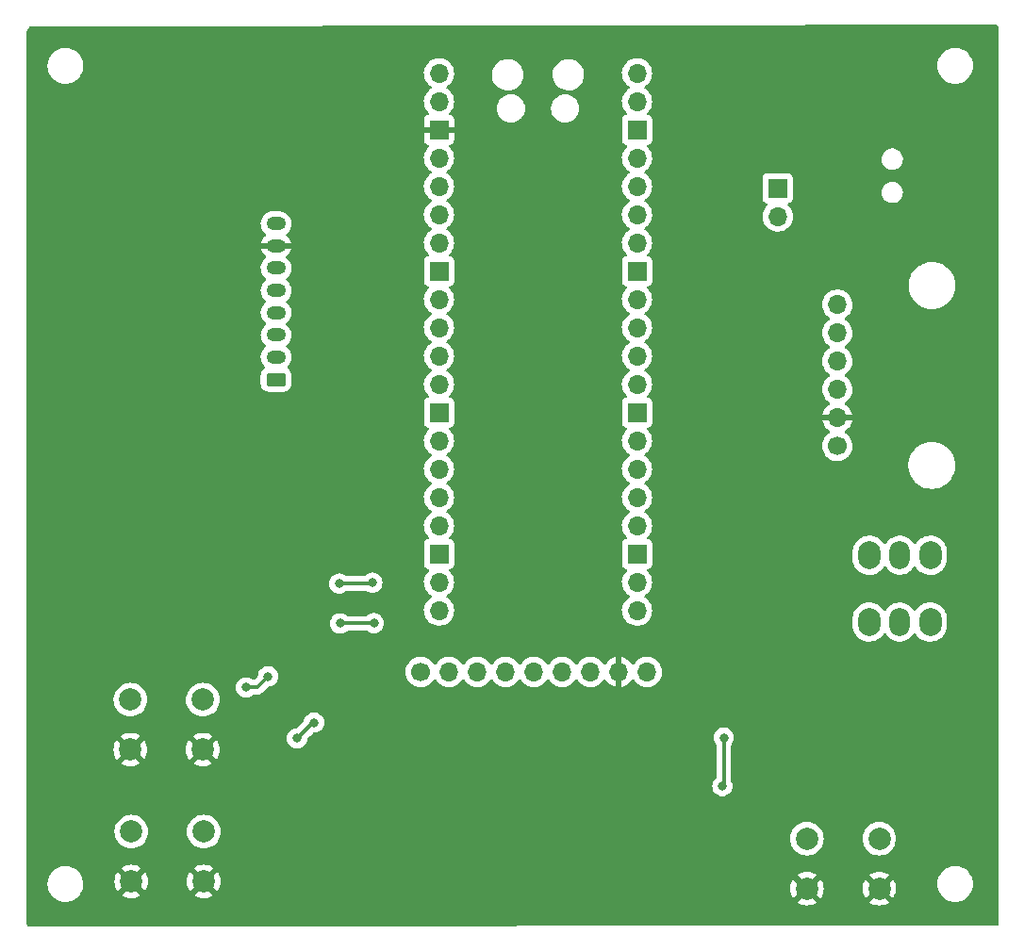
<source format=gbr>
%TF.GenerationSoftware,KiCad,Pcbnew,(6.0.7-1)-1*%
%TF.CreationDate,2022-12-29T15:12:48+00:00*%
%TF.ProjectId,pico-gps-datalogger,7069636f-2d67-4707-932d-646174616c6f,rev?*%
%TF.SameCoordinates,Original*%
%TF.FileFunction,Copper,L2,Bot*%
%TF.FilePolarity,Positive*%
%FSLAX46Y46*%
G04 Gerber Fmt 4.6, Leading zero omitted, Abs format (unit mm)*
G04 Created by KiCad (PCBNEW (6.0.7-1)-1) date 2022-12-29 15:12:48*
%MOMM*%
%LPD*%
G01*
G04 APERTURE LIST*
G04 Aperture macros list*
%AMRoundRect*
0 Rectangle with rounded corners*
0 $1 Rounding radius*
0 $2 $3 $4 $5 $6 $7 $8 $9 X,Y pos of 4 corners*
0 Add a 4 corners polygon primitive as box body*
4,1,4,$2,$3,$4,$5,$6,$7,$8,$9,$2,$3,0*
0 Add four circle primitives for the rounded corners*
1,1,$1+$1,$2,$3*
1,1,$1+$1,$4,$5*
1,1,$1+$1,$6,$7*
1,1,$1+$1,$8,$9*
0 Add four rect primitives between the rounded corners*
20,1,$1+$1,$2,$3,$4,$5,0*
20,1,$1+$1,$4,$5,$6,$7,0*
20,1,$1+$1,$6,$7,$8,$9,0*
20,1,$1+$1,$8,$9,$2,$3,0*%
G04 Aperture macros list end*
%TA.AperFunction,ComponentPad*%
%ADD10C,1.700000*%
%TD*%
%TA.AperFunction,ComponentPad*%
%ADD11O,1.700000X1.700000*%
%TD*%
%TA.AperFunction,ComponentPad*%
%ADD12O,2.000000X2.500000*%
%TD*%
%TA.AperFunction,ComponentPad*%
%ADD13O,1.850000X2.500000*%
%TD*%
%TA.AperFunction,ComponentPad*%
%ADD14RoundRect,0.250000X0.625000X-0.350000X0.625000X0.350000X-0.625000X0.350000X-0.625000X-0.350000X0*%
%TD*%
%TA.AperFunction,ComponentPad*%
%ADD15O,1.750000X1.200000*%
%TD*%
%TA.AperFunction,ComponentPad*%
%ADD16C,2.000000*%
%TD*%
%TA.AperFunction,ComponentPad*%
%ADD17R,1.700000X1.700000*%
%TD*%
%TA.AperFunction,ViaPad*%
%ADD18C,0.800000*%
%TD*%
%TA.AperFunction,ViaPad*%
%ADD19C,0.700000*%
%TD*%
%TA.AperFunction,Conductor*%
%ADD20C,0.300000*%
%TD*%
G04 APERTURE END LIST*
D10*
%TO.P,J4,1,Pin_1*%
%TO.N,Net-(J4-Pad1)*%
X166510000Y-103660000D03*
D11*
%TO.P,J4,2,Pin_2*%
%TO.N,GND*%
X166510000Y-101120000D03*
%TO.P,J4,3,Pin_3*%
%TO.N,unconnected-(J4-Pad3)*%
X166510000Y-98580000D03*
%TO.P,J4,4,Pin_4*%
%TO.N,unconnected-(J4-Pad4)*%
X166510000Y-96040000D03*
%TO.P,J4,5,Pin_5*%
%TO.N,unconnected-(J4-Pad5)*%
X166510000Y-93500000D03*
%TO.P,J4,6,Pin_6*%
%TO.N,unconnected-(J4-Pad6)*%
X166510000Y-90960000D03*
%TD*%
D10*
%TO.P,J2,1,Pin_1*%
%TO.N,unconnected-(J2-Pad1)*%
X129100000Y-123960000D03*
D11*
%TO.P,J2,2,Pin_2*%
%TO.N,unconnected-(J2-Pad2)*%
X131640000Y-123960000D03*
%TO.P,J2,3,Pin_3*%
%TO.N,unconnected-(J2-Pad3)*%
X134180000Y-123960000D03*
%TO.P,J2,4,Pin_4*%
%TO.N,/SPI1 - CS*%
X136720000Y-123960000D03*
%TO.P,J2,5,Pin_5*%
%TO.N,/RX -> TX*%
X139260000Y-123960000D03*
%TO.P,J2,6,Pin_6*%
%TO.N,/TX -> RX*%
X141800000Y-123960000D03*
%TO.P,J2,7,Pin_7*%
%TO.N,/CLK*%
X144340000Y-123960000D03*
%TO.P,J2,8,Pin_8*%
%TO.N,GND*%
X146880000Y-123960000D03*
%TO.P,J2,9,Pin_9*%
%TO.N,+3.3V*%
X149420000Y-123960000D03*
%TD*%
D12*
%TO.P,SW5,1*%
%TO.N,Net-(J4-Pad1)*%
X174860000Y-113470000D03*
D13*
%TO.P,SW5,2*%
%TO.N,unconnected-(SW5-Pad2)*%
X172120000Y-113470000D03*
D12*
%TO.P,SW5,3*%
%TO.N,unconnected-(SW5-Pad3)*%
X169380000Y-113470000D03*
%TO.P,SW5,4*%
%TO.N,unconnected-(SW5-Pad4)*%
X169380000Y-119470000D03*
D13*
%TO.P,SW5,5*%
%TO.N,VBUS*%
X172120000Y-119470000D03*
D12*
%TO.P,SW5,6*%
%TO.N,unconnected-(SW5-Pad6)*%
X174860000Y-119470000D03*
%TD*%
D14*
%TO.P,J1,1,Pin_1*%
%TO.N,/MISO - SPI0Rx - BL*%
X116120000Y-97680000D03*
D15*
%TO.P,J1,2,Pin_2*%
%TO.N,/RST*%
X116120000Y-95680000D03*
%TO.P,J1,3,Pin_3*%
%TO.N,/DC*%
X116120000Y-93680000D03*
%TO.P,J1,4,Pin_4*%
%TO.N,/SPI0 - CS*%
X116120000Y-91680000D03*
%TO.P,J1,5,Pin_5*%
%TO.N,/CLK - SPI0SCK*%
X116120000Y-89680000D03*
%TO.P,J1,6,Pin_6*%
%TO.N,/MOSI - SPI0Tx - DIN*%
X116120000Y-87680000D03*
%TO.P,J1,7,Pin_7*%
%TO.N,GND*%
X116120000Y-85680000D03*
%TO.P,J1,8,Pin_8*%
%TO.N,+3.3V*%
X116120000Y-83680000D03*
%TD*%
D16*
%TO.P,SW1,1,1*%
%TO.N,Net-(SW1-Pad1)*%
X109540000Y-126440000D03*
X103040000Y-126440000D03*
%TO.P,SW1,2,2*%
%TO.N,GND*%
X103040000Y-130940000D03*
X109540000Y-130940000D03*
%TD*%
%TO.P,SW3,1,1*%
%TO.N,Net-(SW3-Pad1)*%
X170280000Y-138920000D03*
X163780000Y-138920000D03*
%TO.P,SW3,2,2*%
%TO.N,GND*%
X163780000Y-143420000D03*
X170280000Y-143420000D03*
%TD*%
D17*
%TO.P,J3,1,Pin_1*%
%TO.N,Net-(J3-Pad1)*%
X161160000Y-80500000D03*
D11*
%TO.P,J3,2,Pin_2*%
%TO.N,Net-(J3-Pad2)*%
X161160000Y-83040000D03*
%TD*%
%TO.P,U3,1,GPIO0*%
%TO.N,Net-(U2-Pad1)*%
X130745000Y-70175000D03*
%TO.P,U3,2,GPIO1*%
%TO.N,/GPS RX -> Pico TX*%
X130745000Y-72715000D03*
D17*
%TO.P,U3,3,GND*%
%TO.N,GND*%
X130745000Y-75255000D03*
D11*
%TO.P,U3,4,GPIO2*%
%TO.N,/CLK - SPI0SCK*%
X130745000Y-77795000D03*
%TO.P,U3,5,GPIO3*%
%TO.N,/MOSI - SPI0Tx - DIN*%
X130745000Y-80335000D03*
%TO.P,U3,6,GPIO4*%
%TO.N,/MISO - SPI0Rx - BL*%
X130745000Y-82875000D03*
%TO.P,U3,7,GPIO5*%
%TO.N,/SPI0 - CS*%
X130745000Y-85415000D03*
D17*
%TO.P,U3,8,GND*%
%TO.N,unconnected-(U3-Pad8)*%
X130745000Y-87955000D03*
D11*
%TO.P,U3,9,GPIO6*%
%TO.N,/DC*%
X130745000Y-90495000D03*
%TO.P,U3,10,GPIO7*%
%TO.N,/RST*%
X130745000Y-93035000D03*
%TO.P,U3,11,GPIO8*%
%TO.N,unconnected-(U3-Pad11)*%
X130745000Y-95575000D03*
%TO.P,U3,12,GPIO9*%
%TO.N,unconnected-(U3-Pad12)*%
X130745000Y-98115000D03*
D17*
%TO.P,U3,13,GND*%
%TO.N,unconnected-(U3-Pad13)*%
X130745000Y-100655000D03*
D11*
%TO.P,U3,14,GPIO10*%
%TO.N,/CLK*%
X130745000Y-103195000D03*
%TO.P,U3,15,GPIO11*%
%TO.N,/RX -> TX*%
X130745000Y-105735000D03*
%TO.P,U3,16,GPIO12*%
%TO.N,/TX -> RX*%
X130745000Y-108275000D03*
%TO.P,U3,17,GPIO13*%
%TO.N,/SPI1 - CS*%
X130745000Y-110815000D03*
D17*
%TO.P,U3,18,GND*%
%TO.N,unconnected-(U3-Pad18)*%
X130745000Y-113355000D03*
D11*
%TO.P,U3,19,GPIO14*%
%TO.N,Net-(SW1-Pad1)*%
X130745000Y-115895000D03*
%TO.P,U3,20,GPIO15*%
%TO.N,Net-(SW2-Pad1)*%
X130745000Y-118435000D03*
%TO.P,U3,21,GPIO16*%
%TO.N,Net-(SW3-Pad1)*%
X148525000Y-118435000D03*
%TO.P,U3,22,GPIO17*%
%TO.N,unconnected-(U3-Pad22)*%
X148525000Y-115895000D03*
D17*
%TO.P,U3,23,GND*%
%TO.N,unconnected-(U3-Pad23)*%
X148525000Y-113355000D03*
D11*
%TO.P,U3,24,GPIO18*%
%TO.N,unconnected-(U3-Pad24)*%
X148525000Y-110815000D03*
%TO.P,U3,25,GPIO19*%
%TO.N,unconnected-(U3-Pad25)*%
X148525000Y-108275000D03*
%TO.P,U3,26,GPIO20*%
%TO.N,unconnected-(U3-Pad26)*%
X148525000Y-105735000D03*
%TO.P,U3,27,GPIO21*%
%TO.N,unconnected-(U3-Pad27)*%
X148525000Y-103195000D03*
D17*
%TO.P,U3,28,GND*%
%TO.N,Net-(J3-Pad2)*%
X148525000Y-100655000D03*
D11*
%TO.P,U3,29,GPIO22*%
%TO.N,unconnected-(U3-Pad29)*%
X148525000Y-98115000D03*
%TO.P,U3,30,RUN*%
%TO.N,unconnected-(U3-Pad30)*%
X148525000Y-95575000D03*
%TO.P,U3,31,GPIO26_ADC0*%
%TO.N,unconnected-(U3-Pad31)*%
X148525000Y-93035000D03*
%TO.P,U3,32,GPIO27_ADC1*%
%TO.N,unconnected-(U3-Pad32)*%
X148525000Y-90495000D03*
D17*
%TO.P,U3,33,AGND*%
%TO.N,unconnected-(U3-Pad33)*%
X148525000Y-87955000D03*
D11*
%TO.P,U3,34,GPIO28_ADC2*%
%TO.N,Net-(D2-Pad2)*%
X148525000Y-85415000D03*
%TO.P,U3,35,ADC_VREF*%
%TO.N,unconnected-(U3-Pad35)*%
X148525000Y-82875000D03*
%TO.P,U3,36,3V3*%
%TO.N,Net-(J3-Pad1)*%
X148525000Y-80335000D03*
%TO.P,U3,37,3V3_EN*%
%TO.N,unconnected-(U3-Pad37)*%
X148525000Y-77795000D03*
D17*
%TO.P,U3,38,GND*%
%TO.N,unconnected-(U3-Pad38)*%
X148525000Y-75255000D03*
D11*
%TO.P,U3,39,VSYS*%
%TO.N,Net-(SW4-Pad2)*%
X148525000Y-72715000D03*
%TO.P,U3,40,VBUS*%
%TO.N,unconnected-(U3-Pad40)*%
X148525000Y-70175000D03*
%TD*%
D16*
%TO.P,SW2,1,1*%
%TO.N,Net-(SW2-Pad1)*%
X103120000Y-138290000D03*
X109620000Y-138290000D03*
%TO.P,SW2,2,2*%
%TO.N,GND*%
X103120000Y-142790000D03*
X109620000Y-142790000D03*
%TD*%
D18*
%TO.N,GND*%
X169820000Y-101140000D03*
X106110000Y-133830000D03*
X166850000Y-145460000D03*
X121940000Y-105560000D03*
X168622500Y-129680000D03*
X106360000Y-144970000D03*
X167532500Y-129690000D03*
X167852500Y-124620000D03*
X146950000Y-128330000D03*
X173170000Y-126230000D03*
D19*
X120140000Y-85010000D03*
D18*
X124780000Y-75270000D03*
X106580000Y-110610000D03*
X119800000Y-76460000D03*
X173020000Y-129900000D03*
%TO.N,Net-(SW1-Pad1)*%
X115390000Y-124360000D03*
X113420000Y-125350000D03*
X124760000Y-115940000D03*
X121800000Y-116020000D03*
%TO.N,Net-(SW2-Pad1)*%
X119520000Y-128500000D03*
X121860000Y-119600000D03*
X118000000Y-129920000D03*
X124910000Y-119570000D03*
%TO.N,Net-(SW3-Pad1)*%
X156310000Y-129860000D03*
X156190000Y-134220000D03*
%TD*%
D20*
%TO.N,Net-(SW1-Pad1)*%
X113420000Y-125350000D02*
X114400000Y-125350000D01*
X121800000Y-116020000D02*
X124680000Y-116020000D01*
X114400000Y-125350000D02*
X115390000Y-124360000D01*
X124680000Y-116020000D02*
X124760000Y-115940000D01*
%TO.N,Net-(SW2-Pad1)*%
X124880000Y-119600000D02*
X124910000Y-119570000D01*
X121860000Y-119600000D02*
X124880000Y-119600000D01*
X119420000Y-128500000D02*
X119520000Y-128500000D01*
X118000000Y-129920000D02*
X119420000Y-128500000D01*
%TO.N,Net-(SW3-Pad1)*%
X156310000Y-134100000D02*
X156310000Y-129860000D01*
X156190000Y-134220000D02*
X156310000Y-134100000D01*
%TD*%
%TA.AperFunction,Conductor*%
%TO.N,GND*%
G36*
X180810076Y-65790305D02*
G01*
X180831280Y-65807355D01*
X180913116Y-65889191D01*
X180947142Y-65951503D01*
X180950021Y-65978271D01*
X180958011Y-146572898D01*
X180958017Y-146636632D01*
X180938022Y-146704754D01*
X180884371Y-146751252D01*
X180832133Y-146762644D01*
X93917602Y-146841819D01*
X93849465Y-146821879D01*
X93802923Y-146768266D01*
X93799770Y-146760743D01*
X93734653Y-146590109D01*
X93729457Y-146572898D01*
X93687084Y-146384959D01*
X93684392Y-146367185D01*
X93671759Y-146207534D01*
X93672370Y-146189570D01*
X93672409Y-146181281D01*
X93673724Y-146172394D01*
X93669691Y-146143266D01*
X93668500Y-146125985D01*
X93668500Y-144652670D01*
X162912160Y-144652670D01*
X162917887Y-144660320D01*
X163089042Y-144765205D01*
X163097837Y-144769687D01*
X163307988Y-144856734D01*
X163317373Y-144859783D01*
X163538554Y-144912885D01*
X163548301Y-144914428D01*
X163775070Y-144932275D01*
X163784930Y-144932275D01*
X164011699Y-144914428D01*
X164021446Y-144912885D01*
X164242627Y-144859783D01*
X164252012Y-144856734D01*
X164462163Y-144769687D01*
X164470958Y-144765205D01*
X164638445Y-144662568D01*
X164647400Y-144652670D01*
X169412160Y-144652670D01*
X169417887Y-144660320D01*
X169589042Y-144765205D01*
X169597837Y-144769687D01*
X169807988Y-144856734D01*
X169817373Y-144859783D01*
X170038554Y-144912885D01*
X170048301Y-144914428D01*
X170275070Y-144932275D01*
X170284930Y-144932275D01*
X170511699Y-144914428D01*
X170521446Y-144912885D01*
X170742627Y-144859783D01*
X170752012Y-144856734D01*
X170962163Y-144769687D01*
X170970958Y-144765205D01*
X171138445Y-144662568D01*
X171147907Y-144652110D01*
X171144124Y-144643334D01*
X170292812Y-143792022D01*
X170278868Y-143784408D01*
X170277035Y-143784539D01*
X170270420Y-143788790D01*
X169418920Y-144640290D01*
X169412160Y-144652670D01*
X164647400Y-144652670D01*
X164647907Y-144652110D01*
X164644124Y-144643334D01*
X163792812Y-143792022D01*
X163778868Y-143784408D01*
X163777035Y-143784539D01*
X163770420Y-143788790D01*
X162918920Y-144640290D01*
X162912160Y-144652670D01*
X93668500Y-144652670D01*
X93668500Y-143000000D01*
X95586526Y-143000000D01*
X95606391Y-143252403D01*
X95607545Y-143257210D01*
X95607546Y-143257216D01*
X95643551Y-143407188D01*
X95665495Y-143498591D01*
X95667388Y-143503162D01*
X95667389Y-143503164D01*
X95732952Y-143661446D01*
X95762384Y-143732502D01*
X95894672Y-143948376D01*
X96059102Y-144140898D01*
X96251624Y-144305328D01*
X96467498Y-144437616D01*
X96472068Y-144439509D01*
X96472072Y-144439511D01*
X96696836Y-144532611D01*
X96701409Y-144534505D01*
X96786032Y-144554821D01*
X96942784Y-144592454D01*
X96942790Y-144592455D01*
X96947597Y-144593609D01*
X97047416Y-144601465D01*
X97134345Y-144608307D01*
X97134352Y-144608307D01*
X97136801Y-144608500D01*
X97263199Y-144608500D01*
X97265648Y-144608307D01*
X97265655Y-144608307D01*
X97352584Y-144601465D01*
X97452403Y-144593609D01*
X97457210Y-144592455D01*
X97457216Y-144592454D01*
X97613968Y-144554821D01*
X97698591Y-144534505D01*
X97703164Y-144532611D01*
X97927928Y-144439511D01*
X97927932Y-144439509D01*
X97932502Y-144437616D01*
X98148376Y-144305328D01*
X98340898Y-144140898D01*
X98441875Y-144022670D01*
X102252160Y-144022670D01*
X102257887Y-144030320D01*
X102429042Y-144135205D01*
X102437837Y-144139687D01*
X102647988Y-144226734D01*
X102657373Y-144229783D01*
X102878554Y-144282885D01*
X102888301Y-144284428D01*
X103115070Y-144302275D01*
X103124930Y-144302275D01*
X103351699Y-144284428D01*
X103361446Y-144282885D01*
X103582627Y-144229783D01*
X103592012Y-144226734D01*
X103802163Y-144139687D01*
X103810958Y-144135205D01*
X103978445Y-144032568D01*
X103987400Y-144022670D01*
X108752160Y-144022670D01*
X108757887Y-144030320D01*
X108929042Y-144135205D01*
X108937837Y-144139687D01*
X109147988Y-144226734D01*
X109157373Y-144229783D01*
X109378554Y-144282885D01*
X109388301Y-144284428D01*
X109615070Y-144302275D01*
X109624930Y-144302275D01*
X109851699Y-144284428D01*
X109861446Y-144282885D01*
X110082627Y-144229783D01*
X110092012Y-144226734D01*
X110302163Y-144139687D01*
X110310958Y-144135205D01*
X110478445Y-144032568D01*
X110487907Y-144022110D01*
X110484124Y-144013334D01*
X109632812Y-143162022D01*
X109618868Y-143154408D01*
X109617035Y-143154539D01*
X109610420Y-143158790D01*
X108758920Y-144010290D01*
X108752160Y-144022670D01*
X103987400Y-144022670D01*
X103987907Y-144022110D01*
X103984124Y-144013334D01*
X103132812Y-143162022D01*
X103118868Y-143154408D01*
X103117035Y-143154539D01*
X103110420Y-143158790D01*
X102258920Y-144010290D01*
X102252160Y-144022670D01*
X98441875Y-144022670D01*
X98505328Y-143948376D01*
X98637616Y-143732502D01*
X98667049Y-143661446D01*
X98732611Y-143503164D01*
X98732612Y-143503162D01*
X98734505Y-143498591D01*
X98756449Y-143407188D01*
X98792454Y-143257216D01*
X98792455Y-143257210D01*
X98793609Y-143252403D01*
X98813474Y-143000000D01*
X98797334Y-142794930D01*
X101607725Y-142794930D01*
X101625572Y-143021699D01*
X101627115Y-143031446D01*
X101680217Y-143252627D01*
X101683266Y-143262012D01*
X101770313Y-143472163D01*
X101774795Y-143480958D01*
X101877432Y-143648445D01*
X101887890Y-143657907D01*
X101896666Y-143654124D01*
X102747978Y-142802812D01*
X102754356Y-142791132D01*
X103484408Y-142791132D01*
X103484539Y-142792965D01*
X103488790Y-142799580D01*
X104340290Y-143651080D01*
X104352670Y-143657840D01*
X104360320Y-143652113D01*
X104465205Y-143480958D01*
X104469687Y-143472163D01*
X104556734Y-143262012D01*
X104559783Y-143252627D01*
X104612885Y-143031446D01*
X104614428Y-143021699D01*
X104632275Y-142794930D01*
X108107725Y-142794930D01*
X108125572Y-143021699D01*
X108127115Y-143031446D01*
X108180217Y-143252627D01*
X108183266Y-143262012D01*
X108270313Y-143472163D01*
X108274795Y-143480958D01*
X108377432Y-143648445D01*
X108387890Y-143657907D01*
X108396666Y-143654124D01*
X109247978Y-142802812D01*
X109254356Y-142791132D01*
X109984408Y-142791132D01*
X109984539Y-142792965D01*
X109988790Y-142799580D01*
X110840290Y-143651080D01*
X110852670Y-143657840D01*
X110860320Y-143652113D01*
X110965205Y-143480958D01*
X110969687Y-143472163D01*
X110989251Y-143424930D01*
X162267725Y-143424930D01*
X162285572Y-143651699D01*
X162287115Y-143661446D01*
X162340217Y-143882627D01*
X162343266Y-143892012D01*
X162430313Y-144102163D01*
X162434795Y-144110958D01*
X162537432Y-144278445D01*
X162547890Y-144287907D01*
X162556666Y-144284124D01*
X163407978Y-143432812D01*
X163414356Y-143421132D01*
X164144408Y-143421132D01*
X164144539Y-143422965D01*
X164148790Y-143429580D01*
X165000290Y-144281080D01*
X165012670Y-144287840D01*
X165020320Y-144282113D01*
X165125205Y-144110958D01*
X165129687Y-144102163D01*
X165216734Y-143892012D01*
X165219783Y-143882627D01*
X165272885Y-143661446D01*
X165274428Y-143651699D01*
X165292275Y-143424930D01*
X168767725Y-143424930D01*
X168785572Y-143651699D01*
X168787115Y-143661446D01*
X168840217Y-143882627D01*
X168843266Y-143892012D01*
X168930313Y-144102163D01*
X168934795Y-144110958D01*
X169037432Y-144278445D01*
X169047890Y-144287907D01*
X169056666Y-144284124D01*
X169907978Y-143432812D01*
X169914356Y-143421132D01*
X170644408Y-143421132D01*
X170644539Y-143422965D01*
X170648790Y-143429580D01*
X171500290Y-144281080D01*
X171512670Y-144287840D01*
X171520320Y-144282113D01*
X171625205Y-144110958D01*
X171629687Y-144102163D01*
X171716734Y-143892012D01*
X171719783Y-143882627D01*
X171772885Y-143661446D01*
X171774428Y-143651699D01*
X171792275Y-143424930D01*
X171792275Y-143415070D01*
X171774428Y-143188301D01*
X171772885Y-143178554D01*
X171730017Y-143000000D01*
X175486526Y-143000000D01*
X175506391Y-143252403D01*
X175507545Y-143257210D01*
X175507546Y-143257216D01*
X175543551Y-143407188D01*
X175565495Y-143498591D01*
X175567388Y-143503162D01*
X175567389Y-143503164D01*
X175632952Y-143661446D01*
X175662384Y-143732502D01*
X175794672Y-143948376D01*
X175959102Y-144140898D01*
X176151624Y-144305328D01*
X176367498Y-144437616D01*
X176372068Y-144439509D01*
X176372072Y-144439511D01*
X176596836Y-144532611D01*
X176601409Y-144534505D01*
X176686032Y-144554821D01*
X176842784Y-144592454D01*
X176842790Y-144592455D01*
X176847597Y-144593609D01*
X176947416Y-144601465D01*
X177034345Y-144608307D01*
X177034352Y-144608307D01*
X177036801Y-144608500D01*
X177163199Y-144608500D01*
X177165648Y-144608307D01*
X177165655Y-144608307D01*
X177252584Y-144601465D01*
X177352403Y-144593609D01*
X177357210Y-144592455D01*
X177357216Y-144592454D01*
X177513968Y-144554821D01*
X177598591Y-144534505D01*
X177603164Y-144532611D01*
X177827928Y-144439511D01*
X177827932Y-144439509D01*
X177832502Y-144437616D01*
X178048376Y-144305328D01*
X178240898Y-144140898D01*
X178405328Y-143948376D01*
X178537616Y-143732502D01*
X178567049Y-143661446D01*
X178632611Y-143503164D01*
X178632612Y-143503162D01*
X178634505Y-143498591D01*
X178656449Y-143407188D01*
X178692454Y-143257216D01*
X178692455Y-143257210D01*
X178693609Y-143252403D01*
X178713474Y-143000000D01*
X178693609Y-142747597D01*
X178689155Y-142729042D01*
X178635660Y-142506221D01*
X178634505Y-142501409D01*
X178603101Y-142425592D01*
X178539511Y-142272072D01*
X178539509Y-142272068D01*
X178537616Y-142267498D01*
X178405328Y-142051624D01*
X178240898Y-141859102D01*
X178048376Y-141694672D01*
X177832502Y-141562384D01*
X177827932Y-141560491D01*
X177827928Y-141560489D01*
X177603164Y-141467389D01*
X177603162Y-141467388D01*
X177598591Y-141465495D01*
X177493700Y-141440313D01*
X177357216Y-141407546D01*
X177357210Y-141407545D01*
X177352403Y-141406391D01*
X177252584Y-141398535D01*
X177165655Y-141391693D01*
X177165648Y-141391693D01*
X177163199Y-141391500D01*
X177036801Y-141391500D01*
X177034352Y-141391693D01*
X177034345Y-141391693D01*
X176947416Y-141398535D01*
X176847597Y-141406391D01*
X176842790Y-141407545D01*
X176842784Y-141407546D01*
X176706300Y-141440313D01*
X176601409Y-141465495D01*
X176596838Y-141467388D01*
X176596836Y-141467389D01*
X176372072Y-141560489D01*
X176372068Y-141560491D01*
X176367498Y-141562384D01*
X176151624Y-141694672D01*
X175959102Y-141859102D01*
X175794672Y-142051624D01*
X175662384Y-142267498D01*
X175660491Y-142272068D01*
X175660489Y-142272072D01*
X175596899Y-142425592D01*
X175565495Y-142501409D01*
X175564340Y-142506221D01*
X175510846Y-142729042D01*
X175506391Y-142747597D01*
X175486526Y-143000000D01*
X171730017Y-143000000D01*
X171719783Y-142957373D01*
X171716734Y-142947988D01*
X171629687Y-142737837D01*
X171625205Y-142729042D01*
X171522568Y-142561555D01*
X171512110Y-142552093D01*
X171503334Y-142555876D01*
X170652022Y-143407188D01*
X170644408Y-143421132D01*
X169914356Y-143421132D01*
X169915592Y-143418868D01*
X169915461Y-143417035D01*
X169911210Y-143410420D01*
X169059710Y-142558920D01*
X169047330Y-142552160D01*
X169039680Y-142557887D01*
X168934795Y-142729042D01*
X168930313Y-142737837D01*
X168843266Y-142947988D01*
X168840217Y-142957373D01*
X168787115Y-143178554D01*
X168785572Y-143188301D01*
X168767725Y-143415070D01*
X168767725Y-143424930D01*
X165292275Y-143424930D01*
X165292275Y-143415070D01*
X165274428Y-143188301D01*
X165272885Y-143178554D01*
X165219783Y-142957373D01*
X165216734Y-142947988D01*
X165129687Y-142737837D01*
X165125205Y-142729042D01*
X165022568Y-142561555D01*
X165012110Y-142552093D01*
X165003334Y-142555876D01*
X164152022Y-143407188D01*
X164144408Y-143421132D01*
X163414356Y-143421132D01*
X163415592Y-143418868D01*
X163415461Y-143417035D01*
X163411210Y-143410420D01*
X162559710Y-142558920D01*
X162547330Y-142552160D01*
X162539680Y-142557887D01*
X162434795Y-142729042D01*
X162430313Y-142737837D01*
X162343266Y-142947988D01*
X162340217Y-142957373D01*
X162287115Y-143178554D01*
X162285572Y-143188301D01*
X162267725Y-143415070D01*
X162267725Y-143424930D01*
X110989251Y-143424930D01*
X111056734Y-143262012D01*
X111059783Y-143252627D01*
X111112885Y-143031446D01*
X111114428Y-143021699D01*
X111132275Y-142794930D01*
X111132275Y-142785070D01*
X111114428Y-142558301D01*
X111112885Y-142548554D01*
X111059783Y-142327373D01*
X111056734Y-142317988D01*
X111002846Y-142187890D01*
X162912093Y-142187890D01*
X162915876Y-142196666D01*
X163767188Y-143047978D01*
X163781132Y-143055592D01*
X163782965Y-143055461D01*
X163789580Y-143051210D01*
X164641080Y-142199710D01*
X164647534Y-142187890D01*
X169412093Y-142187890D01*
X169415876Y-142196666D01*
X170267188Y-143047978D01*
X170281132Y-143055592D01*
X170282965Y-143055461D01*
X170289580Y-143051210D01*
X171141080Y-142199710D01*
X171147840Y-142187330D01*
X171142113Y-142179680D01*
X170970958Y-142074795D01*
X170962163Y-142070313D01*
X170752012Y-141983266D01*
X170742627Y-141980217D01*
X170521446Y-141927115D01*
X170511699Y-141925572D01*
X170284930Y-141907725D01*
X170275070Y-141907725D01*
X170048301Y-141925572D01*
X170038554Y-141927115D01*
X169817373Y-141980217D01*
X169807988Y-141983266D01*
X169597837Y-142070313D01*
X169589042Y-142074795D01*
X169421555Y-142177432D01*
X169412093Y-142187890D01*
X164647534Y-142187890D01*
X164647840Y-142187330D01*
X164642113Y-142179680D01*
X164470958Y-142074795D01*
X164462163Y-142070313D01*
X164252012Y-141983266D01*
X164242627Y-141980217D01*
X164021446Y-141927115D01*
X164011699Y-141925572D01*
X163784930Y-141907725D01*
X163775070Y-141907725D01*
X163548301Y-141925572D01*
X163538554Y-141927115D01*
X163317373Y-141980217D01*
X163307988Y-141983266D01*
X163097837Y-142070313D01*
X163089042Y-142074795D01*
X162921555Y-142177432D01*
X162912093Y-142187890D01*
X111002846Y-142187890D01*
X110969687Y-142107837D01*
X110965205Y-142099042D01*
X110862568Y-141931555D01*
X110852110Y-141922093D01*
X110843334Y-141925876D01*
X109992022Y-142777188D01*
X109984408Y-142791132D01*
X109254356Y-142791132D01*
X109255592Y-142788868D01*
X109255461Y-142787035D01*
X109251210Y-142780420D01*
X108399710Y-141928920D01*
X108387330Y-141922160D01*
X108379680Y-141927887D01*
X108274795Y-142099042D01*
X108270313Y-142107837D01*
X108183266Y-142317988D01*
X108180217Y-142327373D01*
X108127115Y-142548554D01*
X108125572Y-142558301D01*
X108107725Y-142785070D01*
X108107725Y-142794930D01*
X104632275Y-142794930D01*
X104632275Y-142785070D01*
X104614428Y-142558301D01*
X104612885Y-142548554D01*
X104559783Y-142327373D01*
X104556734Y-142317988D01*
X104469687Y-142107837D01*
X104465205Y-142099042D01*
X104362568Y-141931555D01*
X104352110Y-141922093D01*
X104343334Y-141925876D01*
X103492022Y-142777188D01*
X103484408Y-142791132D01*
X102754356Y-142791132D01*
X102755592Y-142788868D01*
X102755461Y-142787035D01*
X102751210Y-142780420D01*
X101899710Y-141928920D01*
X101887330Y-141922160D01*
X101879680Y-141927887D01*
X101774795Y-142099042D01*
X101770313Y-142107837D01*
X101683266Y-142317988D01*
X101680217Y-142327373D01*
X101627115Y-142548554D01*
X101625572Y-142558301D01*
X101607725Y-142785070D01*
X101607725Y-142794930D01*
X98797334Y-142794930D01*
X98793609Y-142747597D01*
X98789155Y-142729042D01*
X98735660Y-142506221D01*
X98734505Y-142501409D01*
X98703101Y-142425592D01*
X98639511Y-142272072D01*
X98639509Y-142272068D01*
X98637616Y-142267498D01*
X98505328Y-142051624D01*
X98340898Y-141859102D01*
X98148376Y-141694672D01*
X97932502Y-141562384D01*
X97927932Y-141560491D01*
X97927928Y-141560489D01*
X97921653Y-141557890D01*
X102252093Y-141557890D01*
X102255876Y-141566666D01*
X103107188Y-142417978D01*
X103121132Y-142425592D01*
X103122965Y-142425461D01*
X103129580Y-142421210D01*
X103981080Y-141569710D01*
X103987534Y-141557890D01*
X108752093Y-141557890D01*
X108755876Y-141566666D01*
X109607188Y-142417978D01*
X109621132Y-142425592D01*
X109622965Y-142425461D01*
X109629580Y-142421210D01*
X110481080Y-141569710D01*
X110487840Y-141557330D01*
X110482113Y-141549680D01*
X110310958Y-141444795D01*
X110302163Y-141440313D01*
X110092012Y-141353266D01*
X110082627Y-141350217D01*
X109861446Y-141297115D01*
X109851699Y-141295572D01*
X109624930Y-141277725D01*
X109615070Y-141277725D01*
X109388301Y-141295572D01*
X109378554Y-141297115D01*
X109157373Y-141350217D01*
X109147988Y-141353266D01*
X108937837Y-141440313D01*
X108929042Y-141444795D01*
X108761555Y-141547432D01*
X108752093Y-141557890D01*
X103987534Y-141557890D01*
X103987840Y-141557330D01*
X103982113Y-141549680D01*
X103810958Y-141444795D01*
X103802163Y-141440313D01*
X103592012Y-141353266D01*
X103582627Y-141350217D01*
X103361446Y-141297115D01*
X103351699Y-141295572D01*
X103124930Y-141277725D01*
X103115070Y-141277725D01*
X102888301Y-141295572D01*
X102878554Y-141297115D01*
X102657373Y-141350217D01*
X102647988Y-141353266D01*
X102437837Y-141440313D01*
X102429042Y-141444795D01*
X102261555Y-141547432D01*
X102252093Y-141557890D01*
X97921653Y-141557890D01*
X97703164Y-141467389D01*
X97703162Y-141467388D01*
X97698591Y-141465495D01*
X97593700Y-141440313D01*
X97457216Y-141407546D01*
X97457210Y-141407545D01*
X97452403Y-141406391D01*
X97352584Y-141398535D01*
X97265655Y-141391693D01*
X97265648Y-141391693D01*
X97263199Y-141391500D01*
X97136801Y-141391500D01*
X97134352Y-141391693D01*
X97134345Y-141391693D01*
X97047416Y-141398535D01*
X96947597Y-141406391D01*
X96942790Y-141407545D01*
X96942784Y-141407546D01*
X96806300Y-141440313D01*
X96701409Y-141465495D01*
X96696838Y-141467388D01*
X96696836Y-141467389D01*
X96472072Y-141560489D01*
X96472068Y-141560491D01*
X96467498Y-141562384D01*
X96251624Y-141694672D01*
X96059102Y-141859102D01*
X95894672Y-142051624D01*
X95762384Y-142267498D01*
X95760491Y-142272068D01*
X95760489Y-142272072D01*
X95696899Y-142425592D01*
X95665495Y-142501409D01*
X95664340Y-142506221D01*
X95610846Y-142729042D01*
X95606391Y-142747597D01*
X95586526Y-143000000D01*
X93668500Y-143000000D01*
X93668500Y-138290000D01*
X101606835Y-138290000D01*
X101625465Y-138526711D01*
X101680895Y-138757594D01*
X101771760Y-138976963D01*
X101774346Y-138981183D01*
X101893241Y-139175202D01*
X101893245Y-139175208D01*
X101895824Y-139179416D01*
X102050031Y-139359969D01*
X102230584Y-139514176D01*
X102234792Y-139516755D01*
X102234798Y-139516759D01*
X102381998Y-139606963D01*
X102433037Y-139638240D01*
X102437607Y-139640133D01*
X102437611Y-139640135D01*
X102647833Y-139727211D01*
X102652406Y-139729105D01*
X102732609Y-139748360D01*
X102878476Y-139783380D01*
X102878482Y-139783381D01*
X102883289Y-139784535D01*
X103120000Y-139803165D01*
X103356711Y-139784535D01*
X103361518Y-139783381D01*
X103361524Y-139783380D01*
X103507391Y-139748360D01*
X103587594Y-139729105D01*
X103592167Y-139727211D01*
X103802389Y-139640135D01*
X103802393Y-139640133D01*
X103806963Y-139638240D01*
X103858002Y-139606963D01*
X104005202Y-139516759D01*
X104005208Y-139516755D01*
X104009416Y-139514176D01*
X104189969Y-139359969D01*
X104344176Y-139179416D01*
X104346755Y-139175208D01*
X104346759Y-139175202D01*
X104465654Y-138981183D01*
X104468240Y-138976963D01*
X104559105Y-138757594D01*
X104614535Y-138526711D01*
X104633165Y-138290000D01*
X108106835Y-138290000D01*
X108125465Y-138526711D01*
X108180895Y-138757594D01*
X108271760Y-138976963D01*
X108274346Y-138981183D01*
X108393241Y-139175202D01*
X108393245Y-139175208D01*
X108395824Y-139179416D01*
X108550031Y-139359969D01*
X108730584Y-139514176D01*
X108734792Y-139516755D01*
X108734798Y-139516759D01*
X108881998Y-139606963D01*
X108933037Y-139638240D01*
X108937607Y-139640133D01*
X108937611Y-139640135D01*
X109147833Y-139727211D01*
X109152406Y-139729105D01*
X109232609Y-139748360D01*
X109378476Y-139783380D01*
X109378482Y-139783381D01*
X109383289Y-139784535D01*
X109620000Y-139803165D01*
X109856711Y-139784535D01*
X109861518Y-139783381D01*
X109861524Y-139783380D01*
X110007391Y-139748360D01*
X110087594Y-139729105D01*
X110092167Y-139727211D01*
X110302389Y-139640135D01*
X110302393Y-139640133D01*
X110306963Y-139638240D01*
X110358002Y-139606963D01*
X110505202Y-139516759D01*
X110505208Y-139516755D01*
X110509416Y-139514176D01*
X110689969Y-139359969D01*
X110844176Y-139179416D01*
X110846755Y-139175208D01*
X110846759Y-139175202D01*
X110965654Y-138981183D01*
X110968240Y-138976963D01*
X110991835Y-138920000D01*
X162266835Y-138920000D01*
X162285465Y-139156711D01*
X162340895Y-139387594D01*
X162342788Y-139392165D01*
X162342789Y-139392167D01*
X162394397Y-139516759D01*
X162431760Y-139606963D01*
X162434346Y-139611183D01*
X162553241Y-139805202D01*
X162553245Y-139805208D01*
X162555824Y-139809416D01*
X162710031Y-139989969D01*
X162890584Y-140144176D01*
X162894792Y-140146755D01*
X162894798Y-140146759D01*
X163088817Y-140265654D01*
X163093037Y-140268240D01*
X163097607Y-140270133D01*
X163097611Y-140270135D01*
X163307833Y-140357211D01*
X163312406Y-140359105D01*
X163392609Y-140378360D01*
X163538476Y-140413380D01*
X163538482Y-140413381D01*
X163543289Y-140414535D01*
X163780000Y-140433165D01*
X164016711Y-140414535D01*
X164021518Y-140413381D01*
X164021524Y-140413380D01*
X164167391Y-140378360D01*
X164247594Y-140359105D01*
X164252167Y-140357211D01*
X164462389Y-140270135D01*
X164462393Y-140270133D01*
X164466963Y-140268240D01*
X164471183Y-140265654D01*
X164665202Y-140146759D01*
X164665208Y-140146755D01*
X164669416Y-140144176D01*
X164849969Y-139989969D01*
X165004176Y-139809416D01*
X165006755Y-139805208D01*
X165006759Y-139805202D01*
X165125654Y-139611183D01*
X165128240Y-139606963D01*
X165165604Y-139516759D01*
X165217211Y-139392167D01*
X165217212Y-139392165D01*
X165219105Y-139387594D01*
X165274535Y-139156711D01*
X165293165Y-138920000D01*
X168766835Y-138920000D01*
X168785465Y-139156711D01*
X168840895Y-139387594D01*
X168842788Y-139392165D01*
X168842789Y-139392167D01*
X168894397Y-139516759D01*
X168931760Y-139606963D01*
X168934346Y-139611183D01*
X169053241Y-139805202D01*
X169053245Y-139805208D01*
X169055824Y-139809416D01*
X169210031Y-139989969D01*
X169390584Y-140144176D01*
X169394792Y-140146755D01*
X169394798Y-140146759D01*
X169588817Y-140265654D01*
X169593037Y-140268240D01*
X169597607Y-140270133D01*
X169597611Y-140270135D01*
X169807833Y-140357211D01*
X169812406Y-140359105D01*
X169892609Y-140378360D01*
X170038476Y-140413380D01*
X170038482Y-140413381D01*
X170043289Y-140414535D01*
X170280000Y-140433165D01*
X170516711Y-140414535D01*
X170521518Y-140413381D01*
X170521524Y-140413380D01*
X170667391Y-140378360D01*
X170747594Y-140359105D01*
X170752167Y-140357211D01*
X170962389Y-140270135D01*
X170962393Y-140270133D01*
X170966963Y-140268240D01*
X170971183Y-140265654D01*
X171165202Y-140146759D01*
X171165208Y-140146755D01*
X171169416Y-140144176D01*
X171349969Y-139989969D01*
X171504176Y-139809416D01*
X171506755Y-139805208D01*
X171506759Y-139805202D01*
X171625654Y-139611183D01*
X171628240Y-139606963D01*
X171665604Y-139516759D01*
X171717211Y-139392167D01*
X171717212Y-139392165D01*
X171719105Y-139387594D01*
X171774535Y-139156711D01*
X171793165Y-138920000D01*
X171774535Y-138683289D01*
X171719105Y-138452406D01*
X171628240Y-138233037D01*
X171625654Y-138228817D01*
X171506759Y-138034798D01*
X171506755Y-138034792D01*
X171504176Y-138030584D01*
X171349969Y-137850031D01*
X171169416Y-137695824D01*
X171165208Y-137693245D01*
X171165202Y-137693241D01*
X170971183Y-137574346D01*
X170966963Y-137571760D01*
X170962393Y-137569867D01*
X170962389Y-137569865D01*
X170752167Y-137482789D01*
X170752165Y-137482788D01*
X170747594Y-137480895D01*
X170667391Y-137461640D01*
X170521524Y-137426620D01*
X170521518Y-137426619D01*
X170516711Y-137425465D01*
X170280000Y-137406835D01*
X170043289Y-137425465D01*
X170038482Y-137426619D01*
X170038476Y-137426620D01*
X169892609Y-137461640D01*
X169812406Y-137480895D01*
X169807835Y-137482788D01*
X169807833Y-137482789D01*
X169597611Y-137569865D01*
X169597607Y-137569867D01*
X169593037Y-137571760D01*
X169588817Y-137574346D01*
X169394798Y-137693241D01*
X169394792Y-137693245D01*
X169390584Y-137695824D01*
X169210031Y-137850031D01*
X169055824Y-138030584D01*
X169053245Y-138034792D01*
X169053241Y-138034798D01*
X168934346Y-138228817D01*
X168931760Y-138233037D01*
X168840895Y-138452406D01*
X168785465Y-138683289D01*
X168766835Y-138920000D01*
X165293165Y-138920000D01*
X165274535Y-138683289D01*
X165219105Y-138452406D01*
X165128240Y-138233037D01*
X165125654Y-138228817D01*
X165006759Y-138034798D01*
X165006755Y-138034792D01*
X165004176Y-138030584D01*
X164849969Y-137850031D01*
X164669416Y-137695824D01*
X164665208Y-137693245D01*
X164665202Y-137693241D01*
X164471183Y-137574346D01*
X164466963Y-137571760D01*
X164462393Y-137569867D01*
X164462389Y-137569865D01*
X164252167Y-137482789D01*
X164252165Y-137482788D01*
X164247594Y-137480895D01*
X164167391Y-137461640D01*
X164021524Y-137426620D01*
X164021518Y-137426619D01*
X164016711Y-137425465D01*
X163780000Y-137406835D01*
X163543289Y-137425465D01*
X163538482Y-137426619D01*
X163538476Y-137426620D01*
X163392609Y-137461640D01*
X163312406Y-137480895D01*
X163307835Y-137482788D01*
X163307833Y-137482789D01*
X163097611Y-137569865D01*
X163097607Y-137569867D01*
X163093037Y-137571760D01*
X163088817Y-137574346D01*
X162894798Y-137693241D01*
X162894792Y-137693245D01*
X162890584Y-137695824D01*
X162710031Y-137850031D01*
X162555824Y-138030584D01*
X162553245Y-138034792D01*
X162553241Y-138034798D01*
X162434346Y-138228817D01*
X162431760Y-138233037D01*
X162340895Y-138452406D01*
X162285465Y-138683289D01*
X162266835Y-138920000D01*
X110991835Y-138920000D01*
X111059105Y-138757594D01*
X111114535Y-138526711D01*
X111133165Y-138290000D01*
X111114535Y-138053289D01*
X111059105Y-137822406D01*
X111057211Y-137817833D01*
X110970135Y-137607611D01*
X110970133Y-137607607D01*
X110968240Y-137603037D01*
X110893391Y-137480895D01*
X110846759Y-137404798D01*
X110846755Y-137404792D01*
X110844176Y-137400584D01*
X110689969Y-137220031D01*
X110509416Y-137065824D01*
X110505208Y-137063245D01*
X110505202Y-137063241D01*
X110311183Y-136944346D01*
X110306963Y-136941760D01*
X110302393Y-136939867D01*
X110302389Y-136939865D01*
X110092167Y-136852789D01*
X110092165Y-136852788D01*
X110087594Y-136850895D01*
X110007391Y-136831640D01*
X109861524Y-136796620D01*
X109861518Y-136796619D01*
X109856711Y-136795465D01*
X109620000Y-136776835D01*
X109383289Y-136795465D01*
X109378482Y-136796619D01*
X109378476Y-136796620D01*
X109232609Y-136831640D01*
X109152406Y-136850895D01*
X109147835Y-136852788D01*
X109147833Y-136852789D01*
X108937611Y-136939865D01*
X108937607Y-136939867D01*
X108933037Y-136941760D01*
X108928817Y-136944346D01*
X108734798Y-137063241D01*
X108734792Y-137063245D01*
X108730584Y-137065824D01*
X108550031Y-137220031D01*
X108395824Y-137400584D01*
X108393245Y-137404792D01*
X108393241Y-137404798D01*
X108346609Y-137480895D01*
X108271760Y-137603037D01*
X108269867Y-137607607D01*
X108269865Y-137607611D01*
X108182789Y-137817833D01*
X108180895Y-137822406D01*
X108125465Y-138053289D01*
X108106835Y-138290000D01*
X104633165Y-138290000D01*
X104614535Y-138053289D01*
X104559105Y-137822406D01*
X104557211Y-137817833D01*
X104470135Y-137607611D01*
X104470133Y-137607607D01*
X104468240Y-137603037D01*
X104393391Y-137480895D01*
X104346759Y-137404798D01*
X104346755Y-137404792D01*
X104344176Y-137400584D01*
X104189969Y-137220031D01*
X104009416Y-137065824D01*
X104005208Y-137063245D01*
X104005202Y-137063241D01*
X103811183Y-136944346D01*
X103806963Y-136941760D01*
X103802393Y-136939867D01*
X103802389Y-136939865D01*
X103592167Y-136852789D01*
X103592165Y-136852788D01*
X103587594Y-136850895D01*
X103507391Y-136831640D01*
X103361524Y-136796620D01*
X103361518Y-136796619D01*
X103356711Y-136795465D01*
X103120000Y-136776835D01*
X102883289Y-136795465D01*
X102878482Y-136796619D01*
X102878476Y-136796620D01*
X102732609Y-136831640D01*
X102652406Y-136850895D01*
X102647835Y-136852788D01*
X102647833Y-136852789D01*
X102437611Y-136939865D01*
X102437607Y-136939867D01*
X102433037Y-136941760D01*
X102428817Y-136944346D01*
X102234798Y-137063241D01*
X102234792Y-137063245D01*
X102230584Y-137065824D01*
X102050031Y-137220031D01*
X101895824Y-137400584D01*
X101893245Y-137404792D01*
X101893241Y-137404798D01*
X101846609Y-137480895D01*
X101771760Y-137603037D01*
X101769867Y-137607607D01*
X101769865Y-137607611D01*
X101682789Y-137817833D01*
X101680895Y-137822406D01*
X101625465Y-138053289D01*
X101606835Y-138290000D01*
X93668500Y-138290000D01*
X93668500Y-134220000D01*
X155276496Y-134220000D01*
X155296458Y-134409928D01*
X155355473Y-134591556D01*
X155450960Y-134756944D01*
X155578747Y-134898866D01*
X155733248Y-135011118D01*
X155739276Y-135013802D01*
X155739278Y-135013803D01*
X155901681Y-135086109D01*
X155907712Y-135088794D01*
X156001112Y-135108647D01*
X156088056Y-135127128D01*
X156088061Y-135127128D01*
X156094513Y-135128500D01*
X156285487Y-135128500D01*
X156291939Y-135127128D01*
X156291944Y-135127128D01*
X156378888Y-135108647D01*
X156472288Y-135088794D01*
X156478319Y-135086109D01*
X156640722Y-135013803D01*
X156640724Y-135013802D01*
X156646752Y-135011118D01*
X156801253Y-134898866D01*
X156929040Y-134756944D01*
X157024527Y-134591556D01*
X157083542Y-134409928D01*
X157103504Y-134220000D01*
X157083542Y-134030072D01*
X157024527Y-133848444D01*
X156985380Y-133780640D01*
X156968500Y-133717642D01*
X156968500Y-130534759D01*
X156988502Y-130466638D01*
X157000864Y-130450449D01*
X157044621Y-130401852D01*
X157044622Y-130401851D01*
X157049040Y-130396944D01*
X157129354Y-130257837D01*
X157141223Y-130237279D01*
X157141224Y-130237278D01*
X157144527Y-130231556D01*
X157203542Y-130049928D01*
X157215113Y-129939841D01*
X157222814Y-129866565D01*
X157223504Y-129860000D01*
X157203542Y-129670072D01*
X157144527Y-129488444D01*
X157049040Y-129323056D01*
X157016789Y-129287237D01*
X156925675Y-129186045D01*
X156925674Y-129186044D01*
X156921253Y-129181134D01*
X156766752Y-129068882D01*
X156760724Y-129066198D01*
X156760722Y-129066197D01*
X156598319Y-128993891D01*
X156598318Y-128993891D01*
X156592288Y-128991206D01*
X156498888Y-128971353D01*
X156411944Y-128952872D01*
X156411939Y-128952872D01*
X156405487Y-128951500D01*
X156214513Y-128951500D01*
X156208061Y-128952872D01*
X156208056Y-128952872D01*
X156121112Y-128971353D01*
X156027712Y-128991206D01*
X156021682Y-128993891D01*
X156021681Y-128993891D01*
X155859278Y-129066197D01*
X155859276Y-129066198D01*
X155853248Y-129068882D01*
X155698747Y-129181134D01*
X155694326Y-129186044D01*
X155694325Y-129186045D01*
X155603212Y-129287237D01*
X155570960Y-129323056D01*
X155475473Y-129488444D01*
X155416458Y-129670072D01*
X155396496Y-129860000D01*
X155397186Y-129866565D01*
X155404888Y-129939841D01*
X155416458Y-130049928D01*
X155475473Y-130231556D01*
X155478776Y-130237278D01*
X155478777Y-130237279D01*
X155490646Y-130257837D01*
X155570960Y-130396944D01*
X155575378Y-130401851D01*
X155575379Y-130401852D01*
X155619136Y-130450449D01*
X155649854Y-130514456D01*
X155651500Y-130534759D01*
X155651500Y-133424076D01*
X155631498Y-133492197D01*
X155599561Y-133526011D01*
X155578747Y-133541134D01*
X155450960Y-133683056D01*
X155355473Y-133848444D01*
X155296458Y-134030072D01*
X155276496Y-134220000D01*
X93668500Y-134220000D01*
X93668500Y-132172670D01*
X102172160Y-132172670D01*
X102177887Y-132180320D01*
X102349042Y-132285205D01*
X102357837Y-132289687D01*
X102567988Y-132376734D01*
X102577373Y-132379783D01*
X102798554Y-132432885D01*
X102808301Y-132434428D01*
X103035070Y-132452275D01*
X103044930Y-132452275D01*
X103271699Y-132434428D01*
X103281446Y-132432885D01*
X103502627Y-132379783D01*
X103512012Y-132376734D01*
X103722163Y-132289687D01*
X103730958Y-132285205D01*
X103898445Y-132182568D01*
X103907400Y-132172670D01*
X108672160Y-132172670D01*
X108677887Y-132180320D01*
X108849042Y-132285205D01*
X108857837Y-132289687D01*
X109067988Y-132376734D01*
X109077373Y-132379783D01*
X109298554Y-132432885D01*
X109308301Y-132434428D01*
X109535070Y-132452275D01*
X109544930Y-132452275D01*
X109771699Y-132434428D01*
X109781446Y-132432885D01*
X110002627Y-132379783D01*
X110012012Y-132376734D01*
X110222163Y-132289687D01*
X110230958Y-132285205D01*
X110398445Y-132182568D01*
X110407907Y-132172110D01*
X110404124Y-132163334D01*
X109552812Y-131312022D01*
X109538868Y-131304408D01*
X109537035Y-131304539D01*
X109530420Y-131308790D01*
X108678920Y-132160290D01*
X108672160Y-132172670D01*
X103907400Y-132172670D01*
X103907907Y-132172110D01*
X103904124Y-132163334D01*
X103052812Y-131312022D01*
X103038868Y-131304408D01*
X103037035Y-131304539D01*
X103030420Y-131308790D01*
X102178920Y-132160290D01*
X102172160Y-132172670D01*
X93668500Y-132172670D01*
X93668500Y-130944930D01*
X101527725Y-130944930D01*
X101545572Y-131171699D01*
X101547115Y-131181446D01*
X101600217Y-131402627D01*
X101603266Y-131412012D01*
X101690313Y-131622163D01*
X101694795Y-131630958D01*
X101797432Y-131798445D01*
X101807890Y-131807907D01*
X101816666Y-131804124D01*
X102667978Y-130952812D01*
X102674356Y-130941132D01*
X103404408Y-130941132D01*
X103404539Y-130942965D01*
X103408790Y-130949580D01*
X104260290Y-131801080D01*
X104272670Y-131807840D01*
X104280320Y-131802113D01*
X104385205Y-131630958D01*
X104389687Y-131622163D01*
X104476734Y-131412012D01*
X104479783Y-131402627D01*
X104532885Y-131181446D01*
X104534428Y-131171699D01*
X104552275Y-130944930D01*
X108027725Y-130944930D01*
X108045572Y-131171699D01*
X108047115Y-131181446D01*
X108100217Y-131402627D01*
X108103266Y-131412012D01*
X108190313Y-131622163D01*
X108194795Y-131630958D01*
X108297432Y-131798445D01*
X108307890Y-131807907D01*
X108316666Y-131804124D01*
X109167978Y-130952812D01*
X109174356Y-130941132D01*
X109904408Y-130941132D01*
X109904539Y-130942965D01*
X109908790Y-130949580D01*
X110760290Y-131801080D01*
X110772670Y-131807840D01*
X110780320Y-131802113D01*
X110885205Y-131630958D01*
X110889687Y-131622163D01*
X110976734Y-131412012D01*
X110979783Y-131402627D01*
X111032885Y-131181446D01*
X111034428Y-131171699D01*
X111052275Y-130944930D01*
X111052275Y-130935070D01*
X111034428Y-130708301D01*
X111032885Y-130698554D01*
X110979783Y-130477373D01*
X110976734Y-130467988D01*
X110889687Y-130257837D01*
X110885205Y-130249042D01*
X110782568Y-130081555D01*
X110772110Y-130072093D01*
X110763334Y-130075876D01*
X109912022Y-130927188D01*
X109904408Y-130941132D01*
X109174356Y-130941132D01*
X109175592Y-130938868D01*
X109175461Y-130937035D01*
X109171210Y-130930420D01*
X108319710Y-130078920D01*
X108307330Y-130072160D01*
X108299680Y-130077887D01*
X108194795Y-130249042D01*
X108190313Y-130257837D01*
X108103266Y-130467988D01*
X108100217Y-130477373D01*
X108047115Y-130698554D01*
X108045572Y-130708301D01*
X108027725Y-130935070D01*
X108027725Y-130944930D01*
X104552275Y-130944930D01*
X104552275Y-130935070D01*
X104534428Y-130708301D01*
X104532885Y-130698554D01*
X104479783Y-130477373D01*
X104476734Y-130467988D01*
X104389687Y-130257837D01*
X104385205Y-130249042D01*
X104282568Y-130081555D01*
X104272110Y-130072093D01*
X104263334Y-130075876D01*
X103412022Y-130927188D01*
X103404408Y-130941132D01*
X102674356Y-130941132D01*
X102675592Y-130938868D01*
X102675461Y-130937035D01*
X102671210Y-130930420D01*
X101819710Y-130078920D01*
X101807330Y-130072160D01*
X101799680Y-130077887D01*
X101694795Y-130249042D01*
X101690313Y-130257837D01*
X101603266Y-130467988D01*
X101600217Y-130477373D01*
X101547115Y-130698554D01*
X101545572Y-130708301D01*
X101527725Y-130935070D01*
X101527725Y-130944930D01*
X93668500Y-130944930D01*
X93668500Y-129707890D01*
X102172093Y-129707890D01*
X102175876Y-129716666D01*
X103027188Y-130567978D01*
X103041132Y-130575592D01*
X103042965Y-130575461D01*
X103049580Y-130571210D01*
X103901080Y-129719710D01*
X103907534Y-129707890D01*
X108672093Y-129707890D01*
X108675876Y-129716666D01*
X109527188Y-130567978D01*
X109541132Y-130575592D01*
X109542965Y-130575461D01*
X109549580Y-130571210D01*
X110200790Y-129920000D01*
X117086496Y-129920000D01*
X117106458Y-130109928D01*
X117165473Y-130291556D01*
X117260960Y-130456944D01*
X117265378Y-130461851D01*
X117265379Y-130461852D01*
X117270904Y-130467988D01*
X117388747Y-130598866D01*
X117543248Y-130711118D01*
X117549276Y-130713802D01*
X117549278Y-130713803D01*
X117711681Y-130786109D01*
X117717712Y-130788794D01*
X117811112Y-130808647D01*
X117898056Y-130827128D01*
X117898061Y-130827128D01*
X117904513Y-130828500D01*
X118095487Y-130828500D01*
X118101939Y-130827128D01*
X118101944Y-130827128D01*
X118188888Y-130808647D01*
X118282288Y-130788794D01*
X118288319Y-130786109D01*
X118450722Y-130713803D01*
X118450724Y-130713802D01*
X118456752Y-130711118D01*
X118611253Y-130598866D01*
X118729096Y-130467988D01*
X118734621Y-130461852D01*
X118734622Y-130461851D01*
X118739040Y-130456944D01*
X118834527Y-130291556D01*
X118893542Y-130109928D01*
X118906755Y-129984215D01*
X118933768Y-129918559D01*
X118942969Y-129908291D01*
X119156307Y-129694953D01*
X119405854Y-129445405D01*
X119468167Y-129411380D01*
X119494950Y-129408500D01*
X119615487Y-129408500D01*
X119621939Y-129407128D01*
X119621944Y-129407128D01*
X119708887Y-129388647D01*
X119802288Y-129368794D01*
X119905018Y-129323056D01*
X119970722Y-129293803D01*
X119970724Y-129293802D01*
X119976752Y-129291118D01*
X120131253Y-129178866D01*
X120178676Y-129126197D01*
X120254621Y-129041852D01*
X120254622Y-129041851D01*
X120259040Y-129036944D01*
X120354527Y-128871556D01*
X120413542Y-128689928D01*
X120433504Y-128500000D01*
X120413542Y-128310072D01*
X120354527Y-128128444D01*
X120259040Y-127963056D01*
X120131253Y-127821134D01*
X119976752Y-127708882D01*
X119970724Y-127706198D01*
X119970722Y-127706197D01*
X119808319Y-127633891D01*
X119808318Y-127633891D01*
X119802288Y-127631206D01*
X119708888Y-127611353D01*
X119621944Y-127592872D01*
X119621939Y-127592872D01*
X119615487Y-127591500D01*
X119424513Y-127591500D01*
X119418061Y-127592872D01*
X119418056Y-127592872D01*
X119331112Y-127611353D01*
X119237712Y-127631206D01*
X119231682Y-127633891D01*
X119231681Y-127633891D01*
X119069278Y-127706197D01*
X119069276Y-127706198D01*
X119063248Y-127708882D01*
X118908747Y-127821134D01*
X118780960Y-127963056D01*
X118685473Y-128128444D01*
X118626458Y-128310072D01*
X118625768Y-128316633D01*
X118625768Y-128316635D01*
X118624990Y-128324040D01*
X118597977Y-128389697D01*
X118588775Y-128399966D01*
X118014144Y-128974596D01*
X117951832Y-129008621D01*
X117925049Y-129011500D01*
X117904513Y-129011500D01*
X117898061Y-129012872D01*
X117898056Y-129012872D01*
X117811710Y-129031226D01*
X117717712Y-129051206D01*
X117711682Y-129053891D01*
X117711681Y-129053891D01*
X117549278Y-129126197D01*
X117549276Y-129126198D01*
X117543248Y-129128882D01*
X117388747Y-129241134D01*
X117384326Y-129246044D01*
X117384325Y-129246045D01*
X117273802Y-129368794D01*
X117260960Y-129383056D01*
X117165473Y-129548444D01*
X117106458Y-129730072D01*
X117086496Y-129920000D01*
X110200790Y-129920000D01*
X110401080Y-129719710D01*
X110407840Y-129707330D01*
X110402113Y-129699680D01*
X110230958Y-129594795D01*
X110222163Y-129590313D01*
X110012012Y-129503266D01*
X110002627Y-129500217D01*
X109781446Y-129447115D01*
X109771699Y-129445572D01*
X109544930Y-129427725D01*
X109535070Y-129427725D01*
X109308301Y-129445572D01*
X109298554Y-129447115D01*
X109077373Y-129500217D01*
X109067988Y-129503266D01*
X108857837Y-129590313D01*
X108849042Y-129594795D01*
X108681555Y-129697432D01*
X108672093Y-129707890D01*
X103907534Y-129707890D01*
X103907840Y-129707330D01*
X103902113Y-129699680D01*
X103730958Y-129594795D01*
X103722163Y-129590313D01*
X103512012Y-129503266D01*
X103502627Y-129500217D01*
X103281446Y-129447115D01*
X103271699Y-129445572D01*
X103044930Y-129427725D01*
X103035070Y-129427725D01*
X102808301Y-129445572D01*
X102798554Y-129447115D01*
X102577373Y-129500217D01*
X102567988Y-129503266D01*
X102357837Y-129590313D01*
X102349042Y-129594795D01*
X102181555Y-129697432D01*
X102172093Y-129707890D01*
X93668500Y-129707890D01*
X93668500Y-126440000D01*
X101526835Y-126440000D01*
X101545465Y-126676711D01*
X101600895Y-126907594D01*
X101691760Y-127126963D01*
X101694346Y-127131183D01*
X101813241Y-127325202D01*
X101813245Y-127325208D01*
X101815824Y-127329416D01*
X101970031Y-127509969D01*
X102150584Y-127664176D01*
X102154792Y-127666755D01*
X102154798Y-127666759D01*
X102229870Y-127712763D01*
X102353037Y-127788240D01*
X102357607Y-127790133D01*
X102357611Y-127790135D01*
X102567833Y-127877211D01*
X102572406Y-127879105D01*
X102652609Y-127898360D01*
X102798476Y-127933380D01*
X102798482Y-127933381D01*
X102803289Y-127934535D01*
X103040000Y-127953165D01*
X103276711Y-127934535D01*
X103281518Y-127933381D01*
X103281524Y-127933380D01*
X103427391Y-127898360D01*
X103507594Y-127879105D01*
X103512167Y-127877211D01*
X103722389Y-127790135D01*
X103722393Y-127790133D01*
X103726963Y-127788240D01*
X103850130Y-127712763D01*
X103925202Y-127666759D01*
X103925208Y-127666755D01*
X103929416Y-127664176D01*
X104109969Y-127509969D01*
X104264176Y-127329416D01*
X104266755Y-127325208D01*
X104266759Y-127325202D01*
X104385654Y-127131183D01*
X104388240Y-127126963D01*
X104479105Y-126907594D01*
X104534535Y-126676711D01*
X104553165Y-126440000D01*
X108026835Y-126440000D01*
X108045465Y-126676711D01*
X108100895Y-126907594D01*
X108191760Y-127126963D01*
X108194346Y-127131183D01*
X108313241Y-127325202D01*
X108313245Y-127325208D01*
X108315824Y-127329416D01*
X108470031Y-127509969D01*
X108650584Y-127664176D01*
X108654792Y-127666755D01*
X108654798Y-127666759D01*
X108729870Y-127712763D01*
X108853037Y-127788240D01*
X108857607Y-127790133D01*
X108857611Y-127790135D01*
X109067833Y-127877211D01*
X109072406Y-127879105D01*
X109152609Y-127898360D01*
X109298476Y-127933380D01*
X109298482Y-127933381D01*
X109303289Y-127934535D01*
X109540000Y-127953165D01*
X109776711Y-127934535D01*
X109781518Y-127933381D01*
X109781524Y-127933380D01*
X109927391Y-127898360D01*
X110007594Y-127879105D01*
X110012167Y-127877211D01*
X110222389Y-127790135D01*
X110222393Y-127790133D01*
X110226963Y-127788240D01*
X110350130Y-127712763D01*
X110425202Y-127666759D01*
X110425208Y-127666755D01*
X110429416Y-127664176D01*
X110609969Y-127509969D01*
X110764176Y-127329416D01*
X110766755Y-127325208D01*
X110766759Y-127325202D01*
X110885654Y-127131183D01*
X110888240Y-127126963D01*
X110979105Y-126907594D01*
X111034535Y-126676711D01*
X111053165Y-126440000D01*
X111034535Y-126203289D01*
X111018678Y-126137237D01*
X110988260Y-126010539D01*
X110979105Y-125972406D01*
X110943706Y-125886944D01*
X110890135Y-125757611D01*
X110890133Y-125757607D01*
X110888240Y-125753037D01*
X110865097Y-125715271D01*
X110766759Y-125554798D01*
X110766755Y-125554792D01*
X110764176Y-125550584D01*
X110609969Y-125370031D01*
X110586516Y-125350000D01*
X112506496Y-125350000D01*
X112526458Y-125539928D01*
X112585473Y-125721556D01*
X112588776Y-125727278D01*
X112588777Y-125727279D01*
X112606289Y-125757611D01*
X112680960Y-125886944D01*
X112685378Y-125891851D01*
X112685379Y-125891852D01*
X112804325Y-126023955D01*
X112808747Y-126028866D01*
X112963248Y-126141118D01*
X112969276Y-126143802D01*
X112969278Y-126143803D01*
X113102887Y-126203289D01*
X113137712Y-126218794D01*
X113231112Y-126238647D01*
X113318056Y-126257128D01*
X113318061Y-126257128D01*
X113324513Y-126258500D01*
X113515487Y-126258500D01*
X113521939Y-126257128D01*
X113521944Y-126257128D01*
X113608888Y-126238647D01*
X113702288Y-126218794D01*
X113737113Y-126203289D01*
X113870722Y-126143803D01*
X113870724Y-126143802D01*
X113876752Y-126141118D01*
X114026163Y-126032564D01*
X114093031Y-126008706D01*
X114100224Y-126008500D01*
X114317944Y-126008500D01*
X114329800Y-126009059D01*
X114329803Y-126009059D01*
X114337537Y-126010788D01*
X114408369Y-126008562D01*
X114412327Y-126008500D01*
X114441432Y-126008500D01*
X114445832Y-126007944D01*
X114457664Y-126007012D01*
X114503831Y-126005562D01*
X114524421Y-125999580D01*
X114543782Y-125995570D01*
X114550770Y-125994688D01*
X114557204Y-125993875D01*
X114557205Y-125993875D01*
X114565064Y-125992882D01*
X114572429Y-125989966D01*
X114572433Y-125989965D01*
X114608021Y-125975874D01*
X114619231Y-125972035D01*
X114663600Y-125959145D01*
X114682065Y-125948225D01*
X114699805Y-125939534D01*
X114719756Y-125931635D01*
X114757129Y-125904482D01*
X114767048Y-125897967D01*
X114799977Y-125878493D01*
X114799981Y-125878490D01*
X114806807Y-125874453D01*
X114821971Y-125859289D01*
X114837005Y-125846448D01*
X114847943Y-125838501D01*
X114854357Y-125833841D01*
X114883798Y-125798253D01*
X114891787Y-125789473D01*
X115130676Y-125550584D01*
X115375854Y-125305405D01*
X115438167Y-125271380D01*
X115464950Y-125268500D01*
X115485487Y-125268500D01*
X115491939Y-125267128D01*
X115491944Y-125267128D01*
X115578888Y-125248647D01*
X115672288Y-125228794D01*
X115678319Y-125226109D01*
X115840722Y-125153803D01*
X115840724Y-125153802D01*
X115846752Y-125151118D01*
X115872049Y-125132739D01*
X115949273Y-125076632D01*
X116001253Y-125038866D01*
X116005675Y-125033955D01*
X116124621Y-124901852D01*
X116124622Y-124901851D01*
X116129040Y-124896944D01*
X116187314Y-124796010D01*
X116221223Y-124737279D01*
X116221224Y-124737278D01*
X116224527Y-124731556D01*
X116283542Y-124549928D01*
X116292316Y-124466453D01*
X116302814Y-124366565D01*
X116303504Y-124360000D01*
X116296755Y-124295786D01*
X116284232Y-124176635D01*
X116284232Y-124176633D01*
X116283542Y-124170072D01*
X116224527Y-123988444D01*
X116188876Y-123926695D01*
X127737251Y-123926695D01*
X127737548Y-123931848D01*
X127737548Y-123931851D01*
X127743011Y-124026590D01*
X127750110Y-124149715D01*
X127751247Y-124154761D01*
X127751248Y-124154767D01*
X127756177Y-124176636D01*
X127799222Y-124367639D01*
X127846427Y-124483891D01*
X127875791Y-124556206D01*
X127883266Y-124574616D01*
X127925785Y-124644001D01*
X127997291Y-124760688D01*
X127999987Y-124765088D01*
X128146250Y-124933938D01*
X128318126Y-125076632D01*
X128511000Y-125189338D01*
X128515825Y-125191180D01*
X128515826Y-125191181D01*
X128580360Y-125215824D01*
X128719692Y-125269030D01*
X128724760Y-125270061D01*
X128724763Y-125270062D01*
X128819862Y-125289410D01*
X128938597Y-125313567D01*
X128943772Y-125313757D01*
X128943774Y-125313757D01*
X129156673Y-125321564D01*
X129156677Y-125321564D01*
X129161837Y-125321753D01*
X129166957Y-125321097D01*
X129166959Y-125321097D01*
X129378288Y-125294025D01*
X129378289Y-125294025D01*
X129383416Y-125293368D01*
X129388366Y-125291883D01*
X129592429Y-125230661D01*
X129592434Y-125230659D01*
X129597384Y-125229174D01*
X129797994Y-125130896D01*
X129979860Y-125001173D01*
X130138096Y-124843489D01*
X130155856Y-124818774D01*
X130268453Y-124662077D01*
X130269776Y-124663028D01*
X130316645Y-124619857D01*
X130386580Y-124607625D01*
X130452026Y-124635144D01*
X130479875Y-124666994D01*
X130486636Y-124678027D01*
X130539987Y-124765088D01*
X130686250Y-124933938D01*
X130858126Y-125076632D01*
X131051000Y-125189338D01*
X131055825Y-125191180D01*
X131055826Y-125191181D01*
X131120360Y-125215824D01*
X131259692Y-125269030D01*
X131264760Y-125270061D01*
X131264763Y-125270062D01*
X131359862Y-125289410D01*
X131478597Y-125313567D01*
X131483772Y-125313757D01*
X131483774Y-125313757D01*
X131696673Y-125321564D01*
X131696677Y-125321564D01*
X131701837Y-125321753D01*
X131706957Y-125321097D01*
X131706959Y-125321097D01*
X131918288Y-125294025D01*
X131918289Y-125294025D01*
X131923416Y-125293368D01*
X131928366Y-125291883D01*
X132132429Y-125230661D01*
X132132434Y-125230659D01*
X132137384Y-125229174D01*
X132337994Y-125130896D01*
X132519860Y-125001173D01*
X132678096Y-124843489D01*
X132695856Y-124818774D01*
X132808453Y-124662077D01*
X132809776Y-124663028D01*
X132856645Y-124619857D01*
X132926580Y-124607625D01*
X132992026Y-124635144D01*
X133019875Y-124666994D01*
X133026636Y-124678027D01*
X133079987Y-124765088D01*
X133226250Y-124933938D01*
X133398126Y-125076632D01*
X133591000Y-125189338D01*
X133595825Y-125191180D01*
X133595826Y-125191181D01*
X133660360Y-125215824D01*
X133799692Y-125269030D01*
X133804760Y-125270061D01*
X133804763Y-125270062D01*
X133899862Y-125289410D01*
X134018597Y-125313567D01*
X134023772Y-125313757D01*
X134023774Y-125313757D01*
X134236673Y-125321564D01*
X134236677Y-125321564D01*
X134241837Y-125321753D01*
X134246957Y-125321097D01*
X134246959Y-125321097D01*
X134458288Y-125294025D01*
X134458289Y-125294025D01*
X134463416Y-125293368D01*
X134468366Y-125291883D01*
X134672429Y-125230661D01*
X134672434Y-125230659D01*
X134677384Y-125229174D01*
X134877994Y-125130896D01*
X135059860Y-125001173D01*
X135218096Y-124843489D01*
X135235856Y-124818774D01*
X135348453Y-124662077D01*
X135349776Y-124663028D01*
X135396645Y-124619857D01*
X135466580Y-124607625D01*
X135532026Y-124635144D01*
X135559875Y-124666994D01*
X135566636Y-124678027D01*
X135619987Y-124765088D01*
X135766250Y-124933938D01*
X135938126Y-125076632D01*
X136131000Y-125189338D01*
X136135825Y-125191180D01*
X136135826Y-125191181D01*
X136200360Y-125215824D01*
X136339692Y-125269030D01*
X136344760Y-125270061D01*
X136344763Y-125270062D01*
X136439862Y-125289410D01*
X136558597Y-125313567D01*
X136563772Y-125313757D01*
X136563774Y-125313757D01*
X136776673Y-125321564D01*
X136776677Y-125321564D01*
X136781837Y-125321753D01*
X136786957Y-125321097D01*
X136786959Y-125321097D01*
X136998288Y-125294025D01*
X136998289Y-125294025D01*
X137003416Y-125293368D01*
X137008366Y-125291883D01*
X137212429Y-125230661D01*
X137212434Y-125230659D01*
X137217384Y-125229174D01*
X137417994Y-125130896D01*
X137599860Y-125001173D01*
X137758096Y-124843489D01*
X137775856Y-124818774D01*
X137888453Y-124662077D01*
X137889776Y-124663028D01*
X137936645Y-124619857D01*
X138006580Y-124607625D01*
X138072026Y-124635144D01*
X138099875Y-124666994D01*
X138106636Y-124678027D01*
X138159987Y-124765088D01*
X138306250Y-124933938D01*
X138478126Y-125076632D01*
X138671000Y-125189338D01*
X138675825Y-125191180D01*
X138675826Y-125191181D01*
X138740360Y-125215824D01*
X138879692Y-125269030D01*
X138884760Y-125270061D01*
X138884763Y-125270062D01*
X138979862Y-125289410D01*
X139098597Y-125313567D01*
X139103772Y-125313757D01*
X139103774Y-125313757D01*
X139316673Y-125321564D01*
X139316677Y-125321564D01*
X139321837Y-125321753D01*
X139326957Y-125321097D01*
X139326959Y-125321097D01*
X139538288Y-125294025D01*
X139538289Y-125294025D01*
X139543416Y-125293368D01*
X139548366Y-125291883D01*
X139752429Y-125230661D01*
X139752434Y-125230659D01*
X139757384Y-125229174D01*
X139957994Y-125130896D01*
X140139860Y-125001173D01*
X140298096Y-124843489D01*
X140315856Y-124818774D01*
X140428453Y-124662077D01*
X140429776Y-124663028D01*
X140476645Y-124619857D01*
X140546580Y-124607625D01*
X140612026Y-124635144D01*
X140639875Y-124666994D01*
X140646636Y-124678027D01*
X140699987Y-124765088D01*
X140846250Y-124933938D01*
X141018126Y-125076632D01*
X141211000Y-125189338D01*
X141215825Y-125191180D01*
X141215826Y-125191181D01*
X141280360Y-125215824D01*
X141419692Y-125269030D01*
X141424760Y-125270061D01*
X141424763Y-125270062D01*
X141519862Y-125289410D01*
X141638597Y-125313567D01*
X141643772Y-125313757D01*
X141643774Y-125313757D01*
X141856673Y-125321564D01*
X141856677Y-125321564D01*
X141861837Y-125321753D01*
X141866957Y-125321097D01*
X141866959Y-125321097D01*
X142078288Y-125294025D01*
X142078289Y-125294025D01*
X142083416Y-125293368D01*
X142088366Y-125291883D01*
X142292429Y-125230661D01*
X142292434Y-125230659D01*
X142297384Y-125229174D01*
X142497994Y-125130896D01*
X142679860Y-125001173D01*
X142838096Y-124843489D01*
X142855856Y-124818774D01*
X142968453Y-124662077D01*
X142969776Y-124663028D01*
X143016645Y-124619857D01*
X143086580Y-124607625D01*
X143152026Y-124635144D01*
X143179875Y-124666994D01*
X143186636Y-124678027D01*
X143239987Y-124765088D01*
X143386250Y-124933938D01*
X143558126Y-125076632D01*
X143751000Y-125189338D01*
X143755825Y-125191180D01*
X143755826Y-125191181D01*
X143820360Y-125215824D01*
X143959692Y-125269030D01*
X143964760Y-125270061D01*
X143964763Y-125270062D01*
X144059862Y-125289410D01*
X144178597Y-125313567D01*
X144183772Y-125313757D01*
X144183774Y-125313757D01*
X144396673Y-125321564D01*
X144396677Y-125321564D01*
X144401837Y-125321753D01*
X144406957Y-125321097D01*
X144406959Y-125321097D01*
X144618288Y-125294025D01*
X144618289Y-125294025D01*
X144623416Y-125293368D01*
X144628366Y-125291883D01*
X144832429Y-125230661D01*
X144832434Y-125230659D01*
X144837384Y-125229174D01*
X145037994Y-125130896D01*
X145219860Y-125001173D01*
X145378096Y-124843489D01*
X145395856Y-124818774D01*
X145508453Y-124662077D01*
X145509640Y-124662930D01*
X145556960Y-124619362D01*
X145626897Y-124607145D01*
X145692338Y-124634678D01*
X145720166Y-124666511D01*
X145777694Y-124760388D01*
X145783777Y-124768699D01*
X145923213Y-124929667D01*
X145930580Y-124936883D01*
X146094434Y-125072916D01*
X146102881Y-125078831D01*
X146286756Y-125186279D01*
X146296042Y-125190729D01*
X146495001Y-125266703D01*
X146504899Y-125269579D01*
X146608250Y-125290606D01*
X146622299Y-125289410D01*
X146626000Y-125279065D01*
X146626000Y-125278517D01*
X147134000Y-125278517D01*
X147138064Y-125292359D01*
X147151478Y-125294393D01*
X147158184Y-125293534D01*
X147168262Y-125291392D01*
X147372255Y-125230191D01*
X147381842Y-125226433D01*
X147573095Y-125132739D01*
X147581945Y-125127464D01*
X147755328Y-125003792D01*
X147763200Y-124997139D01*
X147914052Y-124846812D01*
X147920730Y-124838965D01*
X148048022Y-124661819D01*
X148049279Y-124662722D01*
X148096373Y-124619362D01*
X148166311Y-124607145D01*
X148231751Y-124634678D01*
X148259579Y-124666511D01*
X148266636Y-124678027D01*
X148319987Y-124765088D01*
X148466250Y-124933938D01*
X148638126Y-125076632D01*
X148831000Y-125189338D01*
X148835825Y-125191180D01*
X148835826Y-125191181D01*
X148900360Y-125215824D01*
X149039692Y-125269030D01*
X149044760Y-125270061D01*
X149044763Y-125270062D01*
X149139862Y-125289410D01*
X149258597Y-125313567D01*
X149263772Y-125313757D01*
X149263774Y-125313757D01*
X149476673Y-125321564D01*
X149476677Y-125321564D01*
X149481837Y-125321753D01*
X149486957Y-125321097D01*
X149486959Y-125321097D01*
X149698288Y-125294025D01*
X149698289Y-125294025D01*
X149703416Y-125293368D01*
X149708366Y-125291883D01*
X149912429Y-125230661D01*
X149912434Y-125230659D01*
X149917384Y-125229174D01*
X150117994Y-125130896D01*
X150299860Y-125001173D01*
X150458096Y-124843489D01*
X150475856Y-124818774D01*
X150585435Y-124666277D01*
X150588453Y-124662077D01*
X150591041Y-124656842D01*
X150685136Y-124466453D01*
X150685137Y-124466451D01*
X150687430Y-124461811D01*
X150724391Y-124340159D01*
X150750865Y-124253023D01*
X150750865Y-124253021D01*
X150752370Y-124248069D01*
X150781529Y-124026590D01*
X150781611Y-124023240D01*
X150783074Y-123963365D01*
X150783074Y-123963361D01*
X150783156Y-123960000D01*
X150764852Y-123737361D01*
X150710431Y-123520702D01*
X150621354Y-123315840D01*
X150500014Y-123128277D01*
X150349670Y-122963051D01*
X150345619Y-122959852D01*
X150345615Y-122959848D01*
X150178414Y-122827800D01*
X150178410Y-122827798D01*
X150174359Y-122824598D01*
X150138028Y-122804542D01*
X150122136Y-122795769D01*
X149978789Y-122716638D01*
X149973920Y-122714914D01*
X149973916Y-122714912D01*
X149773087Y-122643795D01*
X149773083Y-122643794D01*
X149768212Y-122642069D01*
X149763119Y-122641162D01*
X149763116Y-122641161D01*
X149553373Y-122603800D01*
X149553367Y-122603799D01*
X149548284Y-122602894D01*
X149474452Y-122601992D01*
X149330081Y-122600228D01*
X149330079Y-122600228D01*
X149324911Y-122600165D01*
X149104091Y-122633955D01*
X148891756Y-122703357D01*
X148693607Y-122806507D01*
X148689474Y-122809610D01*
X148689471Y-122809612D01*
X148665247Y-122827800D01*
X148514965Y-122940635D01*
X148360629Y-123102138D01*
X148253204Y-123259618D01*
X148252898Y-123260066D01*
X148197987Y-123305069D01*
X148127462Y-123313240D01*
X148063715Y-123281986D01*
X148043018Y-123257502D01*
X147962426Y-123132926D01*
X147956136Y-123124757D01*
X147812806Y-122967240D01*
X147805273Y-122960215D01*
X147638139Y-122828222D01*
X147629552Y-122822517D01*
X147443117Y-122719599D01*
X147433705Y-122715369D01*
X147232959Y-122644280D01*
X147222988Y-122641646D01*
X147151837Y-122628972D01*
X147138540Y-122630432D01*
X147134000Y-122644989D01*
X147134000Y-125278517D01*
X146626000Y-125278517D01*
X146626000Y-122643102D01*
X146622082Y-122629758D01*
X146607806Y-122627771D01*
X146569324Y-122633660D01*
X146559288Y-122636051D01*
X146356868Y-122702212D01*
X146347359Y-122706209D01*
X146158463Y-122804542D01*
X146149738Y-122810036D01*
X145979433Y-122937905D01*
X145971726Y-122944748D01*
X145824590Y-123098717D01*
X145818109Y-123106722D01*
X145713498Y-123260074D01*
X145658587Y-123305076D01*
X145588062Y-123313247D01*
X145524315Y-123281993D01*
X145503618Y-123257509D01*
X145422822Y-123132617D01*
X145422820Y-123132614D01*
X145420014Y-123128277D01*
X145269670Y-122963051D01*
X145265619Y-122959852D01*
X145265615Y-122959848D01*
X145098414Y-122827800D01*
X145098410Y-122827798D01*
X145094359Y-122824598D01*
X145058028Y-122804542D01*
X145042136Y-122795769D01*
X144898789Y-122716638D01*
X144893920Y-122714914D01*
X144893916Y-122714912D01*
X144693087Y-122643795D01*
X144693083Y-122643794D01*
X144688212Y-122642069D01*
X144683119Y-122641162D01*
X144683116Y-122641161D01*
X144473373Y-122603800D01*
X144473367Y-122603799D01*
X144468284Y-122602894D01*
X144394452Y-122601992D01*
X144250081Y-122600228D01*
X144250079Y-122600228D01*
X144244911Y-122600165D01*
X144024091Y-122633955D01*
X143811756Y-122703357D01*
X143613607Y-122806507D01*
X143609474Y-122809610D01*
X143609471Y-122809612D01*
X143585247Y-122827800D01*
X143434965Y-122940635D01*
X143280629Y-123102138D01*
X143173201Y-123259621D01*
X143118293Y-123304621D01*
X143047768Y-123312792D01*
X142984021Y-123281538D01*
X142963324Y-123257054D01*
X142882822Y-123132617D01*
X142882820Y-123132614D01*
X142880014Y-123128277D01*
X142729670Y-122963051D01*
X142725619Y-122959852D01*
X142725615Y-122959848D01*
X142558414Y-122827800D01*
X142558410Y-122827798D01*
X142554359Y-122824598D01*
X142518028Y-122804542D01*
X142502136Y-122795769D01*
X142358789Y-122716638D01*
X142353920Y-122714914D01*
X142353916Y-122714912D01*
X142153087Y-122643795D01*
X142153083Y-122643794D01*
X142148212Y-122642069D01*
X142143119Y-122641162D01*
X142143116Y-122641161D01*
X141933373Y-122603800D01*
X141933367Y-122603799D01*
X141928284Y-122602894D01*
X141854452Y-122601992D01*
X141710081Y-122600228D01*
X141710079Y-122600228D01*
X141704911Y-122600165D01*
X141484091Y-122633955D01*
X141271756Y-122703357D01*
X141073607Y-122806507D01*
X141069474Y-122809610D01*
X141069471Y-122809612D01*
X141045247Y-122827800D01*
X140894965Y-122940635D01*
X140740629Y-123102138D01*
X140633201Y-123259621D01*
X140578293Y-123304621D01*
X140507768Y-123312792D01*
X140444021Y-123281538D01*
X140423324Y-123257054D01*
X140342822Y-123132617D01*
X140342820Y-123132614D01*
X140340014Y-123128277D01*
X140189670Y-122963051D01*
X140185619Y-122959852D01*
X140185615Y-122959848D01*
X140018414Y-122827800D01*
X140018410Y-122827798D01*
X140014359Y-122824598D01*
X139978028Y-122804542D01*
X139962136Y-122795769D01*
X139818789Y-122716638D01*
X139813920Y-122714914D01*
X139813916Y-122714912D01*
X139613087Y-122643795D01*
X139613083Y-122643794D01*
X139608212Y-122642069D01*
X139603119Y-122641162D01*
X139603116Y-122641161D01*
X139393373Y-122603800D01*
X139393367Y-122603799D01*
X139388284Y-122602894D01*
X139314452Y-122601992D01*
X139170081Y-122600228D01*
X139170079Y-122600228D01*
X139164911Y-122600165D01*
X138944091Y-122633955D01*
X138731756Y-122703357D01*
X138533607Y-122806507D01*
X138529474Y-122809610D01*
X138529471Y-122809612D01*
X138505247Y-122827800D01*
X138354965Y-122940635D01*
X138200629Y-123102138D01*
X138093201Y-123259621D01*
X138038293Y-123304621D01*
X137967768Y-123312792D01*
X137904021Y-123281538D01*
X137883324Y-123257054D01*
X137802822Y-123132617D01*
X137802820Y-123132614D01*
X137800014Y-123128277D01*
X137649670Y-122963051D01*
X137645619Y-122959852D01*
X137645615Y-122959848D01*
X137478414Y-122827800D01*
X137478410Y-122827798D01*
X137474359Y-122824598D01*
X137438028Y-122804542D01*
X137422136Y-122795769D01*
X137278789Y-122716638D01*
X137273920Y-122714914D01*
X137273916Y-122714912D01*
X137073087Y-122643795D01*
X137073083Y-122643794D01*
X137068212Y-122642069D01*
X137063119Y-122641162D01*
X137063116Y-122641161D01*
X136853373Y-122603800D01*
X136853367Y-122603799D01*
X136848284Y-122602894D01*
X136774452Y-122601992D01*
X136630081Y-122600228D01*
X136630079Y-122600228D01*
X136624911Y-122600165D01*
X136404091Y-122633955D01*
X136191756Y-122703357D01*
X135993607Y-122806507D01*
X135989474Y-122809610D01*
X135989471Y-122809612D01*
X135965247Y-122827800D01*
X135814965Y-122940635D01*
X135660629Y-123102138D01*
X135553201Y-123259621D01*
X135498293Y-123304621D01*
X135427768Y-123312792D01*
X135364021Y-123281538D01*
X135343324Y-123257054D01*
X135262822Y-123132617D01*
X135262820Y-123132614D01*
X135260014Y-123128277D01*
X135109670Y-122963051D01*
X135105619Y-122959852D01*
X135105615Y-122959848D01*
X134938414Y-122827800D01*
X134938410Y-122827798D01*
X134934359Y-122824598D01*
X134898028Y-122804542D01*
X134882136Y-122795769D01*
X134738789Y-122716638D01*
X134733920Y-122714914D01*
X134733916Y-122714912D01*
X134533087Y-122643795D01*
X134533083Y-122643794D01*
X134528212Y-122642069D01*
X134523119Y-122641162D01*
X134523116Y-122641161D01*
X134313373Y-122603800D01*
X134313367Y-122603799D01*
X134308284Y-122602894D01*
X134234452Y-122601992D01*
X134090081Y-122600228D01*
X134090079Y-122600228D01*
X134084911Y-122600165D01*
X133864091Y-122633955D01*
X133651756Y-122703357D01*
X133453607Y-122806507D01*
X133449474Y-122809610D01*
X133449471Y-122809612D01*
X133425247Y-122827800D01*
X133274965Y-122940635D01*
X133120629Y-123102138D01*
X133013201Y-123259621D01*
X132958293Y-123304621D01*
X132887768Y-123312792D01*
X132824021Y-123281538D01*
X132803324Y-123257054D01*
X132722822Y-123132617D01*
X132722820Y-123132614D01*
X132720014Y-123128277D01*
X132569670Y-122963051D01*
X132565619Y-122959852D01*
X132565615Y-122959848D01*
X132398414Y-122827800D01*
X132398410Y-122827798D01*
X132394359Y-122824598D01*
X132358028Y-122804542D01*
X132342136Y-122795769D01*
X132198789Y-122716638D01*
X132193920Y-122714914D01*
X132193916Y-122714912D01*
X131993087Y-122643795D01*
X131993083Y-122643794D01*
X131988212Y-122642069D01*
X131983119Y-122641162D01*
X131983116Y-122641161D01*
X131773373Y-122603800D01*
X131773367Y-122603799D01*
X131768284Y-122602894D01*
X131694452Y-122601992D01*
X131550081Y-122600228D01*
X131550079Y-122600228D01*
X131544911Y-122600165D01*
X131324091Y-122633955D01*
X131111756Y-122703357D01*
X130913607Y-122806507D01*
X130909474Y-122809610D01*
X130909471Y-122809612D01*
X130885247Y-122827800D01*
X130734965Y-122940635D01*
X130580629Y-123102138D01*
X130473201Y-123259621D01*
X130418293Y-123304621D01*
X130347768Y-123312792D01*
X130284021Y-123281538D01*
X130263324Y-123257054D01*
X130182822Y-123132617D01*
X130182820Y-123132614D01*
X130180014Y-123128277D01*
X130029670Y-122963051D01*
X130025619Y-122959852D01*
X130025615Y-122959848D01*
X129858414Y-122827800D01*
X129858410Y-122827798D01*
X129854359Y-122824598D01*
X129818028Y-122804542D01*
X129802136Y-122795769D01*
X129658789Y-122716638D01*
X129653920Y-122714914D01*
X129653916Y-122714912D01*
X129453087Y-122643795D01*
X129453083Y-122643794D01*
X129448212Y-122642069D01*
X129443119Y-122641162D01*
X129443116Y-122641161D01*
X129233373Y-122603800D01*
X129233367Y-122603799D01*
X129228284Y-122602894D01*
X129154452Y-122601992D01*
X129010081Y-122600228D01*
X129010079Y-122600228D01*
X129004911Y-122600165D01*
X128784091Y-122633955D01*
X128571756Y-122703357D01*
X128373607Y-122806507D01*
X128369474Y-122809610D01*
X128369471Y-122809612D01*
X128345247Y-122827800D01*
X128194965Y-122940635D01*
X128040629Y-123102138D01*
X127914743Y-123286680D01*
X127899003Y-123320590D01*
X127837600Y-123452872D01*
X127820688Y-123489305D01*
X127760989Y-123704570D01*
X127737251Y-123926695D01*
X116188876Y-123926695D01*
X116129040Y-123823056D01*
X116001253Y-123681134D01*
X115846752Y-123568882D01*
X115840724Y-123566198D01*
X115840722Y-123566197D01*
X115678319Y-123493891D01*
X115678318Y-123493891D01*
X115672288Y-123491206D01*
X115578887Y-123471353D01*
X115491944Y-123452872D01*
X115491939Y-123452872D01*
X115485487Y-123451500D01*
X115294513Y-123451500D01*
X115288061Y-123452872D01*
X115288056Y-123452872D01*
X115201113Y-123471353D01*
X115107712Y-123491206D01*
X115101682Y-123493891D01*
X115101681Y-123493891D01*
X114939278Y-123566197D01*
X114939276Y-123566198D01*
X114933248Y-123568882D01*
X114778747Y-123681134D01*
X114650960Y-123823056D01*
X114555473Y-123988444D01*
X114553431Y-123994729D01*
X114504752Y-124144547D01*
X114496458Y-124170072D01*
X114487740Y-124253023D01*
X114483245Y-124295786D01*
X114456232Y-124361442D01*
X114447030Y-124371710D01*
X114174739Y-124644001D01*
X114112427Y-124678027D01*
X114041612Y-124672962D01*
X114011583Y-124656842D01*
X113882094Y-124562763D01*
X113882093Y-124562762D01*
X113876752Y-124558882D01*
X113870724Y-124556198D01*
X113870722Y-124556197D01*
X113708319Y-124483891D01*
X113708318Y-124483891D01*
X113702288Y-124481206D01*
X113587736Y-124456857D01*
X113521944Y-124442872D01*
X113521939Y-124442872D01*
X113515487Y-124441500D01*
X113324513Y-124441500D01*
X113318061Y-124442872D01*
X113318056Y-124442872D01*
X113252264Y-124456857D01*
X113137712Y-124481206D01*
X113131682Y-124483891D01*
X113131681Y-124483891D01*
X112969278Y-124556197D01*
X112969276Y-124556198D01*
X112963248Y-124558882D01*
X112957907Y-124562762D01*
X112957906Y-124562763D01*
X112907843Y-124599136D01*
X112808747Y-124671134D01*
X112804326Y-124676044D01*
X112804325Y-124676045D01*
X112724151Y-124765088D01*
X112680960Y-124813056D01*
X112632527Y-124896944D01*
X112615046Y-124927223D01*
X112585473Y-124978444D01*
X112526458Y-125160072D01*
X112525768Y-125166633D01*
X112525768Y-125166635D01*
X112523656Y-125186731D01*
X112506496Y-125350000D01*
X110586516Y-125350000D01*
X110429416Y-125215824D01*
X110425208Y-125213245D01*
X110425202Y-125213241D01*
X110231183Y-125094346D01*
X110226963Y-125091760D01*
X110222393Y-125089867D01*
X110222389Y-125089865D01*
X110012167Y-125002789D01*
X110012165Y-125002788D01*
X110007594Y-125000895D01*
X109890241Y-124972721D01*
X109781524Y-124946620D01*
X109781518Y-124946619D01*
X109776711Y-124945465D01*
X109540000Y-124926835D01*
X109303289Y-124945465D01*
X109298482Y-124946619D01*
X109298476Y-124946620D01*
X109189759Y-124972721D01*
X109072406Y-125000895D01*
X109067835Y-125002788D01*
X109067833Y-125002789D01*
X108857611Y-125089865D01*
X108857607Y-125089867D01*
X108853037Y-125091760D01*
X108848817Y-125094346D01*
X108654798Y-125213241D01*
X108654792Y-125213245D01*
X108650584Y-125215824D01*
X108470031Y-125370031D01*
X108315824Y-125550584D01*
X108313245Y-125554792D01*
X108313241Y-125554798D01*
X108214903Y-125715271D01*
X108191760Y-125753037D01*
X108189867Y-125757607D01*
X108189865Y-125757611D01*
X108136294Y-125886944D01*
X108100895Y-125972406D01*
X108091740Y-126010539D01*
X108061323Y-126137237D01*
X108045465Y-126203289D01*
X108026835Y-126440000D01*
X104553165Y-126440000D01*
X104534535Y-126203289D01*
X104518678Y-126137237D01*
X104488260Y-126010539D01*
X104479105Y-125972406D01*
X104443706Y-125886944D01*
X104390135Y-125757611D01*
X104390133Y-125757607D01*
X104388240Y-125753037D01*
X104365097Y-125715271D01*
X104266759Y-125554798D01*
X104266755Y-125554792D01*
X104264176Y-125550584D01*
X104109969Y-125370031D01*
X103929416Y-125215824D01*
X103925208Y-125213245D01*
X103925202Y-125213241D01*
X103731183Y-125094346D01*
X103726963Y-125091760D01*
X103722393Y-125089867D01*
X103722389Y-125089865D01*
X103512167Y-125002789D01*
X103512165Y-125002788D01*
X103507594Y-125000895D01*
X103390241Y-124972721D01*
X103281524Y-124946620D01*
X103281518Y-124946619D01*
X103276711Y-124945465D01*
X103040000Y-124926835D01*
X102803289Y-124945465D01*
X102798482Y-124946619D01*
X102798476Y-124946620D01*
X102689759Y-124972721D01*
X102572406Y-125000895D01*
X102567835Y-125002788D01*
X102567833Y-125002789D01*
X102357611Y-125089865D01*
X102357607Y-125089867D01*
X102353037Y-125091760D01*
X102348817Y-125094346D01*
X102154798Y-125213241D01*
X102154792Y-125213245D01*
X102150584Y-125215824D01*
X101970031Y-125370031D01*
X101815824Y-125550584D01*
X101813245Y-125554792D01*
X101813241Y-125554798D01*
X101714903Y-125715271D01*
X101691760Y-125753037D01*
X101689867Y-125757607D01*
X101689865Y-125757611D01*
X101636294Y-125886944D01*
X101600895Y-125972406D01*
X101591740Y-126010539D01*
X101561323Y-126137237D01*
X101545465Y-126203289D01*
X101526835Y-126440000D01*
X93668500Y-126440000D01*
X93668500Y-119600000D01*
X120946496Y-119600000D01*
X120966458Y-119789928D01*
X121025473Y-119971556D01*
X121120960Y-120136944D01*
X121125378Y-120141851D01*
X121125379Y-120141852D01*
X121217313Y-120243955D01*
X121248747Y-120278866D01*
X121403248Y-120391118D01*
X121409276Y-120393802D01*
X121409278Y-120393803D01*
X121571681Y-120466109D01*
X121577712Y-120468794D01*
X121671112Y-120488647D01*
X121758056Y-120507128D01*
X121758061Y-120507128D01*
X121764513Y-120508500D01*
X121955487Y-120508500D01*
X121961939Y-120507128D01*
X121961944Y-120507128D01*
X122048888Y-120488647D01*
X122142288Y-120468794D01*
X122148319Y-120466109D01*
X122310722Y-120393803D01*
X122310724Y-120393802D01*
X122316752Y-120391118D01*
X122466163Y-120282564D01*
X122533031Y-120258706D01*
X122540224Y-120258500D01*
X124271067Y-120258500D01*
X124339188Y-120278502D01*
X124345128Y-120282564D01*
X124453248Y-120361118D01*
X124459276Y-120363802D01*
X124459278Y-120363803D01*
X124520629Y-120391118D01*
X124627712Y-120438794D01*
X124713129Y-120456950D01*
X124808056Y-120477128D01*
X124808061Y-120477128D01*
X124814513Y-120478500D01*
X125005487Y-120478500D01*
X125011939Y-120477128D01*
X125011944Y-120477128D01*
X125106871Y-120456950D01*
X125192288Y-120438794D01*
X125299371Y-120391118D01*
X125360722Y-120363803D01*
X125360724Y-120363802D01*
X125366752Y-120361118D01*
X125521253Y-120248866D01*
X125622028Y-120136944D01*
X125644621Y-120111852D01*
X125644622Y-120111851D01*
X125649040Y-120106944D01*
X125723902Y-119977279D01*
X125741223Y-119947279D01*
X125741224Y-119947278D01*
X125744527Y-119941556D01*
X125803542Y-119759928D01*
X125805105Y-119745062D01*
X125822814Y-119576565D01*
X125823504Y-119570000D01*
X125803542Y-119380072D01*
X125744527Y-119198444D01*
X125720303Y-119156486D01*
X125706418Y-119132438D01*
X125649040Y-119033056D01*
X125566561Y-118941453D01*
X125525675Y-118896045D01*
X125525674Y-118896044D01*
X125521253Y-118891134D01*
X125366752Y-118778882D01*
X125360724Y-118776198D01*
X125360722Y-118776197D01*
X125198319Y-118703891D01*
X125198318Y-118703891D01*
X125192288Y-118701206D01*
X125098887Y-118681353D01*
X125011944Y-118662872D01*
X125011939Y-118662872D01*
X125005487Y-118661500D01*
X124814513Y-118661500D01*
X124808061Y-118662872D01*
X124808056Y-118662872D01*
X124721113Y-118681353D01*
X124627712Y-118701206D01*
X124621682Y-118703891D01*
X124621681Y-118703891D01*
X124459278Y-118776197D01*
X124459276Y-118776198D01*
X124453248Y-118778882D01*
X124298747Y-118891134D01*
X124294333Y-118896036D01*
X124294331Y-118896038D01*
X124290933Y-118899812D01*
X124230487Y-118937050D01*
X124197298Y-118941500D01*
X122540224Y-118941500D01*
X122472103Y-118921498D01*
X122466163Y-118917436D01*
X122465909Y-118917251D01*
X122316752Y-118808882D01*
X122310724Y-118806198D01*
X122310722Y-118806197D01*
X122148319Y-118733891D01*
X122148318Y-118733891D01*
X122142288Y-118731206D01*
X122048887Y-118711353D01*
X121961944Y-118692872D01*
X121961939Y-118692872D01*
X121955487Y-118691500D01*
X121764513Y-118691500D01*
X121758061Y-118692872D01*
X121758056Y-118692872D01*
X121671113Y-118711353D01*
X121577712Y-118731206D01*
X121571682Y-118733891D01*
X121571681Y-118733891D01*
X121409278Y-118806197D01*
X121409276Y-118806198D01*
X121403248Y-118808882D01*
X121248747Y-118921134D01*
X121244326Y-118926044D01*
X121244325Y-118926045D01*
X121137372Y-119044829D01*
X121120960Y-119063056D01*
X121091929Y-119113339D01*
X121042794Y-119198444D01*
X121025473Y-119228444D01*
X120966458Y-119410072D01*
X120965768Y-119416633D01*
X120965768Y-119416635D01*
X120959195Y-119479171D01*
X120946496Y-119600000D01*
X93668500Y-119600000D01*
X93668500Y-118401695D01*
X129382251Y-118401695D01*
X129382548Y-118406848D01*
X129382548Y-118406851D01*
X129389274Y-118523502D01*
X129395110Y-118624715D01*
X129396247Y-118629761D01*
X129396248Y-118629767D01*
X129403400Y-118661500D01*
X129444222Y-118842639D01*
X129482461Y-118936811D01*
X129523864Y-119038774D01*
X129528266Y-119049616D01*
X129536502Y-119063056D01*
X129637852Y-119228444D01*
X129644987Y-119240088D01*
X129791250Y-119408938D01*
X129963126Y-119551632D01*
X130156000Y-119664338D01*
X130364692Y-119744030D01*
X130369760Y-119745061D01*
X130369763Y-119745062D01*
X130473690Y-119766206D01*
X130583597Y-119788567D01*
X130588772Y-119788757D01*
X130588774Y-119788757D01*
X130801673Y-119796564D01*
X130801677Y-119796564D01*
X130806837Y-119796753D01*
X130811957Y-119796097D01*
X130811959Y-119796097D01*
X131023288Y-119769025D01*
X131023289Y-119769025D01*
X131028416Y-119768368D01*
X131033366Y-119766883D01*
X131237429Y-119705661D01*
X131237434Y-119705659D01*
X131242384Y-119704174D01*
X131442994Y-119605896D01*
X131624860Y-119476173D01*
X131783096Y-119318489D01*
X131842594Y-119235689D01*
X131910435Y-119141277D01*
X131913453Y-119137077D01*
X131938303Y-119086798D01*
X132010136Y-118941453D01*
X132010137Y-118941451D01*
X132012430Y-118936811D01*
X132060413Y-118778882D01*
X132075865Y-118728023D01*
X132075865Y-118728021D01*
X132077370Y-118723069D01*
X132106529Y-118501590D01*
X132108156Y-118435000D01*
X132105418Y-118401695D01*
X147162251Y-118401695D01*
X147162548Y-118406848D01*
X147162548Y-118406851D01*
X147169274Y-118523502D01*
X147175110Y-118624715D01*
X147176247Y-118629761D01*
X147176248Y-118629767D01*
X147183400Y-118661500D01*
X147224222Y-118842639D01*
X147262461Y-118936811D01*
X147303864Y-119038774D01*
X147308266Y-119049616D01*
X147316502Y-119063056D01*
X147417852Y-119228444D01*
X147424987Y-119240088D01*
X147571250Y-119408938D01*
X147743126Y-119551632D01*
X147936000Y-119664338D01*
X148144692Y-119744030D01*
X148149760Y-119745061D01*
X148149763Y-119745062D01*
X148253690Y-119766206D01*
X148363597Y-119788567D01*
X148368772Y-119788757D01*
X148368774Y-119788757D01*
X148581673Y-119796564D01*
X148581677Y-119796564D01*
X148586837Y-119796753D01*
X148591957Y-119796097D01*
X148591959Y-119796097D01*
X148709801Y-119781001D01*
X167871500Y-119781001D01*
X167871702Y-119783509D01*
X167871702Y-119783514D01*
X167877943Y-119861074D01*
X167886060Y-119961965D01*
X167887266Y-119966873D01*
X167887266Y-119966876D01*
X167930244Y-120141852D01*
X167943963Y-120197706D01*
X167945938Y-120202358D01*
X167945939Y-120202362D01*
X167969856Y-120258706D01*
X168038812Y-120421156D01*
X168168167Y-120626567D01*
X168171512Y-120630361D01*
X168325350Y-120804858D01*
X168325353Y-120804861D01*
X168328698Y-120808655D01*
X168332606Y-120811865D01*
X168332607Y-120811866D01*
X168439242Y-120899456D01*
X168516278Y-120962734D01*
X168726078Y-121084841D01*
X168730801Y-121086654D01*
X168947978Y-121170020D01*
X168947982Y-121170021D01*
X168952702Y-121171833D01*
X168957652Y-121172867D01*
X168957655Y-121172868D01*
X169185369Y-121220440D01*
X169185373Y-121220440D01*
X169190320Y-121221474D01*
X169432817Y-121232486D01*
X169437837Y-121231905D01*
X169437841Y-121231905D01*
X169668929Y-121205167D01*
X169668933Y-121205166D01*
X169673956Y-121204585D01*
X169678820Y-121203209D01*
X169678823Y-121203208D01*
X169902669Y-121139866D01*
X169902668Y-121139866D01*
X169907532Y-121138490D01*
X169912108Y-121136356D01*
X169912114Y-121136354D01*
X170122954Y-121038038D01*
X170122958Y-121038036D01*
X170127536Y-121035901D01*
X170162448Y-121012175D01*
X170324119Y-120902302D01*
X170328307Y-120899456D01*
X170504681Y-120732668D01*
X170550575Y-120672641D01*
X170649047Y-120543846D01*
X170649050Y-120543842D01*
X170652120Y-120539826D01*
X170661060Y-120523153D01*
X170710878Y-120472569D01*
X170780135Y-120456950D01*
X170846843Y-120481254D01*
X170877896Y-120514255D01*
X170953008Y-120630361D01*
X170980360Y-120672641D01*
X170983839Y-120676464D01*
X170983841Y-120676467D01*
X171107045Y-120811866D01*
X171139005Y-120846989D01*
X171143056Y-120850188D01*
X171143060Y-120850192D01*
X171319939Y-120989883D01*
X171319943Y-120989885D01*
X171323994Y-120993085D01*
X171530361Y-121107005D01*
X171535230Y-121108729D01*
X171535234Y-121108731D01*
X171747689Y-121183965D01*
X171747693Y-121183966D01*
X171752564Y-121185691D01*
X171757657Y-121186598D01*
X171757660Y-121186599D01*
X171979544Y-121226123D01*
X171979550Y-121226124D01*
X171984633Y-121227029D01*
X172075477Y-121228139D01*
X172215170Y-121229846D01*
X172215172Y-121229846D01*
X172220339Y-121229909D01*
X172453349Y-121194253D01*
X172677407Y-121121020D01*
X172886496Y-121012175D01*
X172890629Y-121009072D01*
X172890632Y-121009070D01*
X173070865Y-120873747D01*
X173070868Y-120873745D01*
X173075000Y-120870642D01*
X173237857Y-120700223D01*
X173240775Y-120695946D01*
X173367029Y-120510865D01*
X173421940Y-120465862D01*
X173492465Y-120457691D01*
X173556212Y-120488945D01*
X173577737Y-120514727D01*
X173645468Y-120622283D01*
X173645472Y-120622288D01*
X173648167Y-120626567D01*
X173651512Y-120630361D01*
X173805350Y-120804858D01*
X173805353Y-120804861D01*
X173808698Y-120808655D01*
X173812606Y-120811865D01*
X173812607Y-120811866D01*
X173919242Y-120899456D01*
X173996278Y-120962734D01*
X174206078Y-121084841D01*
X174210801Y-121086654D01*
X174427978Y-121170020D01*
X174427982Y-121170021D01*
X174432702Y-121171833D01*
X174437652Y-121172867D01*
X174437655Y-121172868D01*
X174665369Y-121220440D01*
X174665373Y-121220440D01*
X174670320Y-121221474D01*
X174912817Y-121232486D01*
X174917837Y-121231905D01*
X174917841Y-121231905D01*
X175148929Y-121205167D01*
X175148933Y-121205166D01*
X175153956Y-121204585D01*
X175158820Y-121203209D01*
X175158823Y-121203208D01*
X175382669Y-121139866D01*
X175382668Y-121139866D01*
X175387532Y-121138490D01*
X175392108Y-121136356D01*
X175392114Y-121136354D01*
X175602954Y-121038038D01*
X175602958Y-121038036D01*
X175607536Y-121035901D01*
X175642448Y-121012175D01*
X175804119Y-120902302D01*
X175808307Y-120899456D01*
X175984681Y-120732668D01*
X176030575Y-120672641D01*
X176129047Y-120543846D01*
X176129050Y-120543842D01*
X176132120Y-120539826D01*
X176134512Y-120535366D01*
X176244439Y-120330352D01*
X176246831Y-120325891D01*
X176325862Y-120096369D01*
X176346432Y-119977279D01*
X176366504Y-119861074D01*
X176366505Y-119861068D01*
X176367179Y-119857164D01*
X176368500Y-119828075D01*
X176368500Y-119158999D01*
X176366363Y-119132438D01*
X176354346Y-118983076D01*
X176354345Y-118983071D01*
X176353940Y-118978035D01*
X176340054Y-118921498D01*
X176297244Y-118747208D01*
X176296037Y-118742294D01*
X176291331Y-118731206D01*
X176203165Y-118523502D01*
X176201188Y-118518844D01*
X176126457Y-118400174D01*
X176074528Y-118317712D01*
X176074526Y-118317709D01*
X176071833Y-118313433D01*
X176006897Y-118239777D01*
X175914650Y-118135142D01*
X175914647Y-118135139D01*
X175911302Y-118131345D01*
X175840388Y-118073096D01*
X175727628Y-117980474D01*
X175727625Y-117980472D01*
X175723722Y-117977266D01*
X175513922Y-117855159D01*
X175509199Y-117853346D01*
X175292022Y-117769980D01*
X175292018Y-117769979D01*
X175287298Y-117768167D01*
X175282348Y-117767133D01*
X175282345Y-117767132D01*
X175054631Y-117719560D01*
X175054627Y-117719560D01*
X175049680Y-117718526D01*
X174807183Y-117707514D01*
X174802163Y-117708095D01*
X174802159Y-117708095D01*
X174571071Y-117734833D01*
X174571067Y-117734834D01*
X174566044Y-117735415D01*
X174561180Y-117736791D01*
X174561177Y-117736792D01*
X174473225Y-117761680D01*
X174332468Y-117801510D01*
X174327892Y-117803644D01*
X174327886Y-117803646D01*
X174117046Y-117901962D01*
X174117042Y-117901964D01*
X174112464Y-117904099D01*
X174108283Y-117906940D01*
X174108282Y-117906941D01*
X174072984Y-117930930D01*
X173911693Y-118040544D01*
X173735319Y-118207332D01*
X173732241Y-118211358D01*
X173732240Y-118211359D01*
X173590953Y-118396154D01*
X173590950Y-118396158D01*
X173587880Y-118400174D01*
X173585489Y-118404634D01*
X173578940Y-118416847D01*
X173529122Y-118467431D01*
X173459865Y-118483050D01*
X173393157Y-118458746D01*
X173362104Y-118425745D01*
X173262453Y-118271707D01*
X173262452Y-118271706D01*
X173259640Y-118267359D01*
X173234543Y-118239777D01*
X173104473Y-118096833D01*
X173104471Y-118096832D01*
X173100995Y-118093011D01*
X173096944Y-118089812D01*
X173096940Y-118089808D01*
X172920061Y-117950117D01*
X172920057Y-117950115D01*
X172916006Y-117946915D01*
X172709639Y-117832995D01*
X172704770Y-117831271D01*
X172704766Y-117831269D01*
X172492311Y-117756035D01*
X172492307Y-117756034D01*
X172487436Y-117754309D01*
X172482343Y-117753402D01*
X172482340Y-117753401D01*
X172260456Y-117713877D01*
X172260450Y-117713876D01*
X172255367Y-117712971D01*
X172164523Y-117711861D01*
X172024830Y-117710154D01*
X172024828Y-117710154D01*
X172019661Y-117710091D01*
X171786651Y-117745747D01*
X171562593Y-117818980D01*
X171353504Y-117927825D01*
X171349371Y-117930928D01*
X171349368Y-117930930D01*
X171198744Y-118044022D01*
X171165000Y-118069358D01*
X171002143Y-118239777D01*
X170999228Y-118244051D01*
X170999225Y-118244054D01*
X170872971Y-118429135D01*
X170818060Y-118474138D01*
X170747535Y-118482309D01*
X170683788Y-118451055D01*
X170662263Y-118425273D01*
X170594532Y-118317717D01*
X170594524Y-118317707D01*
X170591833Y-118313433D01*
X170526897Y-118239777D01*
X170434650Y-118135142D01*
X170434647Y-118135139D01*
X170431302Y-118131345D01*
X170360388Y-118073096D01*
X170247628Y-117980474D01*
X170247625Y-117980472D01*
X170243722Y-117977266D01*
X170033922Y-117855159D01*
X170029199Y-117853346D01*
X169812022Y-117769980D01*
X169812018Y-117769979D01*
X169807298Y-117768167D01*
X169802348Y-117767133D01*
X169802345Y-117767132D01*
X169574631Y-117719560D01*
X169574627Y-117719560D01*
X169569680Y-117718526D01*
X169327183Y-117707514D01*
X169322163Y-117708095D01*
X169322159Y-117708095D01*
X169091071Y-117734833D01*
X169091067Y-117734834D01*
X169086044Y-117735415D01*
X169081180Y-117736791D01*
X169081177Y-117736792D01*
X168993225Y-117761680D01*
X168852468Y-117801510D01*
X168847892Y-117803644D01*
X168847886Y-117803646D01*
X168637046Y-117901962D01*
X168637042Y-117901964D01*
X168632464Y-117904099D01*
X168628283Y-117906940D01*
X168628282Y-117906941D01*
X168592984Y-117930930D01*
X168431693Y-118040544D01*
X168255319Y-118207332D01*
X168252241Y-118211358D01*
X168252240Y-118211359D01*
X168110953Y-118396154D01*
X168110950Y-118396158D01*
X168107880Y-118400174D01*
X168105490Y-118404632D01*
X168105489Y-118404633D01*
X168104300Y-118406851D01*
X167993169Y-118614109D01*
X167914138Y-118843631D01*
X167913276Y-118848623D01*
X167876238Y-119063056D01*
X167872821Y-119082836D01*
X167871500Y-119111925D01*
X167871500Y-119781001D01*
X148709801Y-119781001D01*
X148803288Y-119769025D01*
X148803289Y-119769025D01*
X148808416Y-119768368D01*
X148813366Y-119766883D01*
X149017429Y-119705661D01*
X149017434Y-119705659D01*
X149022384Y-119704174D01*
X149222994Y-119605896D01*
X149404860Y-119476173D01*
X149563096Y-119318489D01*
X149622594Y-119235689D01*
X149690435Y-119141277D01*
X149693453Y-119137077D01*
X149718303Y-119086798D01*
X149790136Y-118941453D01*
X149790137Y-118941451D01*
X149792430Y-118936811D01*
X149840413Y-118778882D01*
X149855865Y-118728023D01*
X149855865Y-118728021D01*
X149857370Y-118723069D01*
X149886529Y-118501590D01*
X149888156Y-118435000D01*
X149869852Y-118212361D01*
X149815431Y-117995702D01*
X149726354Y-117790840D01*
X149605014Y-117603277D01*
X149454670Y-117438051D01*
X149450619Y-117434852D01*
X149450615Y-117434848D01*
X149283414Y-117302800D01*
X149283410Y-117302798D01*
X149279359Y-117299598D01*
X149238053Y-117276796D01*
X149188084Y-117226364D01*
X149173312Y-117156921D01*
X149198428Y-117090516D01*
X149225780Y-117063909D01*
X149269603Y-117032650D01*
X149404860Y-116936173D01*
X149563096Y-116778489D01*
X149622594Y-116695689D01*
X149690435Y-116601277D01*
X149693453Y-116597077D01*
X149750401Y-116481852D01*
X149790136Y-116401453D01*
X149790137Y-116401451D01*
X149792430Y-116396811D01*
X149857370Y-116183069D01*
X149886529Y-115961590D01*
X149888156Y-115895000D01*
X149869852Y-115672361D01*
X149815431Y-115455702D01*
X149726354Y-115250840D01*
X149654562Y-115139866D01*
X149607822Y-115067617D01*
X149607820Y-115067614D01*
X149605014Y-115063277D01*
X149601532Y-115059450D01*
X149457798Y-114901488D01*
X149426746Y-114837642D01*
X149435141Y-114767143D01*
X149480317Y-114712375D01*
X149506761Y-114698706D01*
X149613297Y-114658767D01*
X149621705Y-114655615D01*
X149738261Y-114568261D01*
X149825615Y-114451705D01*
X149876745Y-114315316D01*
X149883500Y-114253134D01*
X149883500Y-113781001D01*
X167871500Y-113781001D01*
X167871702Y-113783509D01*
X167871702Y-113783514D01*
X167877943Y-113861074D01*
X167886060Y-113961965D01*
X167943963Y-114197706D01*
X167945938Y-114202358D01*
X167945939Y-114202362D01*
X167996343Y-114321106D01*
X168038812Y-114421156D01*
X168062575Y-114458891D01*
X168131450Y-114568261D01*
X168168167Y-114626567D01*
X168171512Y-114630361D01*
X168325350Y-114804858D01*
X168325353Y-114804861D01*
X168328698Y-114808655D01*
X168332606Y-114811865D01*
X168332607Y-114811866D01*
X168439242Y-114899456D01*
X168516278Y-114962734D01*
X168568426Y-114993085D01*
X168702651Y-115071206D01*
X168726078Y-115084841D01*
X168730801Y-115086654D01*
X168947978Y-115170020D01*
X168947982Y-115170021D01*
X168952702Y-115171833D01*
X168957652Y-115172867D01*
X168957655Y-115172868D01*
X169185369Y-115220440D01*
X169185373Y-115220440D01*
X169190320Y-115221474D01*
X169432817Y-115232486D01*
X169437837Y-115231905D01*
X169437841Y-115231905D01*
X169668929Y-115205167D01*
X169668933Y-115205166D01*
X169673956Y-115204585D01*
X169678820Y-115203209D01*
X169678823Y-115203208D01*
X169902669Y-115139866D01*
X169902668Y-115139866D01*
X169907532Y-115138490D01*
X169912108Y-115136356D01*
X169912114Y-115136354D01*
X170122954Y-115038038D01*
X170122958Y-115038036D01*
X170127536Y-115035901D01*
X170162448Y-115012175D01*
X170324119Y-114902302D01*
X170328307Y-114899456D01*
X170504681Y-114732668D01*
X170550575Y-114672641D01*
X170649047Y-114543846D01*
X170649050Y-114543842D01*
X170652120Y-114539826D01*
X170661060Y-114523153D01*
X170710878Y-114472569D01*
X170780135Y-114456950D01*
X170846843Y-114481254D01*
X170877896Y-114514255D01*
X170971385Y-114658768D01*
X170980360Y-114672641D01*
X170983839Y-114676464D01*
X170983841Y-114676467D01*
X171104199Y-114808738D01*
X171139005Y-114846989D01*
X171143056Y-114850188D01*
X171143060Y-114850192D01*
X171319939Y-114989883D01*
X171319943Y-114989885D01*
X171323994Y-114993085D01*
X171530361Y-115107005D01*
X171535230Y-115108729D01*
X171535234Y-115108731D01*
X171747689Y-115183965D01*
X171747693Y-115183966D01*
X171752564Y-115185691D01*
X171757657Y-115186598D01*
X171757660Y-115186599D01*
X171979544Y-115226123D01*
X171979550Y-115226124D01*
X171984633Y-115227029D01*
X172075477Y-115228139D01*
X172215170Y-115229846D01*
X172215172Y-115229846D01*
X172220339Y-115229909D01*
X172453349Y-115194253D01*
X172677407Y-115121020D01*
X172846378Y-115033059D01*
X172881907Y-115014564D01*
X172881908Y-115014563D01*
X172886496Y-115012175D01*
X172890629Y-115009072D01*
X172890632Y-115009070D01*
X173070865Y-114873747D01*
X173070868Y-114873745D01*
X173075000Y-114870642D01*
X173226244Y-114712375D01*
X173234286Y-114703960D01*
X173234287Y-114703959D01*
X173237857Y-114700223D01*
X173240775Y-114695946D01*
X173367029Y-114510865D01*
X173421940Y-114465862D01*
X173492465Y-114457691D01*
X173556212Y-114488945D01*
X173577737Y-114514727D01*
X173645468Y-114622283D01*
X173645472Y-114622288D01*
X173648167Y-114626567D01*
X173651512Y-114630361D01*
X173805350Y-114804858D01*
X173805353Y-114804861D01*
X173808698Y-114808655D01*
X173812606Y-114811865D01*
X173812607Y-114811866D01*
X173919242Y-114899456D01*
X173996278Y-114962734D01*
X174048426Y-114993085D01*
X174182651Y-115071206D01*
X174206078Y-115084841D01*
X174210801Y-115086654D01*
X174427978Y-115170020D01*
X174427982Y-115170021D01*
X174432702Y-115171833D01*
X174437652Y-115172867D01*
X174437655Y-115172868D01*
X174665369Y-115220440D01*
X174665373Y-115220440D01*
X174670320Y-115221474D01*
X174912817Y-115232486D01*
X174917837Y-115231905D01*
X174917841Y-115231905D01*
X175148929Y-115205167D01*
X175148933Y-115205166D01*
X175153956Y-115204585D01*
X175158820Y-115203209D01*
X175158823Y-115203208D01*
X175382669Y-115139866D01*
X175382668Y-115139866D01*
X175387532Y-115138490D01*
X175392108Y-115136356D01*
X175392114Y-115136354D01*
X175602954Y-115038038D01*
X175602958Y-115038036D01*
X175607536Y-115035901D01*
X175642448Y-115012175D01*
X175804119Y-114902302D01*
X175808307Y-114899456D01*
X175984681Y-114732668D01*
X176030575Y-114672641D01*
X176129047Y-114543846D01*
X176129050Y-114543842D01*
X176132120Y-114539826D01*
X176134512Y-114535366D01*
X176244439Y-114330352D01*
X176246831Y-114325891D01*
X176325862Y-114096369D01*
X176367179Y-113857164D01*
X176368500Y-113828075D01*
X176368500Y-113158999D01*
X176368298Y-113156486D01*
X176354346Y-112983076D01*
X176354345Y-112983071D01*
X176353940Y-112978035D01*
X176296037Y-112742294D01*
X176201188Y-112518844D01*
X176123000Y-112394684D01*
X176074528Y-112317712D01*
X176074526Y-112317709D01*
X176071833Y-112313433D01*
X176006897Y-112239777D01*
X175914650Y-112135142D01*
X175914647Y-112135139D01*
X175911302Y-112131345D01*
X175840388Y-112073096D01*
X175727628Y-111980474D01*
X175727625Y-111980472D01*
X175723722Y-111977266D01*
X175513922Y-111855159D01*
X175509199Y-111853346D01*
X175292022Y-111769980D01*
X175292018Y-111769979D01*
X175287298Y-111768167D01*
X175282348Y-111767133D01*
X175282345Y-111767132D01*
X175054631Y-111719560D01*
X175054627Y-111719560D01*
X175049680Y-111718526D01*
X174807183Y-111707514D01*
X174802163Y-111708095D01*
X174802159Y-111708095D01*
X174571071Y-111734833D01*
X174571067Y-111734834D01*
X174566044Y-111735415D01*
X174561180Y-111736791D01*
X174561177Y-111736792D01*
X174493174Y-111756035D01*
X174332468Y-111801510D01*
X174327892Y-111803644D01*
X174327886Y-111803646D01*
X174117046Y-111901962D01*
X174117042Y-111901964D01*
X174112464Y-111904099D01*
X174108283Y-111906940D01*
X174108282Y-111906941D01*
X174072984Y-111930930D01*
X173911693Y-112040544D01*
X173735319Y-112207332D01*
X173732241Y-112211358D01*
X173732240Y-112211359D01*
X173590953Y-112396154D01*
X173590950Y-112396158D01*
X173587880Y-112400174D01*
X173585489Y-112404634D01*
X173578940Y-112416847D01*
X173529122Y-112467431D01*
X173459865Y-112483050D01*
X173393157Y-112458746D01*
X173362104Y-112425745D01*
X173262453Y-112271707D01*
X173262452Y-112271706D01*
X173259640Y-112267359D01*
X173251393Y-112258295D01*
X173104473Y-112096833D01*
X173104471Y-112096832D01*
X173100995Y-112093011D01*
X173096944Y-112089812D01*
X173096940Y-112089808D01*
X172920061Y-111950117D01*
X172920057Y-111950115D01*
X172916006Y-111946915D01*
X172709639Y-111832995D01*
X172704770Y-111831271D01*
X172704766Y-111831269D01*
X172492311Y-111756035D01*
X172492307Y-111756034D01*
X172487436Y-111754309D01*
X172482343Y-111753402D01*
X172482340Y-111753401D01*
X172260456Y-111713877D01*
X172260450Y-111713876D01*
X172255367Y-111712971D01*
X172164523Y-111711861D01*
X172024830Y-111710154D01*
X172024828Y-111710154D01*
X172019661Y-111710091D01*
X171786651Y-111745747D01*
X171562593Y-111818980D01*
X171353504Y-111927825D01*
X171349371Y-111930928D01*
X171349368Y-111930930D01*
X171169135Y-112066253D01*
X171165000Y-112069358D01*
X171002143Y-112239777D01*
X170999228Y-112244051D01*
X170999225Y-112244054D01*
X170872971Y-112429135D01*
X170818060Y-112474138D01*
X170747535Y-112482309D01*
X170683788Y-112451055D01*
X170662263Y-112425273D01*
X170594532Y-112317717D01*
X170594524Y-112317707D01*
X170591833Y-112313433D01*
X170526897Y-112239777D01*
X170434650Y-112135142D01*
X170434647Y-112135139D01*
X170431302Y-112131345D01*
X170360388Y-112073096D01*
X170247628Y-111980474D01*
X170247625Y-111980472D01*
X170243722Y-111977266D01*
X170033922Y-111855159D01*
X170029199Y-111853346D01*
X169812022Y-111769980D01*
X169812018Y-111769979D01*
X169807298Y-111768167D01*
X169802348Y-111767133D01*
X169802345Y-111767132D01*
X169574631Y-111719560D01*
X169574627Y-111719560D01*
X169569680Y-111718526D01*
X169327183Y-111707514D01*
X169322163Y-111708095D01*
X169322159Y-111708095D01*
X169091071Y-111734833D01*
X169091067Y-111734834D01*
X169086044Y-111735415D01*
X169081180Y-111736791D01*
X169081177Y-111736792D01*
X169013174Y-111756035D01*
X168852468Y-111801510D01*
X168847892Y-111803644D01*
X168847886Y-111803646D01*
X168637046Y-111901962D01*
X168637042Y-111901964D01*
X168632464Y-111904099D01*
X168628283Y-111906940D01*
X168628282Y-111906941D01*
X168592984Y-111930930D01*
X168431693Y-112040544D01*
X168255319Y-112207332D01*
X168252241Y-112211358D01*
X168252240Y-112211359D01*
X168110953Y-112396154D01*
X168110950Y-112396158D01*
X168107880Y-112400174D01*
X168105490Y-112404632D01*
X168105489Y-112404633D01*
X168098940Y-112416847D01*
X167993169Y-112614109D01*
X167914138Y-112843631D01*
X167872821Y-113082836D01*
X167871500Y-113111925D01*
X167871500Y-113781001D01*
X149883500Y-113781001D01*
X149883500Y-112456866D01*
X149876745Y-112394684D01*
X149825615Y-112258295D01*
X149738261Y-112141739D01*
X149621705Y-112054385D01*
X149594062Y-112044022D01*
X149503203Y-112009960D01*
X149446439Y-111967318D01*
X149421739Y-111900756D01*
X149436947Y-111831408D01*
X149458493Y-111802727D01*
X149494213Y-111767132D01*
X149563096Y-111698489D01*
X149622594Y-111615689D01*
X149690435Y-111521277D01*
X149693453Y-111517077D01*
X149792430Y-111316811D01*
X149857370Y-111103069D01*
X149886529Y-110881590D01*
X149888156Y-110815000D01*
X149869852Y-110592361D01*
X149815431Y-110375702D01*
X149726354Y-110170840D01*
X149605014Y-109983277D01*
X149454670Y-109818051D01*
X149450619Y-109814852D01*
X149450615Y-109814848D01*
X149283414Y-109682800D01*
X149283410Y-109682798D01*
X149279359Y-109679598D01*
X149238053Y-109656796D01*
X149188084Y-109606364D01*
X149173312Y-109536921D01*
X149198428Y-109470516D01*
X149225780Y-109443909D01*
X149269603Y-109412650D01*
X149404860Y-109316173D01*
X149563096Y-109158489D01*
X149622594Y-109075689D01*
X149690435Y-108981277D01*
X149693453Y-108977077D01*
X149792430Y-108776811D01*
X149857370Y-108563069D01*
X149886529Y-108341590D01*
X149888156Y-108275000D01*
X149869852Y-108052361D01*
X149815431Y-107835702D01*
X149726354Y-107630840D01*
X149605014Y-107443277D01*
X149454670Y-107278051D01*
X149450619Y-107274852D01*
X149450615Y-107274848D01*
X149283414Y-107142800D01*
X149283410Y-107142798D01*
X149279359Y-107139598D01*
X149238053Y-107116796D01*
X149188084Y-107066364D01*
X149173312Y-106996921D01*
X149198428Y-106930516D01*
X149225780Y-106903909D01*
X149269603Y-106872650D01*
X149404860Y-106776173D01*
X149563096Y-106618489D01*
X149569550Y-106609508D01*
X149690435Y-106441277D01*
X149693453Y-106437077D01*
X149724031Y-106375208D01*
X149790136Y-106241453D01*
X149790137Y-106241451D01*
X149792430Y-106236811D01*
X149829166Y-106115898D01*
X149855865Y-106028023D01*
X149855865Y-106028021D01*
X149857370Y-106023069D01*
X149886529Y-105801590D01*
X149888156Y-105735000D01*
X149871524Y-105532703D01*
X172890743Y-105532703D01*
X172928268Y-105817734D01*
X173004129Y-106095036D01*
X173005813Y-106098984D01*
X173114596Y-106354020D01*
X173116923Y-106359476D01*
X173264561Y-106606161D01*
X173444313Y-106830528D01*
X173566115Y-106946114D01*
X173642244Y-107018357D01*
X173652851Y-107028423D01*
X173886317Y-107196186D01*
X173890112Y-107198195D01*
X173890113Y-107198196D01*
X173911869Y-107209715D01*
X174140392Y-107330712D01*
X174164699Y-107339607D01*
X174388239Y-107421411D01*
X174410373Y-107429511D01*
X174691264Y-107490755D01*
X174719841Y-107493004D01*
X174914282Y-107508307D01*
X174914291Y-107508307D01*
X174916739Y-107508500D01*
X175072271Y-107508500D01*
X175074407Y-107508354D01*
X175074418Y-107508354D01*
X175282548Y-107494165D01*
X175282554Y-107494164D01*
X175286825Y-107493873D01*
X175291020Y-107493004D01*
X175291022Y-107493004D01*
X175531145Y-107443277D01*
X175568342Y-107435574D01*
X175839343Y-107339607D01*
X176094812Y-107207750D01*
X176098313Y-107205289D01*
X176098317Y-107205287D01*
X176224225Y-107116797D01*
X176330023Y-107042441D01*
X176433683Y-106946114D01*
X176537479Y-106849661D01*
X176537481Y-106849658D01*
X176540622Y-106846740D01*
X176722713Y-106624268D01*
X176872927Y-106379142D01*
X176988483Y-106115898D01*
X177067244Y-105839406D01*
X177107751Y-105554784D01*
X177107845Y-105536951D01*
X177109235Y-105271583D01*
X177109235Y-105271576D01*
X177109257Y-105267297D01*
X177071732Y-104982266D01*
X177051311Y-104907617D01*
X176997002Y-104709098D01*
X176997002Y-104709097D01*
X176995871Y-104704964D01*
X176950928Y-104599598D01*
X176884763Y-104444476D01*
X176884761Y-104444472D01*
X176883077Y-104440524D01*
X176762570Y-104239171D01*
X176737643Y-104197521D01*
X176737640Y-104197517D01*
X176735439Y-104193839D01*
X176555687Y-103969472D01*
X176387234Y-103809616D01*
X176350258Y-103774527D01*
X176350255Y-103774525D01*
X176347149Y-103771577D01*
X176113683Y-103603814D01*
X176091843Y-103592250D01*
X176068654Y-103579972D01*
X175859608Y-103469288D01*
X175642307Y-103389767D01*
X175593658Y-103371964D01*
X175593656Y-103371963D01*
X175589627Y-103370489D01*
X175308736Y-103309245D01*
X175277685Y-103306801D01*
X175085718Y-103291693D01*
X175085709Y-103291693D01*
X175083261Y-103291500D01*
X174927729Y-103291500D01*
X174925593Y-103291646D01*
X174925582Y-103291646D01*
X174717452Y-103305835D01*
X174717446Y-103305836D01*
X174713175Y-103306127D01*
X174708980Y-103306996D01*
X174708978Y-103306996D01*
X174572417Y-103335276D01*
X174431658Y-103364426D01*
X174160657Y-103460393D01*
X173905188Y-103592250D01*
X173901687Y-103594711D01*
X173901683Y-103594713D01*
X173787582Y-103674905D01*
X173669977Y-103757559D01*
X173654892Y-103771577D01*
X173470485Y-103942939D01*
X173459378Y-103953260D01*
X173277287Y-104175732D01*
X173127073Y-104420858D01*
X173125347Y-104424791D01*
X173125346Y-104424792D01*
X173033537Y-104633938D01*
X173011517Y-104684102D01*
X173010342Y-104688229D01*
X173010341Y-104688230D01*
X172985159Y-104776632D01*
X172932756Y-104960594D01*
X172892249Y-105245216D01*
X172892227Y-105249505D01*
X172892226Y-105249512D01*
X172890765Y-105528417D01*
X172890743Y-105532703D01*
X149871524Y-105532703D01*
X149869852Y-105512361D01*
X149815431Y-105295702D01*
X149726354Y-105090840D01*
X149605014Y-104903277D01*
X149454670Y-104738051D01*
X149450619Y-104734852D01*
X149450615Y-104734848D01*
X149283414Y-104602800D01*
X149283410Y-104602798D01*
X149279359Y-104599598D01*
X149238053Y-104576796D01*
X149188084Y-104526364D01*
X149173312Y-104456921D01*
X149198428Y-104390516D01*
X149225780Y-104363909D01*
X149269603Y-104332650D01*
X149404860Y-104236173D01*
X149563096Y-104078489D01*
X149567454Y-104072425D01*
X149690435Y-103901277D01*
X149693453Y-103897077D01*
X149777713Y-103726590D01*
X149790136Y-103701453D01*
X149790137Y-103701451D01*
X149792430Y-103696811D01*
X149813733Y-103626695D01*
X165147251Y-103626695D01*
X165147548Y-103631848D01*
X165147548Y-103631851D01*
X165153011Y-103726590D01*
X165160110Y-103849715D01*
X165161247Y-103854761D01*
X165161248Y-103854767D01*
X165171730Y-103901277D01*
X165209222Y-104067639D01*
X165293266Y-104274616D01*
X165295965Y-104279020D01*
X165385294Y-104424792D01*
X165409987Y-104465088D01*
X165556250Y-104633938D01*
X165728126Y-104776632D01*
X165921000Y-104889338D01*
X165925825Y-104891180D01*
X165925826Y-104891181D01*
X165968868Y-104907617D01*
X166129692Y-104969030D01*
X166134760Y-104970061D01*
X166134763Y-104970062D01*
X166215667Y-104986522D01*
X166348597Y-105013567D01*
X166353772Y-105013757D01*
X166353774Y-105013757D01*
X166566673Y-105021564D01*
X166566677Y-105021564D01*
X166571837Y-105021753D01*
X166576957Y-105021097D01*
X166576959Y-105021097D01*
X166788288Y-104994025D01*
X166788289Y-104994025D01*
X166793416Y-104993368D01*
X166830421Y-104982266D01*
X167002429Y-104930661D01*
X167002434Y-104930659D01*
X167007384Y-104929174D01*
X167207994Y-104830896D01*
X167389860Y-104701173D01*
X167402849Y-104688230D01*
X167514671Y-104576797D01*
X167548096Y-104543489D01*
X167560402Y-104526364D01*
X167675435Y-104366277D01*
X167678453Y-104362077D01*
X167702095Y-104314242D01*
X167775136Y-104166453D01*
X167775137Y-104166451D01*
X167777430Y-104161811D01*
X167836763Y-103966525D01*
X167840865Y-103953023D01*
X167840865Y-103953021D01*
X167842370Y-103948069D01*
X167871529Y-103726590D01*
X167873156Y-103660000D01*
X167854852Y-103437361D01*
X167800431Y-103220702D01*
X167711354Y-103015840D01*
X167590014Y-102828277D01*
X167439670Y-102663051D01*
X167435619Y-102659852D01*
X167435615Y-102659848D01*
X167268414Y-102527800D01*
X167268410Y-102527798D01*
X167264359Y-102524598D01*
X167222569Y-102501529D01*
X167172598Y-102451097D01*
X167157826Y-102381654D01*
X167182942Y-102315248D01*
X167210294Y-102288641D01*
X167385328Y-102163792D01*
X167393200Y-102157139D01*
X167544052Y-102006812D01*
X167550730Y-101998965D01*
X167675003Y-101826020D01*
X167680313Y-101817183D01*
X167774670Y-101626267D01*
X167778469Y-101616672D01*
X167840377Y-101412910D01*
X167842555Y-101402837D01*
X167843986Y-101391962D01*
X167841775Y-101377778D01*
X167828617Y-101374000D01*
X165193225Y-101374000D01*
X165179694Y-101377973D01*
X165178257Y-101387966D01*
X165208565Y-101522446D01*
X165211645Y-101532275D01*
X165291770Y-101729603D01*
X165296413Y-101738794D01*
X165407694Y-101920388D01*
X165413777Y-101928699D01*
X165553213Y-102089667D01*
X165560580Y-102096883D01*
X165724434Y-102232916D01*
X165732881Y-102238831D01*
X165801969Y-102279203D01*
X165850693Y-102330842D01*
X165863764Y-102400625D01*
X165837033Y-102466396D01*
X165796584Y-102499752D01*
X165783607Y-102506507D01*
X165779474Y-102509610D01*
X165779471Y-102509612D01*
X165718234Y-102555590D01*
X165604965Y-102640635D01*
X165450629Y-102802138D01*
X165324743Y-102986680D01*
X165309003Y-103020590D01*
X165241111Y-103166851D01*
X165230688Y-103189305D01*
X165170989Y-103404570D01*
X165147251Y-103626695D01*
X149813733Y-103626695D01*
X149857370Y-103483069D01*
X149886529Y-103261590D01*
X149886611Y-103258240D01*
X149888074Y-103198365D01*
X149888074Y-103198361D01*
X149888156Y-103195000D01*
X149869852Y-102972361D01*
X149815431Y-102755702D01*
X149726354Y-102550840D01*
X149605014Y-102363277D01*
X149601532Y-102359450D01*
X149457798Y-102201488D01*
X149426746Y-102137642D01*
X149435141Y-102067143D01*
X149480317Y-102012375D01*
X149506761Y-101998706D01*
X149613297Y-101958767D01*
X149621705Y-101955615D01*
X149738261Y-101868261D01*
X149825615Y-101751705D01*
X149876745Y-101615316D01*
X149883500Y-101553134D01*
X149883500Y-99756866D01*
X149876745Y-99694684D01*
X149825615Y-99558295D01*
X149738261Y-99441739D01*
X149621705Y-99354385D01*
X149609132Y-99349672D01*
X149503203Y-99309960D01*
X149446439Y-99267318D01*
X149421739Y-99200756D01*
X149436947Y-99131408D01*
X149458493Y-99102727D01*
X149559435Y-99002137D01*
X149563096Y-98998489D01*
X149567454Y-98992425D01*
X149690435Y-98821277D01*
X149693453Y-98817077D01*
X149712649Y-98778238D01*
X149790136Y-98621453D01*
X149790137Y-98621451D01*
X149792430Y-98616811D01*
X149813733Y-98546695D01*
X165147251Y-98546695D01*
X165147548Y-98551848D01*
X165147548Y-98551851D01*
X165157498Y-98724419D01*
X165160110Y-98769715D01*
X165161247Y-98774761D01*
X165161248Y-98774767D01*
X165171730Y-98821277D01*
X165209222Y-98987639D01*
X165293266Y-99194616D01*
X165295965Y-99199020D01*
X165389241Y-99351233D01*
X165409987Y-99385088D01*
X165556250Y-99553938D01*
X165728126Y-99696632D01*
X165801955Y-99739774D01*
X165850679Y-99791412D01*
X165863750Y-99861195D01*
X165837019Y-99926967D01*
X165796562Y-99960327D01*
X165788457Y-99964546D01*
X165779738Y-99970036D01*
X165609433Y-100097905D01*
X165601726Y-100104748D01*
X165454590Y-100258717D01*
X165448104Y-100266727D01*
X165328098Y-100442649D01*
X165323000Y-100451623D01*
X165233338Y-100644783D01*
X165229775Y-100654470D01*
X165174389Y-100854183D01*
X165175912Y-100862607D01*
X165188292Y-100866000D01*
X167828344Y-100866000D01*
X167841875Y-100862027D01*
X167843180Y-100852947D01*
X167801214Y-100685875D01*
X167797894Y-100676124D01*
X167712972Y-100480814D01*
X167708105Y-100471739D01*
X167592426Y-100292926D01*
X167586136Y-100284757D01*
X167442806Y-100127240D01*
X167435273Y-100120215D01*
X167268139Y-99988222D01*
X167259556Y-99982520D01*
X167222602Y-99962120D01*
X167172631Y-99911687D01*
X167157859Y-99842245D01*
X167182975Y-99775839D01*
X167210327Y-99749232D01*
X167275787Y-99702540D01*
X167389860Y-99621173D01*
X167548096Y-99463489D01*
X167567592Y-99436358D01*
X167675435Y-99286277D01*
X167678453Y-99282077D01*
X167685748Y-99267318D01*
X167775136Y-99086453D01*
X167775137Y-99086451D01*
X167777430Y-99081811D01*
X167842370Y-98868069D01*
X167871529Y-98646590D01*
X167871611Y-98643240D01*
X167873074Y-98583365D01*
X167873074Y-98583361D01*
X167873156Y-98580000D01*
X167854852Y-98357361D01*
X167800431Y-98140702D01*
X167711354Y-97935840D01*
X167590014Y-97748277D01*
X167439670Y-97583051D01*
X167435619Y-97579852D01*
X167435615Y-97579848D01*
X167268414Y-97447800D01*
X167268410Y-97447798D01*
X167264359Y-97444598D01*
X167223053Y-97421796D01*
X167173084Y-97371364D01*
X167158312Y-97301921D01*
X167183428Y-97235516D01*
X167210780Y-97208909D01*
X167269119Y-97167296D01*
X167389860Y-97081173D01*
X167548096Y-96923489D01*
X167560402Y-96906364D01*
X167675435Y-96746277D01*
X167678453Y-96742077D01*
X167681109Y-96736704D01*
X167775136Y-96546453D01*
X167775137Y-96546451D01*
X167777430Y-96541811D01*
X167842370Y-96328069D01*
X167871529Y-96106590D01*
X167873156Y-96040000D01*
X167854852Y-95817361D01*
X167800431Y-95600702D01*
X167711354Y-95395840D01*
X167590014Y-95208277D01*
X167439670Y-95043051D01*
X167435619Y-95039852D01*
X167435615Y-95039848D01*
X167268414Y-94907800D01*
X167268410Y-94907798D01*
X167264359Y-94904598D01*
X167223053Y-94881796D01*
X167173084Y-94831364D01*
X167158312Y-94761921D01*
X167183428Y-94695516D01*
X167210780Y-94668909D01*
X167267430Y-94628501D01*
X167389860Y-94541173D01*
X167548096Y-94383489D01*
X167560402Y-94366364D01*
X167675435Y-94206277D01*
X167678453Y-94202077D01*
X167702095Y-94154242D01*
X167775136Y-94006453D01*
X167775137Y-94006451D01*
X167777430Y-94001811D01*
X167842370Y-93788069D01*
X167871529Y-93566590D01*
X167873156Y-93500000D01*
X167854852Y-93277361D01*
X167800431Y-93060702D01*
X167711354Y-92855840D01*
X167630914Y-92731499D01*
X167592822Y-92672617D01*
X167592820Y-92672614D01*
X167590014Y-92668277D01*
X167439670Y-92503051D01*
X167435619Y-92499852D01*
X167435615Y-92499848D01*
X167268414Y-92367800D01*
X167268410Y-92367798D01*
X167264359Y-92364598D01*
X167223053Y-92341796D01*
X167173084Y-92291364D01*
X167158312Y-92221921D01*
X167183428Y-92155516D01*
X167210780Y-92128909D01*
X167254603Y-92097650D01*
X167389860Y-92001173D01*
X167548096Y-91843489D01*
X167552832Y-91836899D01*
X167675435Y-91666277D01*
X167678453Y-91662077D01*
X167702095Y-91614242D01*
X167775136Y-91466453D01*
X167775137Y-91466451D01*
X167777430Y-91461811D01*
X167835578Y-91270425D01*
X167840865Y-91253023D01*
X167840865Y-91253021D01*
X167842370Y-91248069D01*
X167871529Y-91026590D01*
X167873156Y-90960000D01*
X167854852Y-90737361D01*
X167800431Y-90520702D01*
X167711354Y-90315840D01*
X167633518Y-90195524D01*
X167592822Y-90132617D01*
X167592820Y-90132614D01*
X167590014Y-90128277D01*
X167439670Y-89963051D01*
X167435619Y-89959852D01*
X167435615Y-89959848D01*
X167268414Y-89827800D01*
X167268410Y-89827798D01*
X167264359Y-89824598D01*
X167068789Y-89716638D01*
X167063920Y-89714914D01*
X167063916Y-89714912D01*
X166863087Y-89643795D01*
X166863083Y-89643794D01*
X166858212Y-89642069D01*
X166853119Y-89641162D01*
X166853116Y-89641161D01*
X166643373Y-89603800D01*
X166643367Y-89603799D01*
X166638284Y-89602894D01*
X166564452Y-89601992D01*
X166420081Y-89600228D01*
X166420079Y-89600228D01*
X166414911Y-89600165D01*
X166194091Y-89633955D01*
X165981756Y-89703357D01*
X165783607Y-89806507D01*
X165779474Y-89809610D01*
X165779471Y-89809612D01*
X165612422Y-89935036D01*
X165604965Y-89940635D01*
X165450629Y-90102138D01*
X165447715Y-90106410D01*
X165447714Y-90106411D01*
X165362556Y-90231249D01*
X165324743Y-90286680D01*
X165309003Y-90320590D01*
X165240770Y-90467586D01*
X165230688Y-90489305D01*
X165170989Y-90704570D01*
X165147251Y-90926695D01*
X165147548Y-90931848D01*
X165147548Y-90931851D01*
X165154089Y-91045287D01*
X165160110Y-91149715D01*
X165161247Y-91154761D01*
X165161248Y-91154767D01*
X165175150Y-91216454D01*
X165209222Y-91367639D01*
X165293266Y-91574616D01*
X165409987Y-91765088D01*
X165556250Y-91933938D01*
X165728126Y-92076632D01*
X165798595Y-92117811D01*
X165801445Y-92119476D01*
X165850169Y-92171114D01*
X165863240Y-92240897D01*
X165836509Y-92306669D01*
X165796055Y-92340027D01*
X165783607Y-92346507D01*
X165779474Y-92349610D01*
X165779471Y-92349612D01*
X165696707Y-92411753D01*
X165604965Y-92480635D01*
X165450629Y-92642138D01*
X165324743Y-92826680D01*
X165309003Y-92860590D01*
X165241111Y-93006851D01*
X165230688Y-93029305D01*
X165170989Y-93244570D01*
X165147251Y-93466695D01*
X165147548Y-93471848D01*
X165147548Y-93471851D01*
X165153011Y-93566590D01*
X165160110Y-93689715D01*
X165161247Y-93694761D01*
X165161248Y-93694767D01*
X165171518Y-93740336D01*
X165209222Y-93907639D01*
X165293266Y-94114616D01*
X165409987Y-94305088D01*
X165556250Y-94473938D01*
X165728126Y-94616632D01*
X165798595Y-94657811D01*
X165801445Y-94659476D01*
X165850169Y-94711114D01*
X165863240Y-94780897D01*
X165836509Y-94846669D01*
X165796055Y-94880027D01*
X165783607Y-94886507D01*
X165779474Y-94889610D01*
X165779471Y-94889612D01*
X165609100Y-95017530D01*
X165604965Y-95020635D01*
X165601393Y-95024373D01*
X165505315Y-95124913D01*
X165450629Y-95182138D01*
X165324743Y-95366680D01*
X165309003Y-95400590D01*
X165241111Y-95546851D01*
X165230688Y-95569305D01*
X165170989Y-95784570D01*
X165147251Y-96006695D01*
X165147548Y-96011848D01*
X165147548Y-96011851D01*
X165153011Y-96106590D01*
X165160110Y-96229715D01*
X165161247Y-96234761D01*
X165161248Y-96234767D01*
X165183392Y-96333023D01*
X165209222Y-96447639D01*
X165293266Y-96654616D01*
X165409987Y-96845088D01*
X165556250Y-97013938D01*
X165728126Y-97156632D01*
X165748626Y-97168611D01*
X165801445Y-97199476D01*
X165850169Y-97251114D01*
X165863240Y-97320897D01*
X165836509Y-97386669D01*
X165796055Y-97420027D01*
X165783607Y-97426507D01*
X165779474Y-97429610D01*
X165779471Y-97429612D01*
X165718234Y-97475590D01*
X165604965Y-97560635D01*
X165450629Y-97722138D01*
X165324743Y-97906680D01*
X165309003Y-97940590D01*
X165241111Y-98086851D01*
X165230688Y-98109305D01*
X165170989Y-98324570D01*
X165147251Y-98546695D01*
X149813733Y-98546695D01*
X149857370Y-98403069D01*
X149886529Y-98181590D01*
X149886616Y-98178022D01*
X149888074Y-98118365D01*
X149888074Y-98118361D01*
X149888156Y-98115000D01*
X149869852Y-97892361D01*
X149815431Y-97675702D01*
X149726354Y-97470840D01*
X149630943Y-97323357D01*
X149607822Y-97287617D01*
X149607820Y-97287614D01*
X149605014Y-97283277D01*
X149454670Y-97118051D01*
X149450619Y-97114852D01*
X149450615Y-97114848D01*
X149283414Y-96982800D01*
X149283410Y-96982798D01*
X149279359Y-96979598D01*
X149238053Y-96956796D01*
X149188084Y-96906364D01*
X149173312Y-96836921D01*
X149198428Y-96770516D01*
X149225780Y-96743909D01*
X149291589Y-96696968D01*
X149404860Y-96616173D01*
X149563096Y-96458489D01*
X149567454Y-96452425D01*
X149690435Y-96281277D01*
X149693453Y-96277077D01*
X149711791Y-96239974D01*
X149790136Y-96081453D01*
X149790137Y-96081451D01*
X149792430Y-96076811D01*
X149857370Y-95863069D01*
X149886529Y-95641590D01*
X149887065Y-95619664D01*
X149888074Y-95578365D01*
X149888074Y-95578361D01*
X149888156Y-95575000D01*
X149869852Y-95352361D01*
X149815431Y-95135702D01*
X149726354Y-94930840D01*
X149648350Y-94810264D01*
X149607822Y-94747617D01*
X149607820Y-94747614D01*
X149605014Y-94743277D01*
X149454670Y-94578051D01*
X149450619Y-94574852D01*
X149450615Y-94574848D01*
X149283414Y-94442800D01*
X149283410Y-94442798D01*
X149279359Y-94439598D01*
X149238053Y-94416796D01*
X149188084Y-94366364D01*
X149173312Y-94296921D01*
X149198428Y-94230516D01*
X149225780Y-94203909D01*
X149269603Y-94172650D01*
X149404860Y-94076173D01*
X149563096Y-93918489D01*
X149567454Y-93912425D01*
X149690435Y-93741277D01*
X149693453Y-93737077D01*
X149777713Y-93566590D01*
X149790136Y-93541453D01*
X149790137Y-93541451D01*
X149792430Y-93536811D01*
X149857370Y-93323069D01*
X149886529Y-93101590D01*
X149886611Y-93098240D01*
X149888074Y-93038365D01*
X149888074Y-93038361D01*
X149888156Y-93035000D01*
X149869852Y-92812361D01*
X149815431Y-92595702D01*
X149726354Y-92390840D01*
X149630943Y-92243357D01*
X149607822Y-92207617D01*
X149607820Y-92207614D01*
X149605014Y-92203277D01*
X149454670Y-92038051D01*
X149450619Y-92034852D01*
X149450615Y-92034848D01*
X149283414Y-91902800D01*
X149283410Y-91902798D01*
X149279359Y-91899598D01*
X149238053Y-91876796D01*
X149188084Y-91826364D01*
X149173312Y-91756921D01*
X149198428Y-91690516D01*
X149225780Y-91663909D01*
X149287809Y-91619664D01*
X149404860Y-91536173D01*
X149563096Y-91378489D01*
X149567454Y-91372425D01*
X149690435Y-91201277D01*
X149693453Y-91197077D01*
X149705755Y-91172187D01*
X149790136Y-91001453D01*
X149790137Y-91001451D01*
X149792430Y-90996811D01*
X149832334Y-90865473D01*
X149855865Y-90788023D01*
X149855865Y-90788021D01*
X149857370Y-90783069D01*
X149886529Y-90561590D01*
X149886638Y-90557134D01*
X149888074Y-90498365D01*
X149888074Y-90498361D01*
X149888156Y-90495000D01*
X149869852Y-90272361D01*
X149815431Y-90055702D01*
X149726354Y-89850840D01*
X149647143Y-89728399D01*
X149607822Y-89667617D01*
X149607820Y-89667614D01*
X149605014Y-89663277D01*
X149601532Y-89659450D01*
X149457798Y-89501488D01*
X149426746Y-89437642D01*
X149434479Y-89372703D01*
X172910743Y-89372703D01*
X172948268Y-89657734D01*
X173024129Y-89935036D01*
X173025813Y-89938984D01*
X173113067Y-90143546D01*
X173136923Y-90199476D01*
X173284561Y-90446161D01*
X173464313Y-90670528D01*
X173672851Y-90868423D01*
X173906317Y-91036186D01*
X173910112Y-91038195D01*
X173910113Y-91038196D01*
X173931869Y-91049715D01*
X174160392Y-91170712D01*
X174184699Y-91179607D01*
X174357762Y-91242939D01*
X174430373Y-91269511D01*
X174711264Y-91330755D01*
X174739841Y-91333004D01*
X174934282Y-91348307D01*
X174934291Y-91348307D01*
X174936739Y-91348500D01*
X175092271Y-91348500D01*
X175094407Y-91348354D01*
X175094418Y-91348354D01*
X175302548Y-91334165D01*
X175302554Y-91334164D01*
X175306825Y-91333873D01*
X175311020Y-91333004D01*
X175311022Y-91333004D01*
X175469968Y-91300088D01*
X175588342Y-91275574D01*
X175859343Y-91179607D01*
X175986416Y-91114020D01*
X176111005Y-91049715D01*
X176111006Y-91049715D01*
X176114812Y-91047750D01*
X176118313Y-91045289D01*
X176118317Y-91045287D01*
X176256390Y-90948247D01*
X176350023Y-90882441D01*
X176451629Y-90788023D01*
X176557479Y-90689661D01*
X176557481Y-90689658D01*
X176560622Y-90686740D01*
X176742713Y-90464268D01*
X176892927Y-90219142D01*
X176923831Y-90148742D01*
X177006757Y-89959830D01*
X177008483Y-89955898D01*
X177011950Y-89943729D01*
X177077130Y-89714912D01*
X177087244Y-89679406D01*
X177127751Y-89394784D01*
X177127845Y-89376951D01*
X177129235Y-89111583D01*
X177129235Y-89111576D01*
X177129257Y-89107297D01*
X177119524Y-89033363D01*
X177102948Y-88907460D01*
X177091732Y-88822266D01*
X177015871Y-88544964D01*
X176992470Y-88490102D01*
X176904763Y-88284476D01*
X176904761Y-88284472D01*
X176903077Y-88280524D01*
X176755439Y-88033839D01*
X176575687Y-87809472D01*
X176388250Y-87631601D01*
X176370258Y-87614527D01*
X176370255Y-87614525D01*
X176367149Y-87611577D01*
X176133683Y-87443814D01*
X176111843Y-87432250D01*
X176070966Y-87410607D01*
X175879608Y-87309288D01*
X175609627Y-87210489D01*
X175328736Y-87149245D01*
X175297685Y-87146801D01*
X175105718Y-87131693D01*
X175105709Y-87131693D01*
X175103261Y-87131500D01*
X174947729Y-87131500D01*
X174945593Y-87131646D01*
X174945582Y-87131646D01*
X174737452Y-87145835D01*
X174737446Y-87145836D01*
X174733175Y-87146127D01*
X174728980Y-87146996D01*
X174728978Y-87146996D01*
X174592416Y-87175277D01*
X174451658Y-87204426D01*
X174180657Y-87300393D01*
X173925188Y-87432250D01*
X173921687Y-87434711D01*
X173921683Y-87434713D01*
X173911594Y-87441804D01*
X173689977Y-87597559D01*
X173674892Y-87611577D01*
X173549177Y-87728399D01*
X173479378Y-87793260D01*
X173297287Y-88015732D01*
X173147073Y-88260858D01*
X173145347Y-88264791D01*
X173145346Y-88264792D01*
X173084798Y-88402725D01*
X173031517Y-88524102D01*
X173030342Y-88528229D01*
X173030341Y-88528230D01*
X173017091Y-88574746D01*
X172952756Y-88800594D01*
X172941720Y-88878138D01*
X172915996Y-89058891D01*
X172912249Y-89085216D01*
X172912227Y-89089505D01*
X172912226Y-89089512D01*
X172910772Y-89367143D01*
X172910743Y-89372703D01*
X149434479Y-89372703D01*
X149435141Y-89367143D01*
X149480317Y-89312375D01*
X149506761Y-89298706D01*
X149613297Y-89258767D01*
X149621705Y-89255615D01*
X149738261Y-89168261D01*
X149825615Y-89051705D01*
X149876745Y-88915316D01*
X149883500Y-88853134D01*
X149883500Y-87056866D01*
X149876745Y-86994684D01*
X149825615Y-86858295D01*
X149738261Y-86741739D01*
X149621705Y-86654385D01*
X149609132Y-86649672D01*
X149503203Y-86609960D01*
X149446439Y-86567318D01*
X149421739Y-86500756D01*
X149436947Y-86431408D01*
X149458493Y-86402727D01*
X149476251Y-86385031D01*
X149563096Y-86298489D01*
X149622594Y-86215689D01*
X149690435Y-86121277D01*
X149693453Y-86117077D01*
X149776387Y-85949273D01*
X149790136Y-85921453D01*
X149790137Y-85921451D01*
X149792430Y-85916811D01*
X149857370Y-85703069D01*
X149886529Y-85481590D01*
X149887887Y-85426000D01*
X149888074Y-85418365D01*
X149888074Y-85418361D01*
X149888156Y-85415000D01*
X149869852Y-85192361D01*
X149815431Y-84975702D01*
X149726354Y-84770840D01*
X149660225Y-84668620D01*
X149607822Y-84587617D01*
X149607820Y-84587614D01*
X149605014Y-84583277D01*
X149454670Y-84418051D01*
X149450619Y-84414852D01*
X149450615Y-84414848D01*
X149283414Y-84282800D01*
X149283410Y-84282798D01*
X149279359Y-84279598D01*
X149238053Y-84256796D01*
X149188084Y-84206364D01*
X149173312Y-84136921D01*
X149198428Y-84070516D01*
X149225780Y-84043909D01*
X149273275Y-84010031D01*
X149404860Y-83916173D01*
X149563096Y-83758489D01*
X149580409Y-83734396D01*
X149690435Y-83581277D01*
X149693453Y-83577077D01*
X149710883Y-83541811D01*
X149790136Y-83381453D01*
X149790137Y-83381451D01*
X149792430Y-83376811D01*
X149837121Y-83229715D01*
X149855865Y-83168023D01*
X149855865Y-83168021D01*
X149857370Y-83163069D01*
X149877958Y-83006695D01*
X159797251Y-83006695D01*
X159797548Y-83011848D01*
X159797548Y-83011851D01*
X159806267Y-83163069D01*
X159810110Y-83229715D01*
X159811247Y-83234761D01*
X159811248Y-83234767D01*
X159828655Y-83312004D01*
X159859222Y-83447639D01*
X159897461Y-83541811D01*
X159931486Y-83625604D01*
X159943266Y-83654616D01*
X160059987Y-83845088D01*
X160206250Y-84013938D01*
X160378126Y-84156632D01*
X160571000Y-84269338D01*
X160779692Y-84349030D01*
X160784760Y-84350061D01*
X160784763Y-84350062D01*
X160892017Y-84371883D01*
X160998597Y-84393567D01*
X161003772Y-84393757D01*
X161003774Y-84393757D01*
X161216673Y-84401564D01*
X161216677Y-84401564D01*
X161221837Y-84401753D01*
X161226957Y-84401097D01*
X161226959Y-84401097D01*
X161438288Y-84374025D01*
X161438289Y-84374025D01*
X161443416Y-84373368D01*
X161448366Y-84371883D01*
X161652429Y-84310661D01*
X161652434Y-84310659D01*
X161657384Y-84309174D01*
X161857994Y-84210896D01*
X162039860Y-84081173D01*
X162050555Y-84070516D01*
X162194435Y-83927137D01*
X162198096Y-83923489D01*
X162254474Y-83845031D01*
X162325435Y-83746277D01*
X162328453Y-83742077D01*
X162383054Y-83631601D01*
X162425136Y-83546453D01*
X162425137Y-83546451D01*
X162427430Y-83541811D01*
X162492370Y-83328069D01*
X162521529Y-83106590D01*
X162522552Y-83064715D01*
X162523074Y-83043365D01*
X162523074Y-83043361D01*
X162523156Y-83040000D01*
X162504852Y-82817361D01*
X162450431Y-82600702D01*
X162361354Y-82395840D01*
X162240014Y-82208277D01*
X162236532Y-82204450D01*
X162092798Y-82046488D01*
X162061746Y-81982642D01*
X162070141Y-81912143D01*
X162115317Y-81857375D01*
X162141761Y-81843706D01*
X162248297Y-81803767D01*
X162256705Y-81800615D01*
X162373261Y-81713261D01*
X162460615Y-81596705D01*
X162511745Y-81460316D01*
X162518500Y-81398134D01*
X162518500Y-80927064D01*
X170477707Y-80927064D01*
X170506825Y-81119599D01*
X170509028Y-81125585D01*
X170509029Y-81125591D01*
X170571860Y-81296360D01*
X170571862Y-81296365D01*
X170574063Y-81302346D01*
X170577425Y-81307768D01*
X170666625Y-81451632D01*
X170676674Y-81467840D01*
X170681055Y-81472473D01*
X170681056Y-81472474D01*
X170753007Y-81548560D01*
X170810466Y-81609322D01*
X170815696Y-81612984D01*
X170815697Y-81612985D01*
X170891931Y-81666364D01*
X170969975Y-81721011D01*
X171007164Y-81737104D01*
X171142825Y-81795810D01*
X171142829Y-81795811D01*
X171148684Y-81798345D01*
X171154931Y-81799650D01*
X171154934Y-81799651D01*
X171334557Y-81837176D01*
X171334562Y-81837177D01*
X171339293Y-81838165D01*
X171345685Y-81838500D01*
X171488663Y-81838500D01*
X171557951Y-81831462D01*
X171627378Y-81824410D01*
X171627379Y-81824410D01*
X171633727Y-81823765D01*
X171697541Y-81803767D01*
X171813451Y-81767444D01*
X171813456Y-81767442D01*
X171819541Y-81765535D01*
X171926798Y-81706081D01*
X171984271Y-81674223D01*
X171984274Y-81674221D01*
X171989850Y-81671130D01*
X171994691Y-81666981D01*
X171994695Y-81666978D01*
X172132855Y-81548560D01*
X172137698Y-81544409D01*
X172257046Y-81390547D01*
X172297779Y-81307768D01*
X172340200Y-81221556D01*
X172343018Y-81215829D01*
X172363893Y-81135689D01*
X172390492Y-81033575D01*
X172390492Y-81033572D01*
X172392102Y-81027393D01*
X172402293Y-80832936D01*
X172373175Y-80640401D01*
X172370972Y-80634415D01*
X172370971Y-80634409D01*
X172308140Y-80463640D01*
X172308138Y-80463635D01*
X172305937Y-80457654D01*
X172248121Y-80364406D01*
X172206688Y-80297582D01*
X172206687Y-80297581D01*
X172203326Y-80292160D01*
X172069534Y-80150678D01*
X172014812Y-80112361D01*
X171915259Y-80042654D01*
X171910025Y-80038989D01*
X171862013Y-80018212D01*
X171737175Y-79964190D01*
X171737171Y-79964189D01*
X171731316Y-79961655D01*
X171725069Y-79960350D01*
X171725066Y-79960349D01*
X171545443Y-79922824D01*
X171545438Y-79922823D01*
X171540707Y-79921835D01*
X171534315Y-79921500D01*
X171391337Y-79921500D01*
X171322049Y-79928538D01*
X171252622Y-79935590D01*
X171252621Y-79935590D01*
X171246273Y-79936235D01*
X171189939Y-79953889D01*
X171066549Y-79992556D01*
X171066544Y-79992558D01*
X171060459Y-79994465D01*
X170984713Y-80036452D01*
X170895729Y-80085777D01*
X170895726Y-80085779D01*
X170890150Y-80088870D01*
X170885309Y-80093019D01*
X170885305Y-80093022D01*
X170822311Y-80147015D01*
X170742302Y-80215591D01*
X170622954Y-80369453D01*
X170620138Y-80375176D01*
X170620136Y-80375179D01*
X170544070Y-80529767D01*
X170536982Y-80544171D01*
X170535373Y-80550349D01*
X170535372Y-80550351D01*
X170513477Y-80634409D01*
X170487898Y-80732607D01*
X170483496Y-80816597D01*
X170482697Y-80831857D01*
X170477707Y-80927064D01*
X162518500Y-80927064D01*
X162518500Y-79601866D01*
X162511745Y-79539684D01*
X162460615Y-79403295D01*
X162373261Y-79286739D01*
X162256705Y-79199385D01*
X162120316Y-79148255D01*
X162058134Y-79141500D01*
X160261866Y-79141500D01*
X160199684Y-79148255D01*
X160063295Y-79199385D01*
X159946739Y-79286739D01*
X159859385Y-79403295D01*
X159808255Y-79539684D01*
X159801500Y-79601866D01*
X159801500Y-81398134D01*
X159808255Y-81460316D01*
X159859385Y-81596705D01*
X159946739Y-81713261D01*
X160063295Y-81800615D01*
X160071704Y-81803767D01*
X160071705Y-81803768D01*
X160180451Y-81844535D01*
X160237216Y-81887176D01*
X160261916Y-81953738D01*
X160246709Y-82023087D01*
X160227316Y-82049568D01*
X160100629Y-82182138D01*
X160097715Y-82186410D01*
X160097714Y-82186411D01*
X160012556Y-82311249D01*
X159974743Y-82366680D01*
X159880688Y-82569305D01*
X159820989Y-82784570D01*
X159797251Y-83006695D01*
X149877958Y-83006695D01*
X149886529Y-82941590D01*
X149888156Y-82875000D01*
X149869852Y-82652361D01*
X149815431Y-82435702D01*
X149726354Y-82230840D01*
X149605014Y-82043277D01*
X149454670Y-81878051D01*
X149450619Y-81874852D01*
X149450615Y-81874848D01*
X149283414Y-81742800D01*
X149283410Y-81742798D01*
X149279359Y-81739598D01*
X149238053Y-81716796D01*
X149188084Y-81666364D01*
X149173312Y-81596921D01*
X149198428Y-81530516D01*
X149225780Y-81503909D01*
X149286895Y-81460316D01*
X149404860Y-81376173D01*
X149473505Y-81307768D01*
X149559435Y-81222137D01*
X149563096Y-81218489D01*
X149622594Y-81135689D01*
X149690435Y-81041277D01*
X149693453Y-81037077D01*
X149747825Y-80927064D01*
X149790136Y-80841453D01*
X149790137Y-80841451D01*
X149792430Y-80836811D01*
X149857370Y-80623069D01*
X149886529Y-80401590D01*
X149888156Y-80335000D01*
X149869852Y-80112361D01*
X149815431Y-79895702D01*
X149726354Y-79690840D01*
X149668794Y-79601866D01*
X149607822Y-79507617D01*
X149607820Y-79507614D01*
X149605014Y-79503277D01*
X149454670Y-79338051D01*
X149450619Y-79334852D01*
X149450615Y-79334848D01*
X149283414Y-79202800D01*
X149283410Y-79202798D01*
X149279359Y-79199598D01*
X149238053Y-79176796D01*
X149188084Y-79126364D01*
X149173312Y-79056921D01*
X149198428Y-78990516D01*
X149225780Y-78963909D01*
X149269603Y-78932650D01*
X149404860Y-78836173D01*
X149417312Y-78823765D01*
X149559435Y-78682137D01*
X149563096Y-78678489D01*
X149566162Y-78674223D01*
X149690435Y-78501277D01*
X149693453Y-78497077D01*
X149705613Y-78472474D01*
X149790136Y-78301453D01*
X149790137Y-78301451D01*
X149792430Y-78296811D01*
X149857370Y-78083069D01*
X149877909Y-77927064D01*
X170477707Y-77927064D01*
X170506825Y-78119599D01*
X170509028Y-78125585D01*
X170509029Y-78125591D01*
X170571860Y-78296360D01*
X170571862Y-78296365D01*
X170574063Y-78302346D01*
X170676674Y-78467840D01*
X170681055Y-78472473D01*
X170681056Y-78472474D01*
X170744312Y-78539366D01*
X170810466Y-78609322D01*
X170969975Y-78721011D01*
X170975838Y-78723548D01*
X171142825Y-78795810D01*
X171142829Y-78795811D01*
X171148684Y-78798345D01*
X171154931Y-78799650D01*
X171154934Y-78799651D01*
X171334557Y-78837176D01*
X171334562Y-78837177D01*
X171339293Y-78838165D01*
X171345685Y-78838500D01*
X171488663Y-78838500D01*
X171557951Y-78831462D01*
X171627378Y-78824410D01*
X171627379Y-78824410D01*
X171633727Y-78823765D01*
X171714843Y-78798345D01*
X171813451Y-78767444D01*
X171813456Y-78767442D01*
X171819541Y-78765535D01*
X171906475Y-78717346D01*
X171984271Y-78674223D01*
X171984274Y-78674221D01*
X171989850Y-78671130D01*
X171994691Y-78666981D01*
X171994695Y-78666978D01*
X172132855Y-78548560D01*
X172137698Y-78544409D01*
X172257046Y-78390547D01*
X172297779Y-78307768D01*
X172340200Y-78221556D01*
X172343018Y-78215829D01*
X172346454Y-78202639D01*
X172390492Y-78033575D01*
X172390492Y-78033572D01*
X172392102Y-78027393D01*
X172397694Y-77920683D01*
X172401959Y-77839317D01*
X172401959Y-77839313D01*
X172402293Y-77832936D01*
X172373175Y-77640401D01*
X172370972Y-77634415D01*
X172370971Y-77634409D01*
X172308140Y-77463640D01*
X172308138Y-77463635D01*
X172305937Y-77457654D01*
X172203326Y-77292160D01*
X172069534Y-77150678D01*
X172028121Y-77121680D01*
X171915259Y-77042654D01*
X171910025Y-77038989D01*
X171862013Y-77018212D01*
X171737175Y-76964190D01*
X171737171Y-76964189D01*
X171731316Y-76961655D01*
X171725069Y-76960350D01*
X171725066Y-76960349D01*
X171545443Y-76922824D01*
X171545438Y-76922823D01*
X171540707Y-76921835D01*
X171534315Y-76921500D01*
X171391337Y-76921500D01*
X171322049Y-76928538D01*
X171252622Y-76935590D01*
X171252621Y-76935590D01*
X171246273Y-76936235D01*
X171189939Y-76953889D01*
X171066549Y-76992556D01*
X171066544Y-76992558D01*
X171060459Y-76994465D01*
X170984713Y-77036452D01*
X170895729Y-77085777D01*
X170895726Y-77085779D01*
X170890150Y-77088870D01*
X170885309Y-77093019D01*
X170885305Y-77093022D01*
X170846392Y-77126375D01*
X170742302Y-77215591D01*
X170622954Y-77369453D01*
X170620138Y-77375176D01*
X170620136Y-77375179D01*
X170576608Y-77463640D01*
X170536982Y-77544171D01*
X170535373Y-77550349D01*
X170535372Y-77550351D01*
X170513477Y-77634409D01*
X170487898Y-77732607D01*
X170477707Y-77927064D01*
X149877909Y-77927064D01*
X149886529Y-77861590D01*
X149887229Y-77832936D01*
X149888074Y-77798365D01*
X149888074Y-77798361D01*
X149888156Y-77795000D01*
X149869852Y-77572361D01*
X149815431Y-77355702D01*
X149726354Y-77150840D01*
X149652353Y-77036452D01*
X149607822Y-76967617D01*
X149607820Y-76967614D01*
X149605014Y-76963277D01*
X149601532Y-76959450D01*
X149457798Y-76801488D01*
X149426746Y-76737642D01*
X149435141Y-76667143D01*
X149480317Y-76612375D01*
X149506761Y-76598706D01*
X149613297Y-76558767D01*
X149621705Y-76555615D01*
X149738261Y-76468261D01*
X149825615Y-76351705D01*
X149876745Y-76215316D01*
X149883500Y-76153134D01*
X149883500Y-74356866D01*
X149876745Y-74294684D01*
X149825615Y-74158295D01*
X149738261Y-74041739D01*
X149621705Y-73954385D01*
X149594905Y-73944338D01*
X149503203Y-73909960D01*
X149446439Y-73867318D01*
X149421739Y-73800756D01*
X149436947Y-73731408D01*
X149458493Y-73702727D01*
X149559435Y-73602137D01*
X149563096Y-73598489D01*
X149598734Y-73548894D01*
X149690435Y-73421277D01*
X149693453Y-73417077D01*
X149792430Y-73216811D01*
X149857370Y-73003069D01*
X149886529Y-72781590D01*
X149888156Y-72715000D01*
X149869852Y-72492361D01*
X149815431Y-72275702D01*
X149726354Y-72070840D01*
X149605014Y-71883277D01*
X149454670Y-71718051D01*
X149450619Y-71714852D01*
X149450615Y-71714848D01*
X149283414Y-71582800D01*
X149283410Y-71582798D01*
X149279359Y-71579598D01*
X149238053Y-71556796D01*
X149188084Y-71506364D01*
X149173312Y-71436921D01*
X149198428Y-71370516D01*
X149225780Y-71343909D01*
X149272089Y-71310877D01*
X149404860Y-71216173D01*
X149563096Y-71058489D01*
X149622594Y-70975689D01*
X149690435Y-70881277D01*
X149693453Y-70877077D01*
X149716759Y-70829922D01*
X149790136Y-70681453D01*
X149790137Y-70681451D01*
X149792430Y-70676811D01*
X149857370Y-70463069D01*
X149886529Y-70241590D01*
X149888156Y-70175000D01*
X149869852Y-69952361D01*
X149815431Y-69735702D01*
X149726354Y-69530840D01*
X149706403Y-69500000D01*
X175486526Y-69500000D01*
X175506391Y-69752403D01*
X175507545Y-69757210D01*
X175507546Y-69757216D01*
X175545179Y-69913968D01*
X175565495Y-69998591D01*
X175567388Y-70003162D01*
X175567389Y-70003164D01*
X175639960Y-70178365D01*
X175662384Y-70232502D01*
X175794672Y-70448376D01*
X175959102Y-70640898D01*
X176151624Y-70805328D01*
X176367498Y-70937616D01*
X176372068Y-70939509D01*
X176372072Y-70939511D01*
X176596836Y-71032611D01*
X176601409Y-71034505D01*
X176686032Y-71054821D01*
X176842784Y-71092454D01*
X176842790Y-71092455D01*
X176847597Y-71093609D01*
X176947416Y-71101465D01*
X177034345Y-71108307D01*
X177034352Y-71108307D01*
X177036801Y-71108500D01*
X177163199Y-71108500D01*
X177165648Y-71108307D01*
X177165655Y-71108307D01*
X177252584Y-71101465D01*
X177352403Y-71093609D01*
X177357210Y-71092455D01*
X177357216Y-71092454D01*
X177513968Y-71054821D01*
X177598591Y-71034505D01*
X177603164Y-71032611D01*
X177827928Y-70939511D01*
X177827932Y-70939509D01*
X177832502Y-70937616D01*
X178048376Y-70805328D01*
X178240898Y-70640898D01*
X178405328Y-70448376D01*
X178537616Y-70232502D01*
X178560041Y-70178365D01*
X178632611Y-70003164D01*
X178632612Y-70003162D01*
X178634505Y-69998591D01*
X178654821Y-69913968D01*
X178692454Y-69757216D01*
X178692455Y-69757210D01*
X178693609Y-69752403D01*
X178713474Y-69500000D01*
X178693609Y-69247597D01*
X178677830Y-69181870D01*
X178639330Y-69021507D01*
X178634505Y-69001409D01*
X178591623Y-68897882D01*
X178539511Y-68772072D01*
X178539509Y-68772068D01*
X178537616Y-68767498D01*
X178405328Y-68551624D01*
X178240898Y-68359102D01*
X178048376Y-68194672D01*
X177832502Y-68062384D01*
X177827932Y-68060491D01*
X177827928Y-68060489D01*
X177603164Y-67967389D01*
X177603162Y-67967388D01*
X177598591Y-67965495D01*
X177513968Y-67945179D01*
X177357216Y-67907546D01*
X177357210Y-67907545D01*
X177352403Y-67906391D01*
X177252584Y-67898535D01*
X177165655Y-67891693D01*
X177165648Y-67891693D01*
X177163199Y-67891500D01*
X177036801Y-67891500D01*
X177034352Y-67891693D01*
X177034345Y-67891693D01*
X176947416Y-67898535D01*
X176847597Y-67906391D01*
X176842790Y-67907545D01*
X176842784Y-67907546D01*
X176686032Y-67945179D01*
X176601409Y-67965495D01*
X176596838Y-67967388D01*
X176596836Y-67967389D01*
X176372072Y-68060489D01*
X176372068Y-68060491D01*
X176367498Y-68062384D01*
X176151624Y-68194672D01*
X175959102Y-68359102D01*
X175794672Y-68551624D01*
X175662384Y-68767498D01*
X175660491Y-68772068D01*
X175660489Y-68772072D01*
X175608377Y-68897882D01*
X175565495Y-69001409D01*
X175560670Y-69021507D01*
X175522171Y-69181870D01*
X175506391Y-69247597D01*
X175486526Y-69500000D01*
X149706403Y-69500000D01*
X149605014Y-69343277D01*
X149454670Y-69178051D01*
X149450619Y-69174852D01*
X149450615Y-69174848D01*
X149283414Y-69042800D01*
X149283410Y-69042798D01*
X149279359Y-69039598D01*
X149236387Y-69015876D01*
X149218896Y-69006221D01*
X149083789Y-68931638D01*
X149078920Y-68929914D01*
X149078916Y-68929912D01*
X148878087Y-68858795D01*
X148878083Y-68858794D01*
X148873212Y-68857069D01*
X148868119Y-68856162D01*
X148868116Y-68856161D01*
X148658373Y-68818800D01*
X148658367Y-68818799D01*
X148653284Y-68817894D01*
X148579452Y-68816992D01*
X148435081Y-68815228D01*
X148435079Y-68815228D01*
X148429911Y-68815165D01*
X148209091Y-68848955D01*
X147996756Y-68918357D01*
X147971015Y-68931757D01*
X147812740Y-69014150D01*
X147798607Y-69021507D01*
X147794474Y-69024610D01*
X147794471Y-69024612D01*
X147657024Y-69127810D01*
X147619965Y-69155635D01*
X147465629Y-69317138D01*
X147462715Y-69321410D01*
X147462714Y-69321411D01*
X147382611Y-69438838D01*
X147339743Y-69501680D01*
X147245688Y-69704305D01*
X147185989Y-69919570D01*
X147162251Y-70141695D01*
X147162548Y-70146848D01*
X147162548Y-70146851D01*
X147171667Y-70305000D01*
X147175110Y-70364715D01*
X147176247Y-70369761D01*
X147176248Y-70369767D01*
X147177959Y-70377359D01*
X147224222Y-70582639D01*
X147308266Y-70789616D01*
X147359019Y-70872438D01*
X147397376Y-70935030D01*
X147424987Y-70980088D01*
X147571250Y-71148938D01*
X147743126Y-71291632D01*
X147776060Y-71310877D01*
X147816445Y-71334476D01*
X147865169Y-71386114D01*
X147878240Y-71455897D01*
X147851509Y-71521669D01*
X147811055Y-71555027D01*
X147798607Y-71561507D01*
X147794474Y-71564610D01*
X147794471Y-71564612D01*
X147664484Y-71662209D01*
X147619965Y-71695635D01*
X147465629Y-71857138D01*
X147339743Y-72041680D01*
X147292716Y-72142992D01*
X147248328Y-72238618D01*
X147245688Y-72244305D01*
X147185989Y-72459570D01*
X147162251Y-72681695D01*
X147162548Y-72686848D01*
X147162548Y-72686851D01*
X147168011Y-72781590D01*
X147175110Y-72904715D01*
X147176247Y-72909761D01*
X147176248Y-72909767D01*
X147196119Y-72997939D01*
X147224222Y-73122639D01*
X147308266Y-73329616D01*
X147424987Y-73520088D01*
X147571250Y-73688938D01*
X147575230Y-73692242D01*
X147579981Y-73696187D01*
X147619616Y-73755090D01*
X147621113Y-73826071D01*
X147583997Y-73886593D01*
X147543725Y-73911112D01*
X147455095Y-73944338D01*
X147428295Y-73954385D01*
X147311739Y-74041739D01*
X147224385Y-74158295D01*
X147173255Y-74294684D01*
X147166500Y-74356866D01*
X147166500Y-76153134D01*
X147173255Y-76215316D01*
X147224385Y-76351705D01*
X147311739Y-76468261D01*
X147428295Y-76555615D01*
X147436704Y-76558767D01*
X147436705Y-76558768D01*
X147545451Y-76599535D01*
X147602216Y-76642176D01*
X147626916Y-76708738D01*
X147611709Y-76778087D01*
X147592316Y-76804568D01*
X147465629Y-76937138D01*
X147462715Y-76941410D01*
X147462714Y-76941411D01*
X147448905Y-76961655D01*
X147339743Y-77121680D01*
X147245688Y-77324305D01*
X147185989Y-77539570D01*
X147162251Y-77761695D01*
X147162548Y-77766848D01*
X147162548Y-77766851D01*
X147168011Y-77861590D01*
X147175110Y-77984715D01*
X147176247Y-77989761D01*
X147176248Y-77989767D01*
X147183290Y-78021014D01*
X147224222Y-78202639D01*
X147308266Y-78409616D01*
X147424987Y-78600088D01*
X147571250Y-78768938D01*
X147743126Y-78911632D01*
X147813595Y-78952811D01*
X147816445Y-78954476D01*
X147865169Y-79006114D01*
X147878240Y-79075897D01*
X147851509Y-79141669D01*
X147811055Y-79175027D01*
X147798607Y-79181507D01*
X147794474Y-79184610D01*
X147794471Y-79184612D01*
X147648888Y-79293919D01*
X147619965Y-79315635D01*
X147465629Y-79477138D01*
X147339743Y-79661680D01*
X147245688Y-79864305D01*
X147185989Y-80079570D01*
X147162251Y-80301695D01*
X147162548Y-80306848D01*
X147162548Y-80306851D01*
X147174812Y-80519547D01*
X147175110Y-80524715D01*
X147176247Y-80529761D01*
X147176248Y-80529767D01*
X147180887Y-80550351D01*
X147224222Y-80742639D01*
X147308266Y-80949616D01*
X147424987Y-81140088D01*
X147571250Y-81308938D01*
X147743126Y-81451632D01*
X147757987Y-81460316D01*
X147816445Y-81494476D01*
X147865169Y-81546114D01*
X147878240Y-81615897D01*
X147851509Y-81681669D01*
X147811055Y-81715027D01*
X147804111Y-81718642D01*
X147798607Y-81721507D01*
X147794474Y-81724610D01*
X147794471Y-81724612D01*
X147625146Y-81851745D01*
X147619965Y-81855635D01*
X147616393Y-81859373D01*
X147526216Y-81953738D01*
X147465629Y-82017138D01*
X147339743Y-82201680D01*
X147324003Y-82235590D01*
X147251636Y-82391492D01*
X147245688Y-82404305D01*
X147185989Y-82619570D01*
X147162251Y-82841695D01*
X147162548Y-82846848D01*
X147162548Y-82846851D01*
X147173685Y-83040000D01*
X147175110Y-83064715D01*
X147176247Y-83069761D01*
X147176248Y-83069767D01*
X147187575Y-83120026D01*
X147224222Y-83282639D01*
X147308266Y-83489616D01*
X147310965Y-83494020D01*
X147412077Y-83659020D01*
X147424987Y-83680088D01*
X147571250Y-83848938D01*
X147743126Y-83991632D01*
X147786949Y-84017240D01*
X147816445Y-84034476D01*
X147865169Y-84086114D01*
X147878240Y-84155897D01*
X147851509Y-84221669D01*
X147811055Y-84255027D01*
X147798607Y-84261507D01*
X147794474Y-84264610D01*
X147794471Y-84264612D01*
X147624100Y-84392530D01*
X147619965Y-84395635D01*
X147604562Y-84411753D01*
X147472703Y-84549736D01*
X147465629Y-84557138D01*
X147339743Y-84741680D01*
X147245688Y-84944305D01*
X147185989Y-85159570D01*
X147162251Y-85381695D01*
X147162548Y-85386848D01*
X147162548Y-85386851D01*
X147168011Y-85481590D01*
X147175110Y-85604715D01*
X147176247Y-85609761D01*
X147176248Y-85609767D01*
X147196119Y-85697939D01*
X147224222Y-85822639D01*
X147308266Y-86029616D01*
X147424987Y-86220088D01*
X147571250Y-86388938D01*
X147575230Y-86392242D01*
X147579981Y-86396187D01*
X147619616Y-86455090D01*
X147621113Y-86526071D01*
X147583997Y-86586593D01*
X147543724Y-86611112D01*
X147428295Y-86654385D01*
X147311739Y-86741739D01*
X147224385Y-86858295D01*
X147173255Y-86994684D01*
X147166500Y-87056866D01*
X147166500Y-88853134D01*
X147173255Y-88915316D01*
X147224385Y-89051705D01*
X147311739Y-89168261D01*
X147428295Y-89255615D01*
X147436704Y-89258767D01*
X147436705Y-89258768D01*
X147545451Y-89299535D01*
X147602216Y-89342176D01*
X147626916Y-89408738D01*
X147611709Y-89478087D01*
X147592316Y-89504568D01*
X147482328Y-89619664D01*
X147465629Y-89637138D01*
X147462715Y-89641410D01*
X147462714Y-89641411D01*
X147451579Y-89657734D01*
X147339743Y-89821680D01*
X147324003Y-89855590D01*
X147285293Y-89938984D01*
X147245688Y-90024305D01*
X147185989Y-90239570D01*
X147162251Y-90461695D01*
X147162548Y-90466848D01*
X147162548Y-90466851D01*
X147170034Y-90596686D01*
X147175110Y-90684715D01*
X147176247Y-90689761D01*
X147176248Y-90689767D01*
X147188232Y-90742942D01*
X147224222Y-90902639D01*
X147308266Y-91109616D01*
X147344473Y-91168701D01*
X147409089Y-91274144D01*
X147424987Y-91300088D01*
X147571250Y-91468938D01*
X147743126Y-91611632D01*
X147777299Y-91631601D01*
X147816445Y-91654476D01*
X147865169Y-91706114D01*
X147878240Y-91775897D01*
X147851509Y-91841669D01*
X147811055Y-91875027D01*
X147798607Y-91881507D01*
X147794474Y-91884610D01*
X147794471Y-91884612D01*
X147624100Y-92012530D01*
X147619965Y-92015635D01*
X147465629Y-92177138D01*
X147462715Y-92181410D01*
X147462714Y-92181411D01*
X147420457Y-92243357D01*
X147339743Y-92361680D01*
X147324003Y-92395590D01*
X147249017Y-92557134D01*
X147245688Y-92564305D01*
X147185989Y-92779570D01*
X147162251Y-93001695D01*
X147162548Y-93006848D01*
X147162548Y-93006851D01*
X147169670Y-93130368D01*
X147175110Y-93224715D01*
X147176247Y-93229761D01*
X147176248Y-93229767D01*
X147194782Y-93312004D01*
X147224222Y-93442639D01*
X147308266Y-93649616D01*
X147356544Y-93728399D01*
X147396146Y-93793023D01*
X147424987Y-93840088D01*
X147571250Y-94008938D01*
X147743126Y-94151632D01*
X147813595Y-94192811D01*
X147816445Y-94194476D01*
X147865169Y-94246114D01*
X147878240Y-94315897D01*
X147851509Y-94381669D01*
X147811055Y-94415027D01*
X147798607Y-94421507D01*
X147794474Y-94424610D01*
X147794471Y-94424612D01*
X147624100Y-94552530D01*
X147619965Y-94555635D01*
X147616393Y-94559373D01*
X147500073Y-94681095D01*
X147465629Y-94717138D01*
X147462715Y-94721410D01*
X147462714Y-94721411D01*
X147420457Y-94783357D01*
X147339743Y-94901680D01*
X147245688Y-95104305D01*
X147185989Y-95319570D01*
X147162251Y-95541695D01*
X147162548Y-95546848D01*
X147162548Y-95546851D01*
X147168011Y-95641590D01*
X147175110Y-95764715D01*
X147176247Y-95769761D01*
X147176248Y-95769767D01*
X147196119Y-95857939D01*
X147224222Y-95982639D01*
X147308266Y-96189616D01*
X147336131Y-96235087D01*
X147396146Y-96333023D01*
X147424987Y-96380088D01*
X147571250Y-96548938D01*
X147743126Y-96691632D01*
X147804800Y-96727671D01*
X147816445Y-96734476D01*
X147865169Y-96786114D01*
X147878240Y-96855897D01*
X147851509Y-96921669D01*
X147811055Y-96955027D01*
X147798607Y-96961507D01*
X147794474Y-96964610D01*
X147794471Y-96964612D01*
X147624100Y-97092530D01*
X147619965Y-97095635D01*
X147465629Y-97257138D01*
X147462715Y-97261410D01*
X147462714Y-97261411D01*
X147420457Y-97323357D01*
X147339743Y-97441680D01*
X147245688Y-97644305D01*
X147185989Y-97859570D01*
X147162251Y-98081695D01*
X147162548Y-98086848D01*
X147162548Y-98086851D01*
X147174812Y-98299547D01*
X147175110Y-98304715D01*
X147176247Y-98309761D01*
X147176248Y-98309767D01*
X147196119Y-98397939D01*
X147224222Y-98522639D01*
X147308266Y-98729616D01*
X147338221Y-98778498D01*
X147396146Y-98873023D01*
X147424987Y-98920088D01*
X147571250Y-99088938D01*
X147575230Y-99092242D01*
X147579981Y-99096187D01*
X147619616Y-99155090D01*
X147621113Y-99226071D01*
X147583997Y-99286593D01*
X147543724Y-99311112D01*
X147428295Y-99354385D01*
X147311739Y-99441739D01*
X147224385Y-99558295D01*
X147173255Y-99694684D01*
X147166500Y-99756866D01*
X147166500Y-101553134D01*
X147173255Y-101615316D01*
X147224385Y-101751705D01*
X147311739Y-101868261D01*
X147428295Y-101955615D01*
X147436704Y-101958767D01*
X147436705Y-101958768D01*
X147545451Y-101999535D01*
X147602216Y-102042176D01*
X147626916Y-102108738D01*
X147611709Y-102178087D01*
X147592316Y-102204568D01*
X147471646Y-102330842D01*
X147465629Y-102337138D01*
X147339743Y-102521680D01*
X147245688Y-102724305D01*
X147185989Y-102939570D01*
X147162251Y-103161695D01*
X147162548Y-103166848D01*
X147162548Y-103166851D01*
X147170811Y-103310158D01*
X147175110Y-103384715D01*
X147176247Y-103389761D01*
X147176248Y-103389767D01*
X147194623Y-103471299D01*
X147224222Y-103602639D01*
X147308266Y-103809616D01*
X147359019Y-103892438D01*
X147408274Y-103972814D01*
X147424987Y-104000088D01*
X147571250Y-104168938D01*
X147743126Y-104311632D01*
X147813595Y-104352811D01*
X147816445Y-104354476D01*
X147865169Y-104406114D01*
X147878240Y-104475897D01*
X147851509Y-104541669D01*
X147811055Y-104575027D01*
X147798607Y-104581507D01*
X147794474Y-104584610D01*
X147794471Y-104584612D01*
X147634177Y-104704964D01*
X147619965Y-104715635D01*
X147465629Y-104877138D01*
X147462715Y-104881410D01*
X147462714Y-104881411D01*
X147402241Y-104970062D01*
X147339743Y-105061680D01*
X147324003Y-105095590D01*
X147252555Y-105249512D01*
X147245688Y-105264305D01*
X147185989Y-105479570D01*
X147162251Y-105701695D01*
X147162548Y-105706848D01*
X147162548Y-105706851D01*
X147169180Y-105821876D01*
X147175110Y-105924715D01*
X147176247Y-105929761D01*
X147176248Y-105929767D01*
X147196119Y-106017939D01*
X147224222Y-106142639D01*
X147308266Y-106349616D01*
X147424987Y-106540088D01*
X147571250Y-106708938D01*
X147647846Y-106772529D01*
X147737234Y-106846740D01*
X147743126Y-106851632D01*
X147813595Y-106892811D01*
X147816445Y-106894476D01*
X147865169Y-106946114D01*
X147878240Y-107015897D01*
X147851509Y-107081669D01*
X147811055Y-107115027D01*
X147798607Y-107121507D01*
X147794474Y-107124610D01*
X147794471Y-107124612D01*
X147624100Y-107252530D01*
X147619965Y-107255635D01*
X147465629Y-107417138D01*
X147339743Y-107601680D01*
X147245688Y-107804305D01*
X147185989Y-108019570D01*
X147162251Y-108241695D01*
X147162548Y-108246848D01*
X147162548Y-108246851D01*
X147168011Y-108341590D01*
X147175110Y-108464715D01*
X147176247Y-108469761D01*
X147176248Y-108469767D01*
X147196119Y-108557939D01*
X147224222Y-108682639D01*
X147308266Y-108889616D01*
X147424987Y-109080088D01*
X147571250Y-109248938D01*
X147743126Y-109391632D01*
X147813595Y-109432811D01*
X147816445Y-109434476D01*
X147865169Y-109486114D01*
X147878240Y-109555897D01*
X147851509Y-109621669D01*
X147811055Y-109655027D01*
X147798607Y-109661507D01*
X147794474Y-109664610D01*
X147794471Y-109664612D01*
X147770247Y-109682800D01*
X147619965Y-109795635D01*
X147465629Y-109957138D01*
X147339743Y-110141680D01*
X147245688Y-110344305D01*
X147185989Y-110559570D01*
X147162251Y-110781695D01*
X147162548Y-110786848D01*
X147162548Y-110786851D01*
X147168011Y-110881590D01*
X147175110Y-111004715D01*
X147176247Y-111009761D01*
X147176248Y-111009767D01*
X147196119Y-111097939D01*
X147224222Y-111222639D01*
X147308266Y-111429616D01*
X147424987Y-111620088D01*
X147571250Y-111788938D01*
X147575230Y-111792242D01*
X147579981Y-111796187D01*
X147619616Y-111855090D01*
X147621113Y-111926071D01*
X147583997Y-111986593D01*
X147543724Y-112011112D01*
X147428295Y-112054385D01*
X147311739Y-112141739D01*
X147224385Y-112258295D01*
X147173255Y-112394684D01*
X147166500Y-112456866D01*
X147166500Y-114253134D01*
X147173255Y-114315316D01*
X147224385Y-114451705D01*
X147311739Y-114568261D01*
X147428295Y-114655615D01*
X147436704Y-114658767D01*
X147436705Y-114658768D01*
X147545451Y-114699535D01*
X147602216Y-114742176D01*
X147626916Y-114808738D01*
X147611709Y-114878087D01*
X147592316Y-114904568D01*
X147465629Y-115037138D01*
X147462715Y-115041410D01*
X147462714Y-115041411D01*
X147377556Y-115166249D01*
X147339743Y-115221680D01*
X147324003Y-115255590D01*
X147257830Y-115398148D01*
X147245688Y-115424305D01*
X147185989Y-115639570D01*
X147162251Y-115861695D01*
X147162548Y-115866848D01*
X147162548Y-115866851D01*
X147168011Y-115961590D01*
X147175110Y-116084715D01*
X147176247Y-116089761D01*
X147176248Y-116089767D01*
X147183820Y-116123365D01*
X147224222Y-116302639D01*
X147262461Y-116396811D01*
X147292678Y-116471226D01*
X147308266Y-116509616D01*
X147310965Y-116514020D01*
X147421229Y-116693955D01*
X147424987Y-116700088D01*
X147571250Y-116868938D01*
X147743126Y-117011632D01*
X147813595Y-117052811D01*
X147816445Y-117054476D01*
X147865169Y-117106114D01*
X147878240Y-117175897D01*
X147851509Y-117241669D01*
X147811055Y-117275027D01*
X147798607Y-117281507D01*
X147794474Y-117284610D01*
X147794471Y-117284612D01*
X147770247Y-117302800D01*
X147619965Y-117415635D01*
X147465629Y-117577138D01*
X147339743Y-117761680D01*
X147321255Y-117801510D01*
X147273635Y-117904099D01*
X147245688Y-117964305D01*
X147185989Y-118179570D01*
X147162251Y-118401695D01*
X132105418Y-118401695D01*
X132089852Y-118212361D01*
X132035431Y-117995702D01*
X131946354Y-117790840D01*
X131825014Y-117603277D01*
X131674670Y-117438051D01*
X131670619Y-117434852D01*
X131670615Y-117434848D01*
X131503414Y-117302800D01*
X131503410Y-117302798D01*
X131499359Y-117299598D01*
X131458053Y-117276796D01*
X131408084Y-117226364D01*
X131393312Y-117156921D01*
X131418428Y-117090516D01*
X131445780Y-117063909D01*
X131489603Y-117032650D01*
X131624860Y-116936173D01*
X131783096Y-116778489D01*
X131842594Y-116695689D01*
X131910435Y-116601277D01*
X131913453Y-116597077D01*
X131970401Y-116481852D01*
X132010136Y-116401453D01*
X132010137Y-116401451D01*
X132012430Y-116396811D01*
X132077370Y-116183069D01*
X132106529Y-115961590D01*
X132108156Y-115895000D01*
X132089852Y-115672361D01*
X132035431Y-115455702D01*
X131946354Y-115250840D01*
X131874562Y-115139866D01*
X131827822Y-115067617D01*
X131827820Y-115067614D01*
X131825014Y-115063277D01*
X131821532Y-115059450D01*
X131677798Y-114901488D01*
X131646746Y-114837642D01*
X131655141Y-114767143D01*
X131700317Y-114712375D01*
X131726761Y-114698706D01*
X131833297Y-114658767D01*
X131841705Y-114655615D01*
X131958261Y-114568261D01*
X132045615Y-114451705D01*
X132096745Y-114315316D01*
X132103500Y-114253134D01*
X132103500Y-112456866D01*
X132096745Y-112394684D01*
X132045615Y-112258295D01*
X131958261Y-112141739D01*
X131841705Y-112054385D01*
X131814062Y-112044022D01*
X131723203Y-112009960D01*
X131666439Y-111967318D01*
X131641739Y-111900756D01*
X131656947Y-111831408D01*
X131678493Y-111802727D01*
X131714213Y-111767132D01*
X131783096Y-111698489D01*
X131842594Y-111615689D01*
X131910435Y-111521277D01*
X131913453Y-111517077D01*
X132012430Y-111316811D01*
X132077370Y-111103069D01*
X132106529Y-110881590D01*
X132108156Y-110815000D01*
X132089852Y-110592361D01*
X132035431Y-110375702D01*
X131946354Y-110170840D01*
X131825014Y-109983277D01*
X131674670Y-109818051D01*
X131670619Y-109814852D01*
X131670615Y-109814848D01*
X131503414Y-109682800D01*
X131503410Y-109682798D01*
X131499359Y-109679598D01*
X131458053Y-109656796D01*
X131408084Y-109606364D01*
X131393312Y-109536921D01*
X131418428Y-109470516D01*
X131445780Y-109443909D01*
X131489603Y-109412650D01*
X131624860Y-109316173D01*
X131783096Y-109158489D01*
X131842594Y-109075689D01*
X131910435Y-108981277D01*
X131913453Y-108977077D01*
X132012430Y-108776811D01*
X132077370Y-108563069D01*
X132106529Y-108341590D01*
X132108156Y-108275000D01*
X132089852Y-108052361D01*
X132035431Y-107835702D01*
X131946354Y-107630840D01*
X131825014Y-107443277D01*
X131674670Y-107278051D01*
X131670619Y-107274852D01*
X131670615Y-107274848D01*
X131503414Y-107142800D01*
X131503410Y-107142798D01*
X131499359Y-107139598D01*
X131458053Y-107116796D01*
X131408084Y-107066364D01*
X131393312Y-106996921D01*
X131418428Y-106930516D01*
X131445780Y-106903909D01*
X131489603Y-106872650D01*
X131624860Y-106776173D01*
X131783096Y-106618489D01*
X131789550Y-106609508D01*
X131910435Y-106441277D01*
X131913453Y-106437077D01*
X131944031Y-106375208D01*
X132010136Y-106241453D01*
X132010137Y-106241451D01*
X132012430Y-106236811D01*
X132049166Y-106115898D01*
X132075865Y-106028023D01*
X132075865Y-106028021D01*
X132077370Y-106023069D01*
X132106529Y-105801590D01*
X132108156Y-105735000D01*
X132089852Y-105512361D01*
X132035431Y-105295702D01*
X131946354Y-105090840D01*
X131825014Y-104903277D01*
X131674670Y-104738051D01*
X131670619Y-104734852D01*
X131670615Y-104734848D01*
X131503414Y-104602800D01*
X131503410Y-104602798D01*
X131499359Y-104599598D01*
X131458053Y-104576796D01*
X131408084Y-104526364D01*
X131393312Y-104456921D01*
X131418428Y-104390516D01*
X131445780Y-104363909D01*
X131489603Y-104332650D01*
X131624860Y-104236173D01*
X131783096Y-104078489D01*
X131787454Y-104072425D01*
X131910435Y-103901277D01*
X131913453Y-103897077D01*
X131997713Y-103726590D01*
X132010136Y-103701453D01*
X132010137Y-103701451D01*
X132012430Y-103696811D01*
X132077370Y-103483069D01*
X132106529Y-103261590D01*
X132106611Y-103258240D01*
X132108074Y-103198365D01*
X132108074Y-103198361D01*
X132108156Y-103195000D01*
X132089852Y-102972361D01*
X132035431Y-102755702D01*
X131946354Y-102550840D01*
X131825014Y-102363277D01*
X131821532Y-102359450D01*
X131677798Y-102201488D01*
X131646746Y-102137642D01*
X131655141Y-102067143D01*
X131700317Y-102012375D01*
X131726761Y-101998706D01*
X131833297Y-101958767D01*
X131841705Y-101955615D01*
X131958261Y-101868261D01*
X132045615Y-101751705D01*
X132096745Y-101615316D01*
X132103500Y-101553134D01*
X132103500Y-99756866D01*
X132096745Y-99694684D01*
X132045615Y-99558295D01*
X131958261Y-99441739D01*
X131841705Y-99354385D01*
X131829132Y-99349672D01*
X131723203Y-99309960D01*
X131666439Y-99267318D01*
X131641739Y-99200756D01*
X131656947Y-99131408D01*
X131678493Y-99102727D01*
X131779435Y-99002137D01*
X131783096Y-98998489D01*
X131787454Y-98992425D01*
X131910435Y-98821277D01*
X131913453Y-98817077D01*
X131932649Y-98778238D01*
X132010136Y-98621453D01*
X132010137Y-98621451D01*
X132012430Y-98616811D01*
X132077370Y-98403069D01*
X132106529Y-98181590D01*
X132106616Y-98178022D01*
X132108074Y-98118365D01*
X132108074Y-98118361D01*
X132108156Y-98115000D01*
X132089852Y-97892361D01*
X132035431Y-97675702D01*
X131946354Y-97470840D01*
X131850943Y-97323357D01*
X131827822Y-97287617D01*
X131827820Y-97287614D01*
X131825014Y-97283277D01*
X131674670Y-97118051D01*
X131670619Y-97114852D01*
X131670615Y-97114848D01*
X131503414Y-96982800D01*
X131503410Y-96982798D01*
X131499359Y-96979598D01*
X131458053Y-96956796D01*
X131408084Y-96906364D01*
X131393312Y-96836921D01*
X131418428Y-96770516D01*
X131445780Y-96743909D01*
X131511589Y-96696968D01*
X131624860Y-96616173D01*
X131783096Y-96458489D01*
X131787454Y-96452425D01*
X131910435Y-96281277D01*
X131913453Y-96277077D01*
X131931791Y-96239974D01*
X132010136Y-96081453D01*
X132010137Y-96081451D01*
X132012430Y-96076811D01*
X132077370Y-95863069D01*
X132106529Y-95641590D01*
X132107065Y-95619664D01*
X132108074Y-95578365D01*
X132108074Y-95578361D01*
X132108156Y-95575000D01*
X132089852Y-95352361D01*
X132035431Y-95135702D01*
X131946354Y-94930840D01*
X131868350Y-94810264D01*
X131827822Y-94747617D01*
X131827820Y-94747614D01*
X131825014Y-94743277D01*
X131674670Y-94578051D01*
X131670619Y-94574852D01*
X131670615Y-94574848D01*
X131503414Y-94442800D01*
X131503410Y-94442798D01*
X131499359Y-94439598D01*
X131458053Y-94416796D01*
X131408084Y-94366364D01*
X131393312Y-94296921D01*
X131418428Y-94230516D01*
X131445780Y-94203909D01*
X131489603Y-94172650D01*
X131624860Y-94076173D01*
X131783096Y-93918489D01*
X131787454Y-93912425D01*
X131910435Y-93741277D01*
X131913453Y-93737077D01*
X131997713Y-93566590D01*
X132010136Y-93541453D01*
X132010137Y-93541451D01*
X132012430Y-93536811D01*
X132077370Y-93323069D01*
X132106529Y-93101590D01*
X132106611Y-93098240D01*
X132108074Y-93038365D01*
X132108074Y-93038361D01*
X132108156Y-93035000D01*
X132089852Y-92812361D01*
X132035431Y-92595702D01*
X131946354Y-92390840D01*
X131850943Y-92243357D01*
X131827822Y-92207617D01*
X131827820Y-92207614D01*
X131825014Y-92203277D01*
X131674670Y-92038051D01*
X131670619Y-92034852D01*
X131670615Y-92034848D01*
X131503414Y-91902800D01*
X131503410Y-91902798D01*
X131499359Y-91899598D01*
X131458053Y-91876796D01*
X131408084Y-91826364D01*
X131393312Y-91756921D01*
X131418428Y-91690516D01*
X131445780Y-91663909D01*
X131507809Y-91619664D01*
X131624860Y-91536173D01*
X131783096Y-91378489D01*
X131787454Y-91372425D01*
X131910435Y-91201277D01*
X131913453Y-91197077D01*
X131925755Y-91172187D01*
X132010136Y-91001453D01*
X132010137Y-91001451D01*
X132012430Y-90996811D01*
X132052334Y-90865473D01*
X132075865Y-90788023D01*
X132075865Y-90788021D01*
X132077370Y-90783069D01*
X132106529Y-90561590D01*
X132106638Y-90557134D01*
X132108074Y-90498365D01*
X132108074Y-90498361D01*
X132108156Y-90495000D01*
X132089852Y-90272361D01*
X132035431Y-90055702D01*
X131946354Y-89850840D01*
X131867143Y-89728399D01*
X131827822Y-89667617D01*
X131827820Y-89667614D01*
X131825014Y-89663277D01*
X131821532Y-89659450D01*
X131677798Y-89501488D01*
X131646746Y-89437642D01*
X131655141Y-89367143D01*
X131700317Y-89312375D01*
X131726761Y-89298706D01*
X131833297Y-89258767D01*
X131841705Y-89255615D01*
X131958261Y-89168261D01*
X132045615Y-89051705D01*
X132096745Y-88915316D01*
X132103500Y-88853134D01*
X132103500Y-87056866D01*
X132096745Y-86994684D01*
X132045615Y-86858295D01*
X131958261Y-86741739D01*
X131841705Y-86654385D01*
X131829132Y-86649672D01*
X131723203Y-86609960D01*
X131666439Y-86567318D01*
X131641739Y-86500756D01*
X131656947Y-86431408D01*
X131678493Y-86402727D01*
X131696251Y-86385031D01*
X131783096Y-86298489D01*
X131842594Y-86215689D01*
X131910435Y-86121277D01*
X131913453Y-86117077D01*
X131996387Y-85949273D01*
X132010136Y-85921453D01*
X132010137Y-85921451D01*
X132012430Y-85916811D01*
X132077370Y-85703069D01*
X132106529Y-85481590D01*
X132107887Y-85426000D01*
X132108074Y-85418365D01*
X132108074Y-85418361D01*
X132108156Y-85415000D01*
X132089852Y-85192361D01*
X132035431Y-84975702D01*
X131946354Y-84770840D01*
X131880225Y-84668620D01*
X131827822Y-84587617D01*
X131827820Y-84587614D01*
X131825014Y-84583277D01*
X131674670Y-84418051D01*
X131670619Y-84414852D01*
X131670615Y-84414848D01*
X131503414Y-84282800D01*
X131503410Y-84282798D01*
X131499359Y-84279598D01*
X131458053Y-84256796D01*
X131408084Y-84206364D01*
X131393312Y-84136921D01*
X131418428Y-84070516D01*
X131445780Y-84043909D01*
X131493275Y-84010031D01*
X131624860Y-83916173D01*
X131783096Y-83758489D01*
X131800409Y-83734396D01*
X131910435Y-83581277D01*
X131913453Y-83577077D01*
X131930883Y-83541811D01*
X132010136Y-83381453D01*
X132010137Y-83381451D01*
X132012430Y-83376811D01*
X132057121Y-83229715D01*
X132075865Y-83168023D01*
X132075865Y-83168021D01*
X132077370Y-83163069D01*
X132106529Y-82941590D01*
X132108156Y-82875000D01*
X132089852Y-82652361D01*
X132035431Y-82435702D01*
X131946354Y-82230840D01*
X131825014Y-82043277D01*
X131674670Y-81878051D01*
X131670619Y-81874852D01*
X131670615Y-81874848D01*
X131503414Y-81742800D01*
X131503410Y-81742798D01*
X131499359Y-81739598D01*
X131458053Y-81716796D01*
X131408084Y-81666364D01*
X131393312Y-81596921D01*
X131418428Y-81530516D01*
X131445780Y-81503909D01*
X131506895Y-81460316D01*
X131624860Y-81376173D01*
X131693505Y-81307768D01*
X131779435Y-81222137D01*
X131783096Y-81218489D01*
X131842594Y-81135689D01*
X131910435Y-81041277D01*
X131913453Y-81037077D01*
X131967825Y-80927064D01*
X132010136Y-80841453D01*
X132010137Y-80841451D01*
X132012430Y-80836811D01*
X132077370Y-80623069D01*
X132106529Y-80401590D01*
X132108156Y-80335000D01*
X132089852Y-80112361D01*
X132035431Y-79895702D01*
X131946354Y-79690840D01*
X131888794Y-79601866D01*
X131827822Y-79507617D01*
X131827820Y-79507614D01*
X131825014Y-79503277D01*
X131674670Y-79338051D01*
X131670619Y-79334852D01*
X131670615Y-79334848D01*
X131503414Y-79202800D01*
X131503410Y-79202798D01*
X131499359Y-79199598D01*
X131458053Y-79176796D01*
X131408084Y-79126364D01*
X131393312Y-79056921D01*
X131418428Y-78990516D01*
X131445780Y-78963909D01*
X131489603Y-78932650D01*
X131624860Y-78836173D01*
X131637312Y-78823765D01*
X131779435Y-78682137D01*
X131783096Y-78678489D01*
X131786162Y-78674223D01*
X131910435Y-78501277D01*
X131913453Y-78497077D01*
X131925613Y-78472474D01*
X132010136Y-78301453D01*
X132010137Y-78301451D01*
X132012430Y-78296811D01*
X132077370Y-78083069D01*
X132106529Y-77861590D01*
X132107229Y-77832936D01*
X132108074Y-77798365D01*
X132108074Y-77798361D01*
X132108156Y-77795000D01*
X132089852Y-77572361D01*
X132035431Y-77355702D01*
X131946354Y-77150840D01*
X131872353Y-77036452D01*
X131827822Y-76967617D01*
X131827820Y-76967614D01*
X131825014Y-76963277D01*
X131821540Y-76959459D01*
X131821533Y-76959450D01*
X131677435Y-76801088D01*
X131646383Y-76737242D01*
X131654779Y-76666744D01*
X131699956Y-76611976D01*
X131726400Y-76598307D01*
X131833052Y-76558325D01*
X131848649Y-76549786D01*
X131950724Y-76473285D01*
X131963285Y-76460724D01*
X132039786Y-76358649D01*
X132048324Y-76343054D01*
X132093478Y-76222606D01*
X132097105Y-76207351D01*
X132102631Y-76156486D01*
X132103000Y-76149672D01*
X132103000Y-75527115D01*
X132098525Y-75511876D01*
X132097135Y-75510671D01*
X132089452Y-75509000D01*
X129405116Y-75509000D01*
X129389877Y-75513475D01*
X129388672Y-75514865D01*
X129387001Y-75522548D01*
X129387001Y-76149669D01*
X129387371Y-76156490D01*
X129392895Y-76207352D01*
X129396521Y-76222604D01*
X129441676Y-76343054D01*
X129450214Y-76358649D01*
X129526715Y-76460724D01*
X129539276Y-76473285D01*
X129641351Y-76549786D01*
X129656946Y-76558324D01*
X129765827Y-76599142D01*
X129822591Y-76641784D01*
X129847291Y-76708345D01*
X129832083Y-76777694D01*
X129812691Y-76804175D01*
X129700573Y-76921500D01*
X129685629Y-76937138D01*
X129682715Y-76941410D01*
X129682714Y-76941411D01*
X129668905Y-76961655D01*
X129559743Y-77121680D01*
X129465688Y-77324305D01*
X129405989Y-77539570D01*
X129382251Y-77761695D01*
X129382548Y-77766848D01*
X129382548Y-77766851D01*
X129388011Y-77861590D01*
X129395110Y-77984715D01*
X129396247Y-77989761D01*
X129396248Y-77989767D01*
X129403290Y-78021014D01*
X129444222Y-78202639D01*
X129528266Y-78409616D01*
X129644987Y-78600088D01*
X129791250Y-78768938D01*
X129963126Y-78911632D01*
X130033595Y-78952811D01*
X130036445Y-78954476D01*
X130085169Y-79006114D01*
X130098240Y-79075897D01*
X130071509Y-79141669D01*
X130031055Y-79175027D01*
X130018607Y-79181507D01*
X130014474Y-79184610D01*
X130014471Y-79184612D01*
X129868888Y-79293919D01*
X129839965Y-79315635D01*
X129685629Y-79477138D01*
X129559743Y-79661680D01*
X129465688Y-79864305D01*
X129405989Y-80079570D01*
X129382251Y-80301695D01*
X129382548Y-80306848D01*
X129382548Y-80306851D01*
X129394812Y-80519547D01*
X129395110Y-80524715D01*
X129396247Y-80529761D01*
X129396248Y-80529767D01*
X129400887Y-80550351D01*
X129444222Y-80742639D01*
X129528266Y-80949616D01*
X129644987Y-81140088D01*
X129791250Y-81308938D01*
X129963126Y-81451632D01*
X129977987Y-81460316D01*
X130036445Y-81494476D01*
X130085169Y-81546114D01*
X130098240Y-81615897D01*
X130071509Y-81681669D01*
X130031055Y-81715027D01*
X130024111Y-81718642D01*
X130018607Y-81721507D01*
X130014474Y-81724610D01*
X130014471Y-81724612D01*
X129845146Y-81851745D01*
X129839965Y-81855635D01*
X129836393Y-81859373D01*
X129746216Y-81953738D01*
X129685629Y-82017138D01*
X129559743Y-82201680D01*
X129544003Y-82235590D01*
X129471636Y-82391492D01*
X129465688Y-82404305D01*
X129405989Y-82619570D01*
X129382251Y-82841695D01*
X129382548Y-82846848D01*
X129382548Y-82846851D01*
X129393685Y-83040000D01*
X129395110Y-83064715D01*
X129396247Y-83069761D01*
X129396248Y-83069767D01*
X129407575Y-83120026D01*
X129444222Y-83282639D01*
X129528266Y-83489616D01*
X129530965Y-83494020D01*
X129632077Y-83659020D01*
X129644987Y-83680088D01*
X129791250Y-83848938D01*
X129963126Y-83991632D01*
X130006949Y-84017240D01*
X130036445Y-84034476D01*
X130085169Y-84086114D01*
X130098240Y-84155897D01*
X130071509Y-84221669D01*
X130031055Y-84255027D01*
X130018607Y-84261507D01*
X130014474Y-84264610D01*
X130014471Y-84264612D01*
X129844100Y-84392530D01*
X129839965Y-84395635D01*
X129824562Y-84411753D01*
X129692703Y-84549736D01*
X129685629Y-84557138D01*
X129559743Y-84741680D01*
X129465688Y-84944305D01*
X129405989Y-85159570D01*
X129382251Y-85381695D01*
X129382548Y-85386848D01*
X129382548Y-85386851D01*
X129388011Y-85481590D01*
X129395110Y-85604715D01*
X129396247Y-85609761D01*
X129396248Y-85609767D01*
X129416119Y-85697939D01*
X129444222Y-85822639D01*
X129528266Y-86029616D01*
X129644987Y-86220088D01*
X129791250Y-86388938D01*
X129795230Y-86392242D01*
X129799981Y-86396187D01*
X129839616Y-86455090D01*
X129841113Y-86526071D01*
X129803997Y-86586593D01*
X129763724Y-86611112D01*
X129648295Y-86654385D01*
X129531739Y-86741739D01*
X129444385Y-86858295D01*
X129393255Y-86994684D01*
X129386500Y-87056866D01*
X129386500Y-88853134D01*
X129393255Y-88915316D01*
X129444385Y-89051705D01*
X129531739Y-89168261D01*
X129648295Y-89255615D01*
X129656704Y-89258767D01*
X129656705Y-89258768D01*
X129765451Y-89299535D01*
X129822216Y-89342176D01*
X129846916Y-89408738D01*
X129831709Y-89478087D01*
X129812316Y-89504568D01*
X129702328Y-89619664D01*
X129685629Y-89637138D01*
X129682715Y-89641410D01*
X129682714Y-89641411D01*
X129671579Y-89657734D01*
X129559743Y-89821680D01*
X129544003Y-89855590D01*
X129505293Y-89938984D01*
X129465688Y-90024305D01*
X129405989Y-90239570D01*
X129382251Y-90461695D01*
X129382548Y-90466848D01*
X129382548Y-90466851D01*
X129390034Y-90596686D01*
X129395110Y-90684715D01*
X129396247Y-90689761D01*
X129396248Y-90689767D01*
X129408232Y-90742942D01*
X129444222Y-90902639D01*
X129528266Y-91109616D01*
X129564473Y-91168701D01*
X129629089Y-91274144D01*
X129644987Y-91300088D01*
X129791250Y-91468938D01*
X129963126Y-91611632D01*
X129997299Y-91631601D01*
X130036445Y-91654476D01*
X130085169Y-91706114D01*
X130098240Y-91775897D01*
X130071509Y-91841669D01*
X130031055Y-91875027D01*
X130018607Y-91881507D01*
X130014474Y-91884610D01*
X130014471Y-91884612D01*
X129844100Y-92012530D01*
X129839965Y-92015635D01*
X129685629Y-92177138D01*
X129682715Y-92181410D01*
X129682714Y-92181411D01*
X129640457Y-92243357D01*
X129559743Y-92361680D01*
X129544003Y-92395590D01*
X129469017Y-92557134D01*
X129465688Y-92564305D01*
X129405989Y-92779570D01*
X129382251Y-93001695D01*
X129382548Y-93006848D01*
X129382548Y-93006851D01*
X129389670Y-93130368D01*
X129395110Y-93224715D01*
X129396247Y-93229761D01*
X129396248Y-93229767D01*
X129414782Y-93312004D01*
X129444222Y-93442639D01*
X129528266Y-93649616D01*
X129576544Y-93728399D01*
X129616146Y-93793023D01*
X129644987Y-93840088D01*
X129791250Y-94008938D01*
X129963126Y-94151632D01*
X130033595Y-94192811D01*
X130036445Y-94194476D01*
X130085169Y-94246114D01*
X130098240Y-94315897D01*
X130071509Y-94381669D01*
X130031055Y-94415027D01*
X130018607Y-94421507D01*
X130014474Y-94424610D01*
X130014471Y-94424612D01*
X129844100Y-94552530D01*
X129839965Y-94555635D01*
X129836393Y-94559373D01*
X129720073Y-94681095D01*
X129685629Y-94717138D01*
X129682715Y-94721410D01*
X129682714Y-94721411D01*
X129640457Y-94783357D01*
X129559743Y-94901680D01*
X129465688Y-95104305D01*
X129405989Y-95319570D01*
X129382251Y-95541695D01*
X129382548Y-95546848D01*
X129382548Y-95546851D01*
X129388011Y-95641590D01*
X129395110Y-95764715D01*
X129396247Y-95769761D01*
X129396248Y-95769767D01*
X129416119Y-95857939D01*
X129444222Y-95982639D01*
X129528266Y-96189616D01*
X129556131Y-96235087D01*
X129616146Y-96333023D01*
X129644987Y-96380088D01*
X129791250Y-96548938D01*
X129963126Y-96691632D01*
X130024800Y-96727671D01*
X130036445Y-96734476D01*
X130085169Y-96786114D01*
X130098240Y-96855897D01*
X130071509Y-96921669D01*
X130031055Y-96955027D01*
X130018607Y-96961507D01*
X130014474Y-96964610D01*
X130014471Y-96964612D01*
X129844100Y-97092530D01*
X129839965Y-97095635D01*
X129685629Y-97257138D01*
X129682715Y-97261410D01*
X129682714Y-97261411D01*
X129640457Y-97323357D01*
X129559743Y-97441680D01*
X129465688Y-97644305D01*
X129405989Y-97859570D01*
X129382251Y-98081695D01*
X129382548Y-98086848D01*
X129382548Y-98086851D01*
X129394812Y-98299547D01*
X129395110Y-98304715D01*
X129396247Y-98309761D01*
X129396248Y-98309767D01*
X129416119Y-98397939D01*
X129444222Y-98522639D01*
X129528266Y-98729616D01*
X129558221Y-98778498D01*
X129616146Y-98873023D01*
X129644987Y-98920088D01*
X129791250Y-99088938D01*
X129795230Y-99092242D01*
X129799981Y-99096187D01*
X129839616Y-99155090D01*
X129841113Y-99226071D01*
X129803997Y-99286593D01*
X129763724Y-99311112D01*
X129648295Y-99354385D01*
X129531739Y-99441739D01*
X129444385Y-99558295D01*
X129393255Y-99694684D01*
X129386500Y-99756866D01*
X129386500Y-101553134D01*
X129393255Y-101615316D01*
X129444385Y-101751705D01*
X129531739Y-101868261D01*
X129648295Y-101955615D01*
X129656704Y-101958767D01*
X129656705Y-101958768D01*
X129765451Y-101999535D01*
X129822216Y-102042176D01*
X129846916Y-102108738D01*
X129831709Y-102178087D01*
X129812316Y-102204568D01*
X129691646Y-102330842D01*
X129685629Y-102337138D01*
X129559743Y-102521680D01*
X129465688Y-102724305D01*
X129405989Y-102939570D01*
X129382251Y-103161695D01*
X129382548Y-103166848D01*
X129382548Y-103166851D01*
X129390811Y-103310158D01*
X129395110Y-103384715D01*
X129396247Y-103389761D01*
X129396248Y-103389767D01*
X129414623Y-103471299D01*
X129444222Y-103602639D01*
X129528266Y-103809616D01*
X129579019Y-103892438D01*
X129628274Y-103972814D01*
X129644987Y-104000088D01*
X129791250Y-104168938D01*
X129963126Y-104311632D01*
X130033595Y-104352811D01*
X130036445Y-104354476D01*
X130085169Y-104406114D01*
X130098240Y-104475897D01*
X130071509Y-104541669D01*
X130031055Y-104575027D01*
X130018607Y-104581507D01*
X130014474Y-104584610D01*
X130014471Y-104584612D01*
X129854177Y-104704964D01*
X129839965Y-104715635D01*
X129685629Y-104877138D01*
X129682715Y-104881410D01*
X129682714Y-104881411D01*
X129622241Y-104970062D01*
X129559743Y-105061680D01*
X129544003Y-105095590D01*
X129472555Y-105249512D01*
X129465688Y-105264305D01*
X129405989Y-105479570D01*
X129382251Y-105701695D01*
X129382548Y-105706848D01*
X129382548Y-105706851D01*
X129389180Y-105821876D01*
X129395110Y-105924715D01*
X129396247Y-105929761D01*
X129396248Y-105929767D01*
X129416119Y-106017939D01*
X129444222Y-106142639D01*
X129528266Y-106349616D01*
X129644987Y-106540088D01*
X129791250Y-106708938D01*
X129867846Y-106772529D01*
X129957234Y-106846740D01*
X129963126Y-106851632D01*
X130033595Y-106892811D01*
X130036445Y-106894476D01*
X130085169Y-106946114D01*
X130098240Y-107015897D01*
X130071509Y-107081669D01*
X130031055Y-107115027D01*
X130018607Y-107121507D01*
X130014474Y-107124610D01*
X130014471Y-107124612D01*
X129844100Y-107252530D01*
X129839965Y-107255635D01*
X129685629Y-107417138D01*
X129559743Y-107601680D01*
X129465688Y-107804305D01*
X129405989Y-108019570D01*
X129382251Y-108241695D01*
X129382548Y-108246848D01*
X129382548Y-108246851D01*
X129388011Y-108341590D01*
X129395110Y-108464715D01*
X129396247Y-108469761D01*
X129396248Y-108469767D01*
X129416119Y-108557939D01*
X129444222Y-108682639D01*
X129528266Y-108889616D01*
X129644987Y-109080088D01*
X129791250Y-109248938D01*
X129963126Y-109391632D01*
X130033595Y-109432811D01*
X130036445Y-109434476D01*
X130085169Y-109486114D01*
X130098240Y-109555897D01*
X130071509Y-109621669D01*
X130031055Y-109655027D01*
X130018607Y-109661507D01*
X130014474Y-109664610D01*
X130014471Y-109664612D01*
X129990247Y-109682800D01*
X129839965Y-109795635D01*
X129685629Y-109957138D01*
X129559743Y-110141680D01*
X129465688Y-110344305D01*
X129405989Y-110559570D01*
X129382251Y-110781695D01*
X129382548Y-110786848D01*
X129382548Y-110786851D01*
X129388011Y-110881590D01*
X129395110Y-111004715D01*
X129396247Y-111009761D01*
X129396248Y-111009767D01*
X129416119Y-111097939D01*
X129444222Y-111222639D01*
X129528266Y-111429616D01*
X129644987Y-111620088D01*
X129791250Y-111788938D01*
X129795230Y-111792242D01*
X129799981Y-111796187D01*
X129839616Y-111855090D01*
X129841113Y-111926071D01*
X129803997Y-111986593D01*
X129763724Y-112011112D01*
X129648295Y-112054385D01*
X129531739Y-112141739D01*
X129444385Y-112258295D01*
X129393255Y-112394684D01*
X129386500Y-112456866D01*
X129386500Y-114253134D01*
X129393255Y-114315316D01*
X129444385Y-114451705D01*
X129531739Y-114568261D01*
X129648295Y-114655615D01*
X129656704Y-114658767D01*
X129656705Y-114658768D01*
X129765451Y-114699535D01*
X129822216Y-114742176D01*
X129846916Y-114808738D01*
X129831709Y-114878087D01*
X129812316Y-114904568D01*
X129685629Y-115037138D01*
X129682715Y-115041410D01*
X129682714Y-115041411D01*
X129597556Y-115166249D01*
X129559743Y-115221680D01*
X129544003Y-115255590D01*
X129477830Y-115398148D01*
X129465688Y-115424305D01*
X129405989Y-115639570D01*
X129382251Y-115861695D01*
X129382548Y-115866848D01*
X129382548Y-115866851D01*
X129388011Y-115961590D01*
X129395110Y-116084715D01*
X129396247Y-116089761D01*
X129396248Y-116089767D01*
X129403820Y-116123365D01*
X129444222Y-116302639D01*
X129482461Y-116396811D01*
X129512678Y-116471226D01*
X129528266Y-116509616D01*
X129530965Y-116514020D01*
X129641229Y-116693955D01*
X129644987Y-116700088D01*
X129791250Y-116868938D01*
X129963126Y-117011632D01*
X130033595Y-117052811D01*
X130036445Y-117054476D01*
X130085169Y-117106114D01*
X130098240Y-117175897D01*
X130071509Y-117241669D01*
X130031055Y-117275027D01*
X130018607Y-117281507D01*
X130014474Y-117284610D01*
X130014471Y-117284612D01*
X129990247Y-117302800D01*
X129839965Y-117415635D01*
X129685629Y-117577138D01*
X129559743Y-117761680D01*
X129541255Y-117801510D01*
X129493635Y-117904099D01*
X129465688Y-117964305D01*
X129405989Y-118179570D01*
X129382251Y-118401695D01*
X93668500Y-118401695D01*
X93668500Y-116020000D01*
X120886496Y-116020000D01*
X120887186Y-116026565D01*
X120898710Y-116136206D01*
X120906458Y-116209928D01*
X120965473Y-116391556D01*
X121060960Y-116556944D01*
X121065378Y-116561851D01*
X121065379Y-116561852D01*
X121112293Y-116613955D01*
X121188747Y-116698866D01*
X121287843Y-116770864D01*
X121336354Y-116806109D01*
X121343248Y-116811118D01*
X121349276Y-116813802D01*
X121349278Y-116813803D01*
X121464339Y-116865031D01*
X121517712Y-116888794D01*
X121611113Y-116908647D01*
X121698056Y-116927128D01*
X121698061Y-116927128D01*
X121704513Y-116928500D01*
X121895487Y-116928500D01*
X121901939Y-116927128D01*
X121901944Y-116927128D01*
X121988887Y-116908647D01*
X122082288Y-116888794D01*
X122135661Y-116865031D01*
X122250722Y-116813803D01*
X122250724Y-116813802D01*
X122256752Y-116811118D01*
X122263647Y-116806109D01*
X122404200Y-116703990D01*
X122406163Y-116702564D01*
X122473031Y-116678706D01*
X122480224Y-116678500D01*
X124189886Y-116678500D01*
X124258007Y-116698502D01*
X124263948Y-116702564D01*
X124303248Y-116731118D01*
X124309276Y-116733802D01*
X124309278Y-116733803D01*
X124417839Y-116782137D01*
X124477712Y-116808794D01*
X124571113Y-116828647D01*
X124658056Y-116847128D01*
X124658061Y-116847128D01*
X124664513Y-116848500D01*
X124855487Y-116848500D01*
X124861939Y-116847128D01*
X124861944Y-116847128D01*
X124948887Y-116828647D01*
X125042288Y-116808794D01*
X125102161Y-116782137D01*
X125210722Y-116733803D01*
X125210724Y-116733802D01*
X125216752Y-116731118D01*
X125255799Y-116702749D01*
X125289174Y-116678500D01*
X125371253Y-116618866D01*
X125499040Y-116476944D01*
X125594527Y-116311556D01*
X125653542Y-116129928D01*
X125673504Y-115940000D01*
X125665274Y-115861695D01*
X125654232Y-115756635D01*
X125654232Y-115756633D01*
X125653542Y-115750072D01*
X125594527Y-115568444D01*
X125499040Y-115403056D01*
X125371253Y-115261134D01*
X125245846Y-115170020D01*
X125222094Y-115152763D01*
X125222093Y-115152762D01*
X125216752Y-115148882D01*
X125210724Y-115146198D01*
X125210722Y-115146197D01*
X125048319Y-115073891D01*
X125048318Y-115073891D01*
X125042288Y-115071206D01*
X124948888Y-115051353D01*
X124861944Y-115032872D01*
X124861939Y-115032872D01*
X124855487Y-115031500D01*
X124664513Y-115031500D01*
X124658061Y-115032872D01*
X124658056Y-115032872D01*
X124571112Y-115051353D01*
X124477712Y-115071206D01*
X124471682Y-115073891D01*
X124471681Y-115073891D01*
X124309278Y-115146197D01*
X124309276Y-115146198D01*
X124303248Y-115148882D01*
X124297907Y-115152762D01*
X124297906Y-115152763D01*
X124274154Y-115170020D01*
X124148747Y-115261134D01*
X124144326Y-115266044D01*
X124144325Y-115266045D01*
X124095915Y-115319810D01*
X124035469Y-115357050D01*
X124002279Y-115361500D01*
X122480224Y-115361500D01*
X122412103Y-115341498D01*
X122406163Y-115337436D01*
X122405909Y-115337251D01*
X122301143Y-115261134D01*
X122262094Y-115232763D01*
X122262093Y-115232762D01*
X122256752Y-115228882D01*
X122250724Y-115226198D01*
X122250722Y-115226197D01*
X122088319Y-115153891D01*
X122088318Y-115153891D01*
X122082288Y-115151206D01*
X121988887Y-115131353D01*
X121901944Y-115112872D01*
X121901939Y-115112872D01*
X121895487Y-115111500D01*
X121704513Y-115111500D01*
X121698061Y-115112872D01*
X121698056Y-115112872D01*
X121611113Y-115131353D01*
X121517712Y-115151206D01*
X121511682Y-115153891D01*
X121511681Y-115153891D01*
X121349278Y-115226197D01*
X121349276Y-115226198D01*
X121343248Y-115228882D01*
X121337907Y-115232762D01*
X121337906Y-115232763D01*
X121298857Y-115261134D01*
X121188747Y-115341134D01*
X121184326Y-115346044D01*
X121184325Y-115346045D01*
X121085590Y-115455702D01*
X121060960Y-115483056D01*
X120965473Y-115648444D01*
X120906458Y-115830072D01*
X120886496Y-116020000D01*
X93668500Y-116020000D01*
X93668500Y-95625604D01*
X114732787Y-95625604D01*
X114742567Y-95836899D01*
X114792125Y-96042534D01*
X114794607Y-96047992D01*
X114794608Y-96047996D01*
X114838053Y-96143546D01*
X114879674Y-96235087D01*
X115002054Y-96407611D01*
X115006381Y-96411753D01*
X115006386Y-96411759D01*
X115097317Y-96498806D01*
X115132694Y-96560361D01*
X115129175Y-96631270D01*
X115087879Y-96689021D01*
X115076496Y-96696965D01*
X115020652Y-96731522D01*
X114895695Y-96856697D01*
X114891855Y-96862927D01*
X114891854Y-96862928D01*
X114817964Y-96982800D01*
X114802885Y-97007262D01*
X114779579Y-97077529D01*
X114754438Y-97153327D01*
X114747203Y-97175139D01*
X114736500Y-97279600D01*
X114736500Y-98080400D01*
X114736837Y-98083646D01*
X114736837Y-98083650D01*
X114746652Y-98178240D01*
X114747474Y-98186166D01*
X114803450Y-98353946D01*
X114896522Y-98504348D01*
X115021697Y-98629305D01*
X115027927Y-98633145D01*
X115027928Y-98633146D01*
X115165090Y-98717694D01*
X115172262Y-98722115D01*
X115180445Y-98724829D01*
X115333611Y-98775632D01*
X115333613Y-98775632D01*
X115340139Y-98777797D01*
X115346975Y-98778497D01*
X115346978Y-98778498D01*
X115390031Y-98782909D01*
X115444600Y-98788500D01*
X116795400Y-98788500D01*
X116798646Y-98788163D01*
X116798650Y-98788163D01*
X116894308Y-98778238D01*
X116894312Y-98778237D01*
X116901166Y-98777526D01*
X116907702Y-98775345D01*
X116907704Y-98775345D01*
X117059118Y-98724829D01*
X117068946Y-98721550D01*
X117219348Y-98628478D01*
X117344305Y-98503303D01*
X117403037Y-98408023D01*
X117433275Y-98358968D01*
X117433276Y-98358966D01*
X117437115Y-98352738D01*
X117492797Y-98184861D01*
X117497322Y-98140702D01*
X117500027Y-98114297D01*
X117503500Y-98080400D01*
X117503500Y-97279600D01*
X117501613Y-97261411D01*
X117493238Y-97180692D01*
X117493237Y-97180688D01*
X117492526Y-97173834D01*
X117485685Y-97153327D01*
X117438868Y-97013002D01*
X117436550Y-97006054D01*
X117343478Y-96855652D01*
X117218303Y-96730695D01*
X117166764Y-96698925D01*
X117119271Y-96646154D01*
X117107847Y-96576082D01*
X117136121Y-96510958D01*
X117155045Y-96492582D01*
X117162920Y-96486396D01*
X117166852Y-96481865D01*
X117166855Y-96481862D01*
X117285446Y-96345198D01*
X117301552Y-96326637D01*
X117304552Y-96321451D01*
X117304555Y-96321447D01*
X117404467Y-96148742D01*
X117407473Y-96143546D01*
X117476861Y-95943729D01*
X117495184Y-95817361D01*
X117506352Y-95740336D01*
X117506352Y-95740333D01*
X117507213Y-95734396D01*
X117497433Y-95523101D01*
X117458704Y-95362401D01*
X117449281Y-95323299D01*
X117449280Y-95323297D01*
X117447875Y-95317466D01*
X117404525Y-95222122D01*
X117365231Y-95135702D01*
X117360326Y-95124913D01*
X117237946Y-94952389D01*
X117085150Y-94806119D01*
X117070467Y-94796638D01*
X117052837Y-94785254D01*
X117006460Y-94731499D01*
X116996507Y-94661203D01*
X117026139Y-94596686D01*
X117043353Y-94580317D01*
X117050316Y-94574848D01*
X117162920Y-94486396D01*
X117166852Y-94481865D01*
X117166855Y-94481862D01*
X117297621Y-94331167D01*
X117301552Y-94326637D01*
X117304552Y-94321451D01*
X117304555Y-94321447D01*
X117404467Y-94148742D01*
X117407473Y-94143546D01*
X117476861Y-93943729D01*
X117491506Y-93842725D01*
X117506352Y-93740336D01*
X117506352Y-93740333D01*
X117507213Y-93734396D01*
X117497433Y-93523101D01*
X117447875Y-93317466D01*
X117429641Y-93277361D01*
X117362806Y-93130368D01*
X117360326Y-93124913D01*
X117237946Y-92952389D01*
X117097062Y-92817522D01*
X117089480Y-92810264D01*
X117085150Y-92806119D01*
X117079255Y-92802312D01*
X117052837Y-92785254D01*
X117006460Y-92731499D01*
X116996507Y-92661203D01*
X117026139Y-92596686D01*
X117043353Y-92580317D01*
X117050446Y-92574746D01*
X117162920Y-92486396D01*
X117166852Y-92481865D01*
X117166855Y-92481862D01*
X117297621Y-92331167D01*
X117301552Y-92326637D01*
X117304552Y-92321451D01*
X117304555Y-92321447D01*
X117404467Y-92148742D01*
X117407473Y-92143546D01*
X117476861Y-91943729D01*
X117478847Y-91930031D01*
X117506352Y-91740336D01*
X117506352Y-91740333D01*
X117507213Y-91734396D01*
X117497433Y-91523101D01*
X117455308Y-91348307D01*
X117449281Y-91323299D01*
X117449280Y-91323297D01*
X117447875Y-91317466D01*
X117425401Y-91268036D01*
X117362806Y-91130368D01*
X117360326Y-91124913D01*
X117237946Y-90952389D01*
X117085150Y-90806119D01*
X117079255Y-90802312D01*
X117052837Y-90785254D01*
X117006460Y-90731499D01*
X116996507Y-90661203D01*
X117026139Y-90596686D01*
X117043353Y-90580317D01*
X117050446Y-90574746D01*
X117162920Y-90486396D01*
X117166852Y-90481865D01*
X117166855Y-90481862D01*
X117297621Y-90331167D01*
X117301552Y-90326637D01*
X117304552Y-90321451D01*
X117304555Y-90321447D01*
X117404467Y-90148742D01*
X117407473Y-90143546D01*
X117476861Y-89943729D01*
X117477760Y-89937530D01*
X117506352Y-89740336D01*
X117506352Y-89740333D01*
X117507213Y-89734396D01*
X117497433Y-89523101D01*
X117447875Y-89317466D01*
X117443001Y-89306745D01*
X117362806Y-89130368D01*
X117360326Y-89124913D01*
X117237946Y-88952389D01*
X117085150Y-88806119D01*
X117076593Y-88800594D01*
X117052837Y-88785254D01*
X117006460Y-88731499D01*
X116996507Y-88661203D01*
X117026139Y-88596686D01*
X117043353Y-88580317D01*
X117050446Y-88574746D01*
X117162920Y-88486396D01*
X117166852Y-88481865D01*
X117166855Y-88481862D01*
X117297621Y-88331167D01*
X117301552Y-88326637D01*
X117304552Y-88321451D01*
X117304555Y-88321447D01*
X117404467Y-88148742D01*
X117407473Y-88143546D01*
X117476861Y-87943729D01*
X117495843Y-87812814D01*
X117506352Y-87740336D01*
X117506352Y-87740333D01*
X117507213Y-87734396D01*
X117497433Y-87523101D01*
X117447875Y-87317466D01*
X117441007Y-87302359D01*
X117371236Y-87148909D01*
X117360326Y-87124913D01*
X117266669Y-86992880D01*
X117241412Y-86957275D01*
X117241411Y-86957274D01*
X117237946Y-86952389D01*
X117085150Y-86806119D01*
X117080119Y-86802870D01*
X117080112Y-86802865D01*
X117052393Y-86784967D01*
X117006016Y-86731211D01*
X116996063Y-86660915D01*
X117025696Y-86596398D01*
X117042909Y-86580030D01*
X117157857Y-86489738D01*
X117166506Y-86481501D01*
X117297212Y-86330877D01*
X117304147Y-86321153D01*
X117404010Y-86148533D01*
X117408984Y-86137669D01*
X117474407Y-85949273D01*
X117474648Y-85948284D01*
X117473180Y-85937992D01*
X117459615Y-85934000D01*
X114784598Y-85934000D01*
X114771067Y-85937973D01*
X114769712Y-85947399D01*
X114791194Y-86036537D01*
X114795083Y-86047832D01*
X114877629Y-86229382D01*
X114883576Y-86239724D01*
X114998968Y-86402397D01*
X115006761Y-86411425D01*
X115150831Y-86549342D01*
X115160200Y-86556741D01*
X115187577Y-86574418D01*
X115233955Y-86628172D01*
X115243909Y-86698468D01*
X115214278Y-86762985D01*
X115197063Y-86779356D01*
X115077080Y-86873604D01*
X115073148Y-86878135D01*
X115073145Y-86878138D01*
X114972012Y-86994684D01*
X114938448Y-87033363D01*
X114935448Y-87038549D01*
X114935445Y-87038553D01*
X114871603Y-87148909D01*
X114832527Y-87216454D01*
X114763139Y-87416271D01*
X114762278Y-87422206D01*
X114762278Y-87422208D01*
X114735184Y-87609074D01*
X114732787Y-87625604D01*
X114742567Y-87836899D01*
X114743971Y-87842724D01*
X114743971Y-87842725D01*
X114790030Y-88033839D01*
X114792125Y-88042534D01*
X114794607Y-88047992D01*
X114794608Y-88047996D01*
X114838053Y-88143546D01*
X114879674Y-88235087D01*
X115002054Y-88407611D01*
X115154850Y-88553881D01*
X115159888Y-88557134D01*
X115187163Y-88574746D01*
X115233540Y-88628501D01*
X115243493Y-88698797D01*
X115213861Y-88763314D01*
X115196649Y-88779681D01*
X115077080Y-88873604D01*
X115073148Y-88878135D01*
X115073145Y-88878138D01*
X115004474Y-88957275D01*
X114938448Y-89033363D01*
X114935448Y-89038549D01*
X114935445Y-89038553D01*
X114888312Y-89120026D01*
X114832527Y-89216454D01*
X114763139Y-89416271D01*
X114762278Y-89422206D01*
X114762278Y-89422208D01*
X114754532Y-89475635D01*
X114732787Y-89625604D01*
X114742567Y-89836899D01*
X114743971Y-89842724D01*
X114743971Y-89842725D01*
X114772970Y-89963051D01*
X114792125Y-90042534D01*
X114794607Y-90047992D01*
X114794608Y-90047996D01*
X114838053Y-90143546D01*
X114879674Y-90235087D01*
X115002054Y-90407611D01*
X115154850Y-90553881D01*
X115159888Y-90557134D01*
X115187163Y-90574746D01*
X115233540Y-90628501D01*
X115243493Y-90698797D01*
X115213861Y-90763314D01*
X115196649Y-90779681D01*
X115077080Y-90873604D01*
X115073148Y-90878135D01*
X115073145Y-90878138D01*
X115004474Y-90957275D01*
X114938448Y-91033363D01*
X114935448Y-91038549D01*
X114935445Y-91038553D01*
X114853016Y-91181038D01*
X114832527Y-91216454D01*
X114763139Y-91416271D01*
X114762278Y-91422206D01*
X114762278Y-91422208D01*
X114755503Y-91468938D01*
X114732787Y-91625604D01*
X114742567Y-91836899D01*
X114743971Y-91842724D01*
X114743971Y-91842725D01*
X114790273Y-92034848D01*
X114792125Y-92042534D01*
X114794607Y-92047992D01*
X114794608Y-92047996D01*
X114838053Y-92143546D01*
X114879674Y-92235087D01*
X115002054Y-92407611D01*
X115154850Y-92553881D01*
X115159888Y-92557134D01*
X115187163Y-92574746D01*
X115233540Y-92628501D01*
X115243493Y-92698797D01*
X115213861Y-92763314D01*
X115196649Y-92779681D01*
X115077080Y-92873604D01*
X115073148Y-92878135D01*
X115073145Y-92878138D01*
X115004474Y-92957275D01*
X114938448Y-93033363D01*
X114935448Y-93038549D01*
X114935445Y-93038553D01*
X114897058Y-93104908D01*
X114832527Y-93216454D01*
X114763139Y-93416271D01*
X114762278Y-93422206D01*
X114762278Y-93422208D01*
X114740863Y-93569908D01*
X114732787Y-93625604D01*
X114742567Y-93836899D01*
X114792125Y-94042534D01*
X114794607Y-94047992D01*
X114794608Y-94047996D01*
X114838053Y-94143546D01*
X114879674Y-94235087D01*
X115002054Y-94407611D01*
X115154850Y-94553881D01*
X115159888Y-94557134D01*
X115187163Y-94574746D01*
X115233540Y-94628501D01*
X115243493Y-94698797D01*
X115213861Y-94763314D01*
X115196649Y-94779681D01*
X115077080Y-94873604D01*
X115073148Y-94878135D01*
X115073145Y-94878138D01*
X115004474Y-94957275D01*
X114938448Y-95033363D01*
X114935448Y-95038549D01*
X114935445Y-95038553D01*
X114934696Y-95039848D01*
X114832527Y-95216454D01*
X114763139Y-95416271D01*
X114762278Y-95422206D01*
X114762278Y-95422208D01*
X114736398Y-95600702D01*
X114732787Y-95625604D01*
X93668500Y-95625604D01*
X93668500Y-83625604D01*
X114732787Y-83625604D01*
X114742567Y-83836899D01*
X114743971Y-83842724D01*
X114743971Y-83842725D01*
X114780487Y-83994242D01*
X114792125Y-84042534D01*
X114794607Y-84047992D01*
X114794608Y-84047996D01*
X114838338Y-84144174D01*
X114879674Y-84235087D01*
X114959191Y-84347185D01*
X114997765Y-84401564D01*
X115002054Y-84407611D01*
X115154850Y-84553881D01*
X115159881Y-84557130D01*
X115159888Y-84557135D01*
X115187607Y-84575033D01*
X115233984Y-84628789D01*
X115243937Y-84699085D01*
X115214304Y-84763602D01*
X115197091Y-84779970D01*
X115082143Y-84870262D01*
X115073494Y-84878499D01*
X114942788Y-85029123D01*
X114935853Y-85038847D01*
X114835990Y-85211467D01*
X114831016Y-85222331D01*
X114765593Y-85410727D01*
X114765352Y-85411716D01*
X114766820Y-85422008D01*
X114780385Y-85426000D01*
X117455402Y-85426000D01*
X117468933Y-85422027D01*
X117470288Y-85412601D01*
X117448806Y-85323463D01*
X117444917Y-85312168D01*
X117362371Y-85130618D01*
X117356424Y-85120276D01*
X117241032Y-84957603D01*
X117233239Y-84948575D01*
X117089169Y-84810658D01*
X117079800Y-84803259D01*
X117052423Y-84785582D01*
X117006045Y-84731828D01*
X116996091Y-84661532D01*
X117025722Y-84597015D01*
X117042937Y-84580644D01*
X117158202Y-84490102D01*
X117162920Y-84486396D01*
X117166852Y-84481865D01*
X117166855Y-84481862D01*
X117297621Y-84331167D01*
X117301552Y-84326637D01*
X117304552Y-84321451D01*
X117304555Y-84321447D01*
X117404467Y-84148742D01*
X117407473Y-84143546D01*
X117476861Y-83943729D01*
X117480422Y-83919171D01*
X117506352Y-83740336D01*
X117506352Y-83740333D01*
X117507213Y-83734396D01*
X117497433Y-83523101D01*
X117451624Y-83333023D01*
X117449281Y-83323299D01*
X117449280Y-83323297D01*
X117447875Y-83317466D01*
X117404525Y-83222122D01*
X117379927Y-83168023D01*
X117360326Y-83124913D01*
X117237946Y-82952389D01*
X117085150Y-82806119D01*
X116907452Y-82691380D01*
X116810633Y-82652361D01*
X116716832Y-82614558D01*
X116716829Y-82614557D01*
X116711263Y-82612314D01*
X116503663Y-82571772D01*
X116498101Y-82571500D01*
X115792154Y-82571500D01*
X115634434Y-82586548D01*
X115431466Y-82646092D01*
X115426139Y-82648836D01*
X115426138Y-82648836D01*
X115248751Y-82740196D01*
X115248748Y-82740198D01*
X115243420Y-82742942D01*
X115077080Y-82873604D01*
X115073148Y-82878135D01*
X115073145Y-82878138D01*
X114961589Y-83006695D01*
X114938448Y-83033363D01*
X114935448Y-83038549D01*
X114935445Y-83038553D01*
X114888312Y-83120026D01*
X114832527Y-83216454D01*
X114763139Y-83416271D01*
X114762278Y-83422206D01*
X114762278Y-83422208D01*
X114753199Y-83484829D01*
X114732787Y-83625604D01*
X93668500Y-83625604D01*
X93668500Y-72681695D01*
X129382251Y-72681695D01*
X129382548Y-72686848D01*
X129382548Y-72686851D01*
X129388011Y-72781590D01*
X129395110Y-72904715D01*
X129396247Y-72909761D01*
X129396248Y-72909767D01*
X129416119Y-72997939D01*
X129444222Y-73122639D01*
X129528266Y-73329616D01*
X129644987Y-73520088D01*
X129791250Y-73688938D01*
X129795225Y-73692238D01*
X129795231Y-73692244D01*
X129800425Y-73696556D01*
X129840059Y-73755460D01*
X129841555Y-73826441D01*
X129804439Y-73886962D01*
X129764168Y-73911480D01*
X129656946Y-73951676D01*
X129641351Y-73960214D01*
X129539276Y-74036715D01*
X129526715Y-74049276D01*
X129450214Y-74151351D01*
X129441676Y-74166946D01*
X129396522Y-74287394D01*
X129392895Y-74302649D01*
X129387369Y-74353514D01*
X129387000Y-74360328D01*
X129387000Y-74982885D01*
X129391475Y-74998124D01*
X129392865Y-74999329D01*
X129400548Y-75001000D01*
X132084884Y-75001000D01*
X132100123Y-74996525D01*
X132101328Y-74995135D01*
X132102999Y-74987452D01*
X132102999Y-74360331D01*
X132102629Y-74353510D01*
X132097105Y-74302648D01*
X132093479Y-74287396D01*
X132048324Y-74166946D01*
X132039786Y-74151351D01*
X131963285Y-74049276D01*
X131950724Y-74036715D01*
X131848649Y-73960214D01*
X131833054Y-73951676D01*
X131722813Y-73910348D01*
X131666049Y-73867706D01*
X131641349Y-73801145D01*
X131656557Y-73731796D01*
X131678104Y-73703115D01*
X131779430Y-73602144D01*
X131779440Y-73602132D01*
X131783096Y-73598489D01*
X131818734Y-73548894D01*
X131910435Y-73421277D01*
X131913453Y-73417077D01*
X131954018Y-73335000D01*
X135946693Y-73335000D01*
X135965885Y-73554371D01*
X136022880Y-73767076D01*
X136038767Y-73801145D01*
X136113618Y-73961666D01*
X136113621Y-73961671D01*
X136115944Y-73966653D01*
X136242251Y-74147038D01*
X136397962Y-74302749D01*
X136578346Y-74429056D01*
X136777924Y-74522120D01*
X136990629Y-74579115D01*
X137210000Y-74598307D01*
X137429371Y-74579115D01*
X137642076Y-74522120D01*
X137841654Y-74429056D01*
X138022038Y-74302749D01*
X138177749Y-74147038D01*
X138304056Y-73966653D01*
X138306379Y-73961671D01*
X138306382Y-73961666D01*
X138381233Y-73801145D01*
X138397120Y-73767076D01*
X138454115Y-73554371D01*
X138473307Y-73335000D01*
X140796693Y-73335000D01*
X140815885Y-73554371D01*
X140872880Y-73767076D01*
X140888767Y-73801145D01*
X140963618Y-73961666D01*
X140963621Y-73961671D01*
X140965944Y-73966653D01*
X141092251Y-74147038D01*
X141247962Y-74302749D01*
X141428346Y-74429056D01*
X141627924Y-74522120D01*
X141840629Y-74579115D01*
X142060000Y-74598307D01*
X142279371Y-74579115D01*
X142492076Y-74522120D01*
X142691654Y-74429056D01*
X142872038Y-74302749D01*
X143027749Y-74147038D01*
X143154056Y-73966653D01*
X143156379Y-73961671D01*
X143156382Y-73961666D01*
X143231233Y-73801145D01*
X143247120Y-73767076D01*
X143304115Y-73554371D01*
X143323307Y-73335000D01*
X143304115Y-73115629D01*
X143247120Y-72902924D01*
X143203585Y-72809562D01*
X143156382Y-72708334D01*
X143156379Y-72708329D01*
X143154056Y-72703347D01*
X143150899Y-72698838D01*
X143030908Y-72527473D01*
X143030906Y-72527470D01*
X143027749Y-72522962D01*
X142872038Y-72367251D01*
X142691654Y-72240944D01*
X142492076Y-72147880D01*
X142279371Y-72090885D01*
X142060000Y-72071693D01*
X141840629Y-72090885D01*
X141627924Y-72147880D01*
X141534562Y-72191415D01*
X141433334Y-72238618D01*
X141433329Y-72238621D01*
X141428347Y-72240944D01*
X141423840Y-72244100D01*
X141423838Y-72244101D01*
X141252473Y-72364092D01*
X141252470Y-72364094D01*
X141247962Y-72367251D01*
X141092251Y-72522962D01*
X141089094Y-72527470D01*
X141089092Y-72527473D01*
X140969101Y-72698838D01*
X140965944Y-72703347D01*
X140963621Y-72708329D01*
X140963618Y-72708334D01*
X140916415Y-72809562D01*
X140872880Y-72902924D01*
X140815885Y-73115629D01*
X140796693Y-73335000D01*
X138473307Y-73335000D01*
X138454115Y-73115629D01*
X138397120Y-72902924D01*
X138353585Y-72809562D01*
X138306382Y-72708334D01*
X138306379Y-72708329D01*
X138304056Y-72703347D01*
X138300899Y-72698838D01*
X138180908Y-72527473D01*
X138180906Y-72527470D01*
X138177749Y-72522962D01*
X138022038Y-72367251D01*
X137841654Y-72240944D01*
X137642076Y-72147880D01*
X137429371Y-72090885D01*
X137210000Y-72071693D01*
X136990629Y-72090885D01*
X136777924Y-72147880D01*
X136684562Y-72191415D01*
X136583334Y-72238618D01*
X136583329Y-72238621D01*
X136578347Y-72240944D01*
X136573840Y-72244100D01*
X136573838Y-72244101D01*
X136402473Y-72364092D01*
X136402470Y-72364094D01*
X136397962Y-72367251D01*
X136242251Y-72522962D01*
X136239094Y-72527470D01*
X136239092Y-72527473D01*
X136119101Y-72698838D01*
X136115944Y-72703347D01*
X136113621Y-72708329D01*
X136113618Y-72708334D01*
X136066415Y-72809562D01*
X136022880Y-72902924D01*
X135965885Y-73115629D01*
X135946693Y-73335000D01*
X131954018Y-73335000D01*
X132012430Y-73216811D01*
X132077370Y-73003069D01*
X132106529Y-72781590D01*
X132108156Y-72715000D01*
X132089852Y-72492361D01*
X132035431Y-72275702D01*
X131946354Y-72070840D01*
X131825014Y-71883277D01*
X131674670Y-71718051D01*
X131670619Y-71714852D01*
X131670615Y-71714848D01*
X131503414Y-71582800D01*
X131503410Y-71582798D01*
X131499359Y-71579598D01*
X131458053Y-71556796D01*
X131408084Y-71506364D01*
X131393312Y-71436921D01*
X131418428Y-71370516D01*
X131445780Y-71343909D01*
X131492089Y-71310877D01*
X131624860Y-71216173D01*
X131783096Y-71058489D01*
X131842594Y-70975689D01*
X131910435Y-70881277D01*
X131913453Y-70877077D01*
X131936759Y-70829922D01*
X132010136Y-70681453D01*
X132010137Y-70681451D01*
X132012430Y-70676811D01*
X132077370Y-70463069D01*
X132102727Y-70270469D01*
X135497095Y-70270469D01*
X135497392Y-70275622D01*
X135497392Y-70275625D01*
X135503067Y-70374041D01*
X135510427Y-70501697D01*
X135511564Y-70506743D01*
X135511565Y-70506749D01*
X135540951Y-70637142D01*
X135561346Y-70727642D01*
X135563288Y-70732424D01*
X135563289Y-70732428D01*
X135646540Y-70937450D01*
X135648484Y-70942237D01*
X135769501Y-71139719D01*
X135921147Y-71314784D01*
X136099349Y-71462730D01*
X136299322Y-71579584D01*
X136515694Y-71662209D01*
X136520760Y-71663240D01*
X136520761Y-71663240D01*
X136573846Y-71674040D01*
X136742656Y-71708385D01*
X136873324Y-71713176D01*
X136968949Y-71716683D01*
X136968953Y-71716683D01*
X136974113Y-71716872D01*
X136979233Y-71716216D01*
X136979235Y-71716216D01*
X137052270Y-71706860D01*
X137203847Y-71687442D01*
X137208795Y-71685957D01*
X137208802Y-71685956D01*
X137420747Y-71622369D01*
X137425690Y-71620886D01*
X137430324Y-71618616D01*
X137629049Y-71521262D01*
X137629052Y-71521260D01*
X137633684Y-71518991D01*
X137822243Y-71384494D01*
X137986303Y-71221005D01*
X138121458Y-71032917D01*
X138168559Y-70937616D01*
X1
... [9431 chars truncated]
</source>
